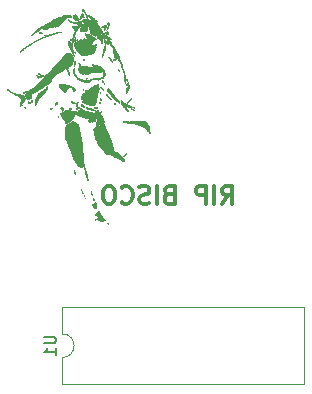
<source format=gbr>
G04 #@! TF.FileFunction,Legend,Bot*
%FSLAX46Y46*%
G04 Gerber Fmt 4.6, Leading zero omitted, Abs format (unit mm)*
G04 Created by KiCad (PCBNEW 4.0.6) date Tue Nov 21 00:50:36 2017*
%MOMM*%
%LPD*%
G01*
G04 APERTURE LIST*
%ADD10C,0.100000*%
%ADD11C,0.300000*%
%ADD12C,0.120000*%
%ADD13C,0.010000*%
%ADD14C,0.150000*%
G04 APERTURE END LIST*
D10*
D11*
X149351428Y-109898571D02*
X149851428Y-109184286D01*
X150208571Y-109898571D02*
X150208571Y-108398571D01*
X149637143Y-108398571D01*
X149494285Y-108470000D01*
X149422857Y-108541429D01*
X149351428Y-108684286D01*
X149351428Y-108898571D01*
X149422857Y-109041429D01*
X149494285Y-109112857D01*
X149637143Y-109184286D01*
X150208571Y-109184286D01*
X148708571Y-109898571D02*
X148708571Y-108398571D01*
X147994285Y-109898571D02*
X147994285Y-108398571D01*
X147422857Y-108398571D01*
X147279999Y-108470000D01*
X147208571Y-108541429D01*
X147137142Y-108684286D01*
X147137142Y-108898571D01*
X147208571Y-109041429D01*
X147279999Y-109112857D01*
X147422857Y-109184286D01*
X147994285Y-109184286D01*
X144851428Y-109112857D02*
X144637142Y-109184286D01*
X144565714Y-109255714D01*
X144494285Y-109398571D01*
X144494285Y-109612857D01*
X144565714Y-109755714D01*
X144637142Y-109827143D01*
X144780000Y-109898571D01*
X145351428Y-109898571D01*
X145351428Y-108398571D01*
X144851428Y-108398571D01*
X144708571Y-108470000D01*
X144637142Y-108541429D01*
X144565714Y-108684286D01*
X144565714Y-108827143D01*
X144637142Y-108970000D01*
X144708571Y-109041429D01*
X144851428Y-109112857D01*
X145351428Y-109112857D01*
X143851428Y-109898571D02*
X143851428Y-108398571D01*
X143208571Y-109827143D02*
X142994285Y-109898571D01*
X142637142Y-109898571D01*
X142494285Y-109827143D01*
X142422856Y-109755714D01*
X142351428Y-109612857D01*
X142351428Y-109470000D01*
X142422856Y-109327143D01*
X142494285Y-109255714D01*
X142637142Y-109184286D01*
X142922856Y-109112857D01*
X143065714Y-109041429D01*
X143137142Y-108970000D01*
X143208571Y-108827143D01*
X143208571Y-108684286D01*
X143137142Y-108541429D01*
X143065714Y-108470000D01*
X142922856Y-108398571D01*
X142565714Y-108398571D01*
X142351428Y-108470000D01*
X140851428Y-109755714D02*
X140922857Y-109827143D01*
X141137143Y-109898571D01*
X141280000Y-109898571D01*
X141494285Y-109827143D01*
X141637143Y-109684286D01*
X141708571Y-109541429D01*
X141780000Y-109255714D01*
X141780000Y-109041429D01*
X141708571Y-108755714D01*
X141637143Y-108612857D01*
X141494285Y-108470000D01*
X141280000Y-108398571D01*
X141137143Y-108398571D01*
X140922857Y-108470000D01*
X140851428Y-108541429D01*
X139922857Y-108398571D02*
X139637143Y-108398571D01*
X139494285Y-108470000D01*
X139351428Y-108612857D01*
X139280000Y-108898571D01*
X139280000Y-109398571D01*
X139351428Y-109684286D01*
X139494285Y-109827143D01*
X139637143Y-109898571D01*
X139922857Y-109898571D01*
X140065714Y-109827143D01*
X140208571Y-109684286D01*
X140280000Y-109398571D01*
X140280000Y-108898571D01*
X140208571Y-108612857D01*
X140065714Y-108470000D01*
X139922857Y-108398571D01*
D12*
X135830000Y-122920000D02*
G75*
G03X135830000Y-120920000I0J1000000D01*
G01*
X135830000Y-120920000D02*
X135830000Y-118685000D01*
X135830000Y-118685000D02*
X156270000Y-118685000D01*
X156270000Y-118685000D02*
X156270000Y-125155000D01*
X156270000Y-125155000D02*
X135830000Y-125155000D01*
X135830000Y-125155000D02*
X135830000Y-122920000D01*
D13*
G36*
X139667804Y-111529783D02*
X139645097Y-111542170D01*
X139640820Y-111558940D01*
X139656982Y-111572592D01*
X139686474Y-111581636D01*
X139715737Y-111583741D01*
X139731214Y-111576579D01*
X139731507Y-111574523D01*
X139723641Y-111550819D01*
X139717614Y-111540019D01*
X139696513Y-111527948D01*
X139667804Y-111529783D01*
X139667804Y-111529783D01*
G37*
X139667804Y-111529783D02*
X139645097Y-111542170D01*
X139640820Y-111558940D01*
X139656982Y-111572592D01*
X139686474Y-111581636D01*
X139715737Y-111583741D01*
X139731214Y-111576579D01*
X139731507Y-111574523D01*
X139723641Y-111550819D01*
X139717614Y-111540019D01*
X139696513Y-111527948D01*
X139667804Y-111529783D01*
G36*
X139236318Y-111283524D02*
X139198645Y-111294445D01*
X139139146Y-111317446D01*
X139134613Y-111319289D01*
X139071696Y-111347095D01*
X139038676Y-111367200D01*
X139034777Y-111380091D01*
X139036171Y-111381140D01*
X139049720Y-111389328D01*
X139062754Y-111392038D01*
X139083528Y-111387988D01*
X139120293Y-111375896D01*
X139160250Y-111361857D01*
X139211610Y-111343732D01*
X139252494Y-111329184D01*
X139269195Y-111323142D01*
X139282410Y-111310953D01*
X139272386Y-111292905D01*
X139258716Y-111283428D01*
X139236318Y-111283524D01*
X139236318Y-111283524D01*
G37*
X139236318Y-111283524D02*
X139198645Y-111294445D01*
X139139146Y-111317446D01*
X139134613Y-111319289D01*
X139071696Y-111347095D01*
X139038676Y-111367200D01*
X139034777Y-111380091D01*
X139036171Y-111381140D01*
X139049720Y-111389328D01*
X139062754Y-111392038D01*
X139083528Y-111387988D01*
X139120293Y-111375896D01*
X139160250Y-111361857D01*
X139211610Y-111343732D01*
X139252494Y-111329184D01*
X139269195Y-111323142D01*
X139282410Y-111310953D01*
X139272386Y-111292905D01*
X139258716Y-111283428D01*
X139236318Y-111283524D01*
G36*
X139287250Y-111163940D02*
X139300419Y-111216071D01*
X139333691Y-111265292D01*
X139368928Y-111292878D01*
X139406834Y-111310872D01*
X139424661Y-111311888D01*
X139429888Y-111294721D01*
X139430125Y-111283011D01*
X139415965Y-111250714D01*
X139382460Y-111223480D01*
X139347160Y-111197179D01*
X139326366Y-111170159D01*
X139325827Y-111168656D01*
X139310548Y-111145006D01*
X139294129Y-111143889D01*
X139287250Y-111163940D01*
X139287250Y-111163940D01*
G37*
X139287250Y-111163940D02*
X139300419Y-111216071D01*
X139333691Y-111265292D01*
X139368928Y-111292878D01*
X139406834Y-111310872D01*
X139424661Y-111311888D01*
X139429888Y-111294721D01*
X139430125Y-111283011D01*
X139415965Y-111250714D01*
X139382460Y-111223480D01*
X139347160Y-111197179D01*
X139326366Y-111170159D01*
X139325827Y-111168656D01*
X139310548Y-111145006D01*
X139294129Y-111143889D01*
X139287250Y-111163940D01*
G36*
X139112838Y-111098957D02*
X139065630Y-111113962D01*
X139012082Y-111135092D01*
X138959054Y-111159172D01*
X138913408Y-111183028D01*
X138882003Y-111203486D01*
X138871700Y-111217372D01*
X138873574Y-111219677D01*
X138895332Y-111242514D01*
X138912017Y-111269699D01*
X138943526Y-111301502D01*
X138994950Y-111309420D01*
X139066700Y-111293466D01*
X139112625Y-111275545D01*
X139164413Y-111254862D01*
X139207662Y-111240777D01*
X139227719Y-111236864D01*
X139250895Y-111227630D01*
X139251382Y-111200483D01*
X139229102Y-111153502D01*
X139223924Y-111144843D01*
X139193315Y-111107277D01*
X139157689Y-111093729D01*
X139146845Y-111093250D01*
X139112838Y-111098957D01*
X139112838Y-111098957D01*
G37*
X139112838Y-111098957D02*
X139065630Y-111113962D01*
X139012082Y-111135092D01*
X138959054Y-111159172D01*
X138913408Y-111183028D01*
X138882003Y-111203486D01*
X138871700Y-111217372D01*
X138873574Y-111219677D01*
X138895332Y-111242514D01*
X138912017Y-111269699D01*
X138943526Y-111301502D01*
X138994950Y-111309420D01*
X139066700Y-111293466D01*
X139112625Y-111275545D01*
X139164413Y-111254862D01*
X139207662Y-111240777D01*
X139227719Y-111236864D01*
X139250895Y-111227630D01*
X139251382Y-111200483D01*
X139229102Y-111153502D01*
X139223924Y-111144843D01*
X139193315Y-111107277D01*
X139157689Y-111093729D01*
X139146845Y-111093250D01*
X139112838Y-111098957D01*
G36*
X138572875Y-111244062D02*
X138580813Y-111252000D01*
X138588750Y-111244062D01*
X138580813Y-111236125D01*
X138572875Y-111244062D01*
X138572875Y-111244062D01*
G37*
X138572875Y-111244062D02*
X138580813Y-111252000D01*
X138588750Y-111244062D01*
X138580813Y-111236125D01*
X138572875Y-111244062D01*
G36*
X139045676Y-111007903D02*
X139002746Y-111018246D01*
X138945887Y-111035668D01*
X138882810Y-111057659D01*
X138821228Y-111081706D01*
X138775282Y-111102146D01*
X138732926Y-111128950D01*
X138716480Y-111158285D01*
X138715750Y-111167627D01*
X138717804Y-111196065D01*
X138721324Y-111204375D01*
X138737252Y-111197558D01*
X138772219Y-111180041D01*
X138801834Y-111164530D01*
X138859134Y-111137513D01*
X138929059Y-111109244D01*
X138978823Y-111091716D01*
X139041774Y-111066863D01*
X139076033Y-111042708D01*
X139080515Y-111020290D01*
X139066965Y-111007151D01*
X139045676Y-111007903D01*
X139045676Y-111007903D01*
G37*
X139045676Y-111007903D02*
X139002746Y-111018246D01*
X138945887Y-111035668D01*
X138882810Y-111057659D01*
X138821228Y-111081706D01*
X138775282Y-111102146D01*
X138732926Y-111128950D01*
X138716480Y-111158285D01*
X138715750Y-111167627D01*
X138717804Y-111196065D01*
X138721324Y-111204375D01*
X138737252Y-111197558D01*
X138772219Y-111180041D01*
X138801834Y-111164530D01*
X138859134Y-111137513D01*
X138929059Y-111109244D01*
X138978823Y-111091716D01*
X139041774Y-111066863D01*
X139076033Y-111042708D01*
X139080515Y-111020290D01*
X139066965Y-111007151D01*
X139045676Y-111007903D01*
G36*
X139152709Y-110965943D02*
X139151206Y-110967168D01*
X139131703Y-110993229D01*
X139128500Y-111006182D01*
X139140819Y-111029174D01*
X139167415Y-111036175D01*
X139189323Y-111026077D01*
X139197847Y-110999255D01*
X139190150Y-110978668D01*
X139173103Y-110958379D01*
X139152709Y-110965943D01*
X139152709Y-110965943D01*
G37*
X139152709Y-110965943D02*
X139151206Y-110967168D01*
X139131703Y-110993229D01*
X139128500Y-111006182D01*
X139140819Y-111029174D01*
X139167415Y-111036175D01*
X139189323Y-111026077D01*
X139197847Y-110999255D01*
X139190150Y-110978668D01*
X139173103Y-110958379D01*
X139152709Y-110965943D01*
G36*
X138908019Y-110763704D02*
X138848570Y-110785756D01*
X138794989Y-110819531D01*
X138772902Y-110855347D01*
X138782087Y-110893742D01*
X138796533Y-110912185D01*
X138827953Y-110936967D01*
X138866753Y-110947237D01*
X138920890Y-110943893D01*
X138977688Y-110932686D01*
X139033535Y-110919346D01*
X139063172Y-110907626D01*
X139071252Y-110891685D01*
X139062424Y-110865682D01*
X139050284Y-110841521D01*
X139012196Y-110787174D01*
X138965977Y-110761568D01*
X138908019Y-110763704D01*
X138908019Y-110763704D01*
G37*
X138908019Y-110763704D02*
X138848570Y-110785756D01*
X138794989Y-110819531D01*
X138772902Y-110855347D01*
X138782087Y-110893742D01*
X138796533Y-110912185D01*
X138827953Y-110936967D01*
X138866753Y-110947237D01*
X138920890Y-110943893D01*
X138977688Y-110932686D01*
X139033535Y-110919346D01*
X139063172Y-110907626D01*
X139071252Y-110891685D01*
X139062424Y-110865682D01*
X139050284Y-110841521D01*
X139012196Y-110787174D01*
X138965977Y-110761568D01*
X138908019Y-110763704D01*
G36*
X138774842Y-110628393D02*
X138731072Y-110656320D01*
X138699464Y-110691404D01*
X138692643Y-110707157D01*
X138671101Y-110740300D01*
X138629401Y-110770075D01*
X138625929Y-110771801D01*
X138586107Y-110796260D01*
X138570483Y-110817541D01*
X138581188Y-110831732D01*
X138591881Y-110834349D01*
X138616887Y-110830511D01*
X138660745Y-110817462D01*
X138703487Y-110801997D01*
X138760939Y-110777026D01*
X138812768Y-110750132D01*
X138838131Y-110733965D01*
X138866697Y-110709034D01*
X138872597Y-110686951D01*
X138862641Y-110659161D01*
X138840781Y-110628688D01*
X138817759Y-110617000D01*
X138774842Y-110628393D01*
X138774842Y-110628393D01*
G37*
X138774842Y-110628393D02*
X138731072Y-110656320D01*
X138699464Y-110691404D01*
X138692643Y-110707157D01*
X138671101Y-110740300D01*
X138629401Y-110770075D01*
X138625929Y-110771801D01*
X138586107Y-110796260D01*
X138570483Y-110817541D01*
X138581188Y-110831732D01*
X138591881Y-110834349D01*
X138616887Y-110830511D01*
X138660745Y-110817462D01*
X138703487Y-110801997D01*
X138760939Y-110777026D01*
X138812768Y-110750132D01*
X138838131Y-110733965D01*
X138866697Y-110709034D01*
X138872597Y-110686951D01*
X138862641Y-110659161D01*
X138840781Y-110628688D01*
X138817759Y-110617000D01*
X138774842Y-110628393D01*
G36*
X138892549Y-110534080D02*
X138893032Y-110563929D01*
X138906244Y-110597371D01*
X138923580Y-110633282D01*
X138937601Y-110668593D01*
X138955704Y-110697819D01*
X138978463Y-110711890D01*
X138996569Y-110707558D01*
X139001500Y-110690897D01*
X138990630Y-110664627D01*
X138971573Y-110642461D01*
X138946158Y-110606644D01*
X138932282Y-110568563D01*
X138920909Y-110535536D01*
X138906684Y-110521750D01*
X138906647Y-110521750D01*
X138892549Y-110534080D01*
X138892549Y-110534080D01*
G37*
X138892549Y-110534080D02*
X138893032Y-110563929D01*
X138906244Y-110597371D01*
X138923580Y-110633282D01*
X138937601Y-110668593D01*
X138955704Y-110697819D01*
X138978463Y-110711890D01*
X138996569Y-110707558D01*
X139001500Y-110690897D01*
X138990630Y-110664627D01*
X138971573Y-110642461D01*
X138946158Y-110606644D01*
X138932282Y-110568563D01*
X138920909Y-110535536D01*
X138906684Y-110521750D01*
X138906647Y-110521750D01*
X138892549Y-110534080D01*
G36*
X138593740Y-109788200D02*
X138558337Y-109811921D01*
X138513346Y-109847346D01*
X138504121Y-109855150D01*
X138456301Y-109893293D01*
X138414805Y-109921449D01*
X138387560Y-109934328D01*
X138385059Y-109934618D01*
X138347789Y-109943210D01*
X138335776Y-109949280D01*
X138326189Y-109962207D01*
X138334086Y-109983073D01*
X138362184Y-110018076D01*
X138369577Y-110026335D01*
X138401083Y-110069189D01*
X138434098Y-110126514D01*
X138463752Y-110188177D01*
X138485175Y-110244043D01*
X138493500Y-110283980D01*
X138493500Y-110284220D01*
X138505294Y-110298447D01*
X138536288Y-110295560D01*
X138579905Y-110276978D01*
X138608686Y-110259370D01*
X138647614Y-110225578D01*
X138673850Y-110189378D01*
X138677927Y-110178661D01*
X138682407Y-110135655D01*
X138680556Y-110075825D01*
X138673605Y-110006664D01*
X138662787Y-109935665D01*
X138649331Y-109870321D01*
X138634471Y-109818125D01*
X138619437Y-109786568D01*
X138612563Y-109780966D01*
X138593740Y-109788200D01*
X138593740Y-109788200D01*
G37*
X138593740Y-109788200D02*
X138558337Y-109811921D01*
X138513346Y-109847346D01*
X138504121Y-109855150D01*
X138456301Y-109893293D01*
X138414805Y-109921449D01*
X138387560Y-109934328D01*
X138385059Y-109934618D01*
X138347789Y-109943210D01*
X138335776Y-109949280D01*
X138326189Y-109962207D01*
X138334086Y-109983073D01*
X138362184Y-110018076D01*
X138369577Y-110026335D01*
X138401083Y-110069189D01*
X138434098Y-110126514D01*
X138463752Y-110188177D01*
X138485175Y-110244043D01*
X138493500Y-110283980D01*
X138493500Y-110284220D01*
X138505294Y-110298447D01*
X138536288Y-110295560D01*
X138579905Y-110276978D01*
X138608686Y-110259370D01*
X138647614Y-110225578D01*
X138673850Y-110189378D01*
X138677927Y-110178661D01*
X138682407Y-110135655D01*
X138680556Y-110075825D01*
X138673605Y-110006664D01*
X138662787Y-109935665D01*
X138649331Y-109870321D01*
X138634471Y-109818125D01*
X138619437Y-109786568D01*
X138612563Y-109780966D01*
X138593740Y-109788200D01*
G36*
X138421814Y-109375234D02*
X138418257Y-109397725D01*
X138420287Y-109433424D01*
X138427884Y-109473311D01*
X138431211Y-109484636D01*
X138448095Y-109523608D01*
X138467592Y-109551620D01*
X138484388Y-109563294D01*
X138493171Y-109553252D01*
X138493500Y-109547702D01*
X138487714Y-109517789D01*
X138473482Y-109472354D01*
X138455491Y-109424352D01*
X138438431Y-109386734D01*
X138430977Y-109374970D01*
X138421814Y-109375234D01*
X138421814Y-109375234D01*
G37*
X138421814Y-109375234D02*
X138418257Y-109397725D01*
X138420287Y-109433424D01*
X138427884Y-109473311D01*
X138431211Y-109484636D01*
X138448095Y-109523608D01*
X138467592Y-109551620D01*
X138484388Y-109563294D01*
X138493171Y-109553252D01*
X138493500Y-109547702D01*
X138487714Y-109517789D01*
X138473482Y-109472354D01*
X138455491Y-109424352D01*
X138438431Y-109386734D01*
X138430977Y-109374970D01*
X138421814Y-109375234D01*
G36*
X137779125Y-109434312D02*
X137787063Y-109442250D01*
X137795000Y-109434312D01*
X137787063Y-109426375D01*
X137779125Y-109434312D01*
X137779125Y-109434312D01*
G37*
X137779125Y-109434312D02*
X137787063Y-109442250D01*
X137795000Y-109434312D01*
X137787063Y-109426375D01*
X137779125Y-109434312D01*
G36*
X137683875Y-109243812D02*
X137691813Y-109251750D01*
X137699750Y-109243812D01*
X137691813Y-109235875D01*
X137683875Y-109243812D01*
X137683875Y-109243812D01*
G37*
X137683875Y-109243812D02*
X137691813Y-109251750D01*
X137699750Y-109243812D01*
X137691813Y-109235875D01*
X137683875Y-109243812D01*
G36*
X137652125Y-109180312D02*
X137660063Y-109188250D01*
X137668000Y-109180312D01*
X137660063Y-109172375D01*
X137652125Y-109180312D01*
X137652125Y-109180312D01*
G37*
X137652125Y-109180312D02*
X137660063Y-109188250D01*
X137668000Y-109180312D01*
X137660063Y-109172375D01*
X137652125Y-109180312D01*
G36*
X138334750Y-109164437D02*
X138342688Y-109172375D01*
X138350625Y-109164437D01*
X138342688Y-109156500D01*
X138334750Y-109164437D01*
X138334750Y-109164437D01*
G37*
X138334750Y-109164437D02*
X138342688Y-109172375D01*
X138350625Y-109164437D01*
X138342688Y-109156500D01*
X138334750Y-109164437D01*
G36*
X138318875Y-109116812D02*
X138326813Y-109124750D01*
X138334750Y-109116812D01*
X138326813Y-109108875D01*
X138318875Y-109116812D01*
X138318875Y-109116812D01*
G37*
X138318875Y-109116812D02*
X138326813Y-109124750D01*
X138334750Y-109116812D01*
X138326813Y-109108875D01*
X138318875Y-109116812D01*
G36*
X138308292Y-109066541D02*
X138306392Y-109085381D01*
X138308292Y-109087708D01*
X138317730Y-109085529D01*
X138318875Y-109077125D01*
X138313067Y-109064058D01*
X138308292Y-109066541D01*
X138308292Y-109066541D01*
G37*
X138308292Y-109066541D02*
X138306392Y-109085381D01*
X138308292Y-109087708D01*
X138317730Y-109085529D01*
X138318875Y-109077125D01*
X138313067Y-109064058D01*
X138308292Y-109066541D01*
G36*
X138243970Y-108862642D02*
X138249825Y-108900183D01*
X138259808Y-108945683D01*
X138271337Y-108987939D01*
X138281830Y-109015753D01*
X138285452Y-109020528D01*
X138288110Y-109010505D01*
X138283555Y-108977254D01*
X138273944Y-108932998D01*
X138261037Y-108884634D01*
X138250382Y-108852671D01*
X138244823Y-108844260D01*
X138243970Y-108862642D01*
X138243970Y-108862642D01*
G37*
X138243970Y-108862642D02*
X138249825Y-108900183D01*
X138259808Y-108945683D01*
X138271337Y-108987939D01*
X138281830Y-109015753D01*
X138285452Y-109020528D01*
X138288110Y-109010505D01*
X138283555Y-108977254D01*
X138273944Y-108932998D01*
X138261037Y-108884634D01*
X138250382Y-108852671D01*
X138244823Y-108844260D01*
X138243970Y-108862642D01*
G36*
X137398125Y-108668353D02*
X137404498Y-108686664D01*
X137421323Y-108725234D01*
X137445160Y-108776912D01*
X137472571Y-108834547D01*
X137500116Y-108890989D01*
X137524356Y-108939085D01*
X137541851Y-108971684D01*
X137548914Y-108981875D01*
X137549050Y-108968781D01*
X137541468Y-108938218D01*
X137524887Y-108891779D01*
X137501924Y-108838175D01*
X137475642Y-108783174D01*
X137449106Y-108732546D01*
X137425378Y-108692056D01*
X137407523Y-108667474D01*
X137398604Y-108664567D01*
X137398125Y-108668353D01*
X137398125Y-108668353D01*
G37*
X137398125Y-108668353D02*
X137404498Y-108686664D01*
X137421323Y-108725234D01*
X137445160Y-108776912D01*
X137472571Y-108834547D01*
X137500116Y-108890989D01*
X137524356Y-108939085D01*
X137541851Y-108971684D01*
X137548914Y-108981875D01*
X137549050Y-108968781D01*
X137541468Y-108938218D01*
X137524887Y-108891779D01*
X137501924Y-108838175D01*
X137475642Y-108783174D01*
X137449106Y-108732546D01*
X137425378Y-108692056D01*
X137407523Y-108667474D01*
X137398604Y-108664567D01*
X137398125Y-108668353D01*
G36*
X137687972Y-106806535D02*
X137684343Y-106814937D01*
X137682007Y-106851774D01*
X137692732Y-106901564D01*
X137695709Y-106910187D01*
X137706995Y-106954104D01*
X137717897Y-107018943D01*
X137726752Y-107093904D01*
X137729942Y-107132515D01*
X137737341Y-107215856D01*
X137747842Y-107278935D01*
X137764118Y-107333235D01*
X137788839Y-107390242D01*
X137790869Y-107394453D01*
X137822214Y-107468025D01*
X137851550Y-107551468D01*
X137867866Y-107608687D01*
X137885141Y-107672082D01*
X137903962Y-107729665D01*
X137919551Y-107767437D01*
X137938948Y-107813642D01*
X137949939Y-107854750D01*
X137960080Y-107891314D01*
X137970903Y-107909816D01*
X137979276Y-107908457D01*
X137977686Y-107878832D01*
X137976228Y-107870128D01*
X137941195Y-107683349D01*
X137904621Y-107504489D01*
X137867453Y-107337421D01*
X137830635Y-107186021D01*
X137795113Y-107054163D01*
X137761834Y-106945721D01*
X137731742Y-106864570D01*
X137729535Y-106859452D01*
X137709607Y-106816919D01*
X137696992Y-106800500D01*
X137687972Y-106806535D01*
X137687972Y-106806535D01*
G37*
X137687972Y-106806535D02*
X137684343Y-106814937D01*
X137682007Y-106851774D01*
X137692732Y-106901564D01*
X137695709Y-106910187D01*
X137706995Y-106954104D01*
X137717897Y-107018943D01*
X137726752Y-107093904D01*
X137729942Y-107132515D01*
X137737341Y-107215856D01*
X137747842Y-107278935D01*
X137764118Y-107333235D01*
X137788839Y-107390242D01*
X137790869Y-107394453D01*
X137822214Y-107468025D01*
X137851550Y-107551468D01*
X137867866Y-107608687D01*
X137885141Y-107672082D01*
X137903962Y-107729665D01*
X137919551Y-107767437D01*
X137938948Y-107813642D01*
X137949939Y-107854750D01*
X137960080Y-107891314D01*
X137970903Y-107909816D01*
X137979276Y-107908457D01*
X137977686Y-107878832D01*
X137976228Y-107870128D01*
X137941195Y-107683349D01*
X137904621Y-107504489D01*
X137867453Y-107337421D01*
X137830635Y-107186021D01*
X137795113Y-107054163D01*
X137761834Y-106945721D01*
X137731742Y-106864570D01*
X137729535Y-106859452D01*
X137709607Y-106816919D01*
X137696992Y-106800500D01*
X137687972Y-106806535D01*
G36*
X136828762Y-107061000D02*
X136831615Y-107097786D01*
X136839894Y-107151737D01*
X136851743Y-107214100D01*
X136865305Y-107276126D01*
X136878724Y-107329064D01*
X136890145Y-107364162D01*
X136894877Y-107372667D01*
X136898455Y-107364009D01*
X136897757Y-107332361D01*
X136895950Y-107312342D01*
X136887293Y-107253422D01*
X136875448Y-107196643D01*
X136873173Y-107188000D01*
X136859008Y-107133404D01*
X136845014Y-107074423D01*
X136843795Y-107068937D01*
X136829815Y-107005437D01*
X136828762Y-107061000D01*
X136828762Y-107061000D01*
G37*
X136828762Y-107061000D02*
X136831615Y-107097786D01*
X136839894Y-107151737D01*
X136851743Y-107214100D01*
X136865305Y-107276126D01*
X136878724Y-107329064D01*
X136890145Y-107364162D01*
X136894877Y-107372667D01*
X136898455Y-107364009D01*
X136897757Y-107332361D01*
X136895950Y-107312342D01*
X136887293Y-107253422D01*
X136875448Y-107196643D01*
X136873173Y-107188000D01*
X136859008Y-107133404D01*
X136845014Y-107074423D01*
X136843795Y-107068937D01*
X136829815Y-107005437D01*
X136828762Y-107061000D01*
G36*
X136650759Y-102938003D02*
X136595822Y-102956727D01*
X136533278Y-102995318D01*
X136472376Y-103046735D01*
X136422368Y-103103939D01*
X136411579Y-103120031D01*
X136382381Y-103156405D01*
X136348339Y-103170421D01*
X136327637Y-103171625D01*
X136249586Y-103180373D01*
X136193204Y-103208742D01*
X136152995Y-103259919D01*
X136144253Y-103277938D01*
X136124868Y-103327036D01*
X136109599Y-103379580D01*
X136098099Y-103439668D01*
X136090017Y-103511400D01*
X136085006Y-103598872D01*
X136082715Y-103706184D01*
X136082797Y-103837433D01*
X136084596Y-103978559D01*
X136086876Y-104107425D01*
X136089176Y-104208455D01*
X136091813Y-104285564D01*
X136095102Y-104342666D01*
X136099358Y-104383673D01*
X136104896Y-104412500D01*
X136112034Y-104433060D01*
X136121084Y-104449268D01*
X136122737Y-104451726D01*
X136142023Y-104487734D01*
X136166199Y-104543874D01*
X136190957Y-104609892D01*
X136198529Y-104632125D01*
X136223764Y-104701297D01*
X136258582Y-104787374D01*
X136298214Y-104878939D01*
X136334513Y-104957562D01*
X136419134Y-105136151D01*
X136490948Y-105292495D01*
X136552309Y-105432243D01*
X136605572Y-105561047D01*
X136653089Y-105684556D01*
X136697217Y-105808422D01*
X136730543Y-105908141D01*
X136779617Y-106047426D01*
X136829508Y-106167801D01*
X136878434Y-106265422D01*
X136924612Y-106336443D01*
X136935037Y-106349046D01*
X136975211Y-106407859D01*
X137013307Y-106486588D01*
X137044118Y-106573552D01*
X137056002Y-106620337D01*
X137079643Y-106659060D01*
X137132734Y-106697854D01*
X137213006Y-106735381D01*
X137301788Y-106765542D01*
X137369530Y-106783402D01*
X137419482Y-106789012D01*
X137463266Y-106782077D01*
X137512505Y-106762301D01*
X137517188Y-106760079D01*
X137566966Y-106733341D01*
X137610946Y-106705011D01*
X137618990Y-106698880D01*
X137639610Y-106680454D01*
X137649056Y-106661751D01*
X137648655Y-106633232D01*
X137639735Y-106585360D01*
X137636760Y-106571275D01*
X137627242Y-106510156D01*
X137624110Y-106453387D01*
X137626520Y-106423056D01*
X137628648Y-106386898D01*
X137626818Y-106323385D01*
X137621377Y-106236616D01*
X137612671Y-106130695D01*
X137601048Y-106009721D01*
X137586854Y-105877795D01*
X137570436Y-105739019D01*
X137565013Y-105695750D01*
X137553679Y-105600522D01*
X137541675Y-105489830D01*
X137530710Y-105379873D01*
X137524802Y-105314750D01*
X137509995Y-105164900D01*
X137488785Y-104985522D01*
X137461368Y-104778146D01*
X137427937Y-104544301D01*
X137422131Y-104505125D01*
X137410961Y-104429628D01*
X137400352Y-104357116D01*
X137392027Y-104299396D01*
X137389691Y-104282875D01*
X137381494Y-104232960D01*
X137368770Y-104165034D01*
X137353969Y-104092057D01*
X137350654Y-104076500D01*
X137336968Y-104010039D01*
X137319845Y-103922584D01*
X137301255Y-103824424D01*
X137283171Y-103725850D01*
X137279155Y-103703437D01*
X137260598Y-103601180D01*
X137240236Y-103491968D01*
X137220363Y-103387951D01*
X137203277Y-103301276D01*
X137201130Y-103290687D01*
X137185429Y-103215078D01*
X137173551Y-103165404D01*
X137163144Y-103136454D01*
X137151853Y-103123020D01*
X137137324Y-103119893D01*
X137124439Y-103120990D01*
X137087688Y-103115220D01*
X137036917Y-103089178D01*
X136984833Y-103053415D01*
X136891390Y-102995541D01*
X136795834Y-102955910D01*
X136705958Y-102937214D01*
X136650759Y-102938003D01*
X136650759Y-102938003D01*
G37*
X136650759Y-102938003D02*
X136595822Y-102956727D01*
X136533278Y-102995318D01*
X136472376Y-103046735D01*
X136422368Y-103103939D01*
X136411579Y-103120031D01*
X136382381Y-103156405D01*
X136348339Y-103170421D01*
X136327637Y-103171625D01*
X136249586Y-103180373D01*
X136193204Y-103208742D01*
X136152995Y-103259919D01*
X136144253Y-103277938D01*
X136124868Y-103327036D01*
X136109599Y-103379580D01*
X136098099Y-103439668D01*
X136090017Y-103511400D01*
X136085006Y-103598872D01*
X136082715Y-103706184D01*
X136082797Y-103837433D01*
X136084596Y-103978559D01*
X136086876Y-104107425D01*
X136089176Y-104208455D01*
X136091813Y-104285564D01*
X136095102Y-104342666D01*
X136099358Y-104383673D01*
X136104896Y-104412500D01*
X136112034Y-104433060D01*
X136121084Y-104449268D01*
X136122737Y-104451726D01*
X136142023Y-104487734D01*
X136166199Y-104543874D01*
X136190957Y-104609892D01*
X136198529Y-104632125D01*
X136223764Y-104701297D01*
X136258582Y-104787374D01*
X136298214Y-104878939D01*
X136334513Y-104957562D01*
X136419134Y-105136151D01*
X136490948Y-105292495D01*
X136552309Y-105432243D01*
X136605572Y-105561047D01*
X136653089Y-105684556D01*
X136697217Y-105808422D01*
X136730543Y-105908141D01*
X136779617Y-106047426D01*
X136829508Y-106167801D01*
X136878434Y-106265422D01*
X136924612Y-106336443D01*
X136935037Y-106349046D01*
X136975211Y-106407859D01*
X137013307Y-106486588D01*
X137044118Y-106573552D01*
X137056002Y-106620337D01*
X137079643Y-106659060D01*
X137132734Y-106697854D01*
X137213006Y-106735381D01*
X137301788Y-106765542D01*
X137369530Y-106783402D01*
X137419482Y-106789012D01*
X137463266Y-106782077D01*
X137512505Y-106762301D01*
X137517188Y-106760079D01*
X137566966Y-106733341D01*
X137610946Y-106705011D01*
X137618990Y-106698880D01*
X137639610Y-106680454D01*
X137649056Y-106661751D01*
X137648655Y-106633232D01*
X137639735Y-106585360D01*
X137636760Y-106571275D01*
X137627242Y-106510156D01*
X137624110Y-106453387D01*
X137626520Y-106423056D01*
X137628648Y-106386898D01*
X137626818Y-106323385D01*
X137621377Y-106236616D01*
X137612671Y-106130695D01*
X137601048Y-106009721D01*
X137586854Y-105877795D01*
X137570436Y-105739019D01*
X137565013Y-105695750D01*
X137553679Y-105600522D01*
X137541675Y-105489830D01*
X137530710Y-105379873D01*
X137524802Y-105314750D01*
X137509995Y-105164900D01*
X137488785Y-104985522D01*
X137461368Y-104778146D01*
X137427937Y-104544301D01*
X137422131Y-104505125D01*
X137410961Y-104429628D01*
X137400352Y-104357116D01*
X137392027Y-104299396D01*
X137389691Y-104282875D01*
X137381494Y-104232960D01*
X137368770Y-104165034D01*
X137353969Y-104092057D01*
X137350654Y-104076500D01*
X137336968Y-104010039D01*
X137319845Y-103922584D01*
X137301255Y-103824424D01*
X137283171Y-103725850D01*
X137279155Y-103703437D01*
X137260598Y-103601180D01*
X137240236Y-103491968D01*
X137220363Y-103387951D01*
X137203277Y-103301276D01*
X137201130Y-103290687D01*
X137185429Y-103215078D01*
X137173551Y-103165404D01*
X137163144Y-103136454D01*
X137151853Y-103123020D01*
X137137324Y-103119893D01*
X137124439Y-103120990D01*
X137087688Y-103115220D01*
X137036917Y-103089178D01*
X136984833Y-103053415D01*
X136891390Y-102995541D01*
X136795834Y-102955910D01*
X136705958Y-102937214D01*
X136650759Y-102938003D01*
G36*
X139286360Y-103148693D02*
X139246983Y-103171013D01*
X139197580Y-103202892D01*
X139188792Y-103208908D01*
X139125327Y-103250870D01*
X139057953Y-103292536D01*
X139005469Y-103322556D01*
X138961078Y-103348384D01*
X138930846Y-103369926D01*
X138922125Y-103380522D01*
X138907642Y-103412584D01*
X138869708Y-103438841D01*
X138816600Y-103454720D01*
X138783056Y-103457375D01*
X138745597Y-103458367D01*
X138718444Y-103464710D01*
X138694208Y-103481456D01*
X138665502Y-103513654D01*
X138626321Y-103564531D01*
X138570079Y-103641027D01*
X138531748Y-103700479D01*
X138508456Y-103749850D01*
X138497332Y-103796099D01*
X138495505Y-103846188D01*
X138497366Y-103877186D01*
X138510251Y-103956010D01*
X138537399Y-104058225D01*
X138577380Y-104179624D01*
X138628764Y-104315997D01*
X138690119Y-104463136D01*
X138717728Y-104525381D01*
X138750799Y-104601294D01*
X138777618Y-104667922D01*
X138796033Y-104719508D01*
X138803893Y-104750296D01*
X138803672Y-104755324D01*
X138804443Y-104768924D01*
X138811182Y-104766950D01*
X138825120Y-104771378D01*
X138829293Y-104785969D01*
X138832364Y-104819788D01*
X138833540Y-104831311D01*
X138846303Y-104861808D01*
X138878709Y-104912271D01*
X138928382Y-104979789D01*
X138992947Y-105061454D01*
X139070027Y-105154357D01*
X139157246Y-105255588D01*
X139252229Y-105362239D01*
X139352599Y-105471400D01*
X139381146Y-105501807D01*
X139565063Y-105696803D01*
X139652375Y-105693998D01*
X139757108Y-105697871D01*
X139864056Y-105714467D01*
X139964975Y-105741527D01*
X140051624Y-105776792D01*
X140115758Y-105818005D01*
X140120490Y-105822249D01*
X140144917Y-105840191D01*
X140189281Y-105868723D01*
X140246682Y-105903806D01*
X140310218Y-105941404D01*
X140372988Y-105977478D01*
X140428091Y-106007991D01*
X140468625Y-106028905D01*
X140485813Y-106035986D01*
X140593916Y-106068593D01*
X140674496Y-106110526D01*
X140684668Y-106117901D01*
X140732466Y-106149232D01*
X140794483Y-106183193D01*
X140862179Y-106215871D01*
X140927015Y-106243351D01*
X140980450Y-106261721D01*
X141010567Y-106267250D01*
X141041148Y-106259539D01*
X141049375Y-106234972D01*
X141041127Y-106199007D01*
X141019289Y-106145700D01*
X140988221Y-106083897D01*
X140952283Y-106022444D01*
X140924456Y-105981500D01*
X140832266Y-105867539D01*
X140731652Y-105762159D01*
X140627835Y-105669847D01*
X140526034Y-105595092D01*
X140431471Y-105542384D01*
X140398117Y-105528927D01*
X140310992Y-105492392D01*
X140244378Y-105452415D01*
X140202834Y-105411972D01*
X140194008Y-105395694D01*
X140164731Y-105317657D01*
X140131581Y-105226360D01*
X140098014Y-105131603D01*
X140067486Y-105043187D01*
X140043452Y-104970910D01*
X140036712Y-104949625D01*
X139918791Y-104581721D01*
X139802390Y-104244433D01*
X139687608Y-103938021D01*
X139574542Y-103662747D01*
X139463291Y-103418871D01*
X139449455Y-103390480D01*
X139408629Y-103309440D01*
X139371357Y-103239330D01*
X139340252Y-103184769D01*
X139317931Y-103150376D01*
X139307855Y-103140449D01*
X139286360Y-103148693D01*
X139286360Y-103148693D01*
G37*
X139286360Y-103148693D02*
X139246983Y-103171013D01*
X139197580Y-103202892D01*
X139188792Y-103208908D01*
X139125327Y-103250870D01*
X139057953Y-103292536D01*
X139005469Y-103322556D01*
X138961078Y-103348384D01*
X138930846Y-103369926D01*
X138922125Y-103380522D01*
X138907642Y-103412584D01*
X138869708Y-103438841D01*
X138816600Y-103454720D01*
X138783056Y-103457375D01*
X138745597Y-103458367D01*
X138718444Y-103464710D01*
X138694208Y-103481456D01*
X138665502Y-103513654D01*
X138626321Y-103564531D01*
X138570079Y-103641027D01*
X138531748Y-103700479D01*
X138508456Y-103749850D01*
X138497332Y-103796099D01*
X138495505Y-103846188D01*
X138497366Y-103877186D01*
X138510251Y-103956010D01*
X138537399Y-104058225D01*
X138577380Y-104179624D01*
X138628764Y-104315997D01*
X138690119Y-104463136D01*
X138717728Y-104525381D01*
X138750799Y-104601294D01*
X138777618Y-104667922D01*
X138796033Y-104719508D01*
X138803893Y-104750296D01*
X138803672Y-104755324D01*
X138804443Y-104768924D01*
X138811182Y-104766950D01*
X138825120Y-104771378D01*
X138829293Y-104785969D01*
X138832364Y-104819788D01*
X138833540Y-104831311D01*
X138846303Y-104861808D01*
X138878709Y-104912271D01*
X138928382Y-104979789D01*
X138992947Y-105061454D01*
X139070027Y-105154357D01*
X139157246Y-105255588D01*
X139252229Y-105362239D01*
X139352599Y-105471400D01*
X139381146Y-105501807D01*
X139565063Y-105696803D01*
X139652375Y-105693998D01*
X139757108Y-105697871D01*
X139864056Y-105714467D01*
X139964975Y-105741527D01*
X140051624Y-105776792D01*
X140115758Y-105818005D01*
X140120490Y-105822249D01*
X140144917Y-105840191D01*
X140189281Y-105868723D01*
X140246682Y-105903806D01*
X140310218Y-105941404D01*
X140372988Y-105977478D01*
X140428091Y-106007991D01*
X140468625Y-106028905D01*
X140485813Y-106035986D01*
X140593916Y-106068593D01*
X140674496Y-106110526D01*
X140684668Y-106117901D01*
X140732466Y-106149232D01*
X140794483Y-106183193D01*
X140862179Y-106215871D01*
X140927015Y-106243351D01*
X140980450Y-106261721D01*
X141010567Y-106267250D01*
X141041148Y-106259539D01*
X141049375Y-106234972D01*
X141041127Y-106199007D01*
X141019289Y-106145700D01*
X140988221Y-106083897D01*
X140952283Y-106022444D01*
X140924456Y-105981500D01*
X140832266Y-105867539D01*
X140731652Y-105762159D01*
X140627835Y-105669847D01*
X140526034Y-105595092D01*
X140431471Y-105542384D01*
X140398117Y-105528927D01*
X140310992Y-105492392D01*
X140244378Y-105452415D01*
X140202834Y-105411972D01*
X140194008Y-105395694D01*
X140164731Y-105317657D01*
X140131581Y-105226360D01*
X140098014Y-105131603D01*
X140067486Y-105043187D01*
X140043452Y-104970910D01*
X140036712Y-104949625D01*
X139918791Y-104581721D01*
X139802390Y-104244433D01*
X139687608Y-103938021D01*
X139574542Y-103662747D01*
X139463291Y-103418871D01*
X139449455Y-103390480D01*
X139408629Y-103309440D01*
X139371357Y-103239330D01*
X139340252Y-103184769D01*
X139317931Y-103150376D01*
X139307855Y-103140449D01*
X139286360Y-103148693D01*
G36*
X141213693Y-105633418D02*
X141185672Y-105653878D01*
X141144293Y-105690090D01*
X141097000Y-105735437D01*
X141046303Y-105786864D01*
X141005223Y-105830489D01*
X140978323Y-105861337D01*
X140970000Y-105873971D01*
X140974745Y-105884983D01*
X140990781Y-105879708D01*
X141020812Y-105856142D01*
X141067542Y-105812282D01*
X141109304Y-105770782D01*
X141157397Y-105720228D01*
X141195568Y-105676033D01*
X141218979Y-105644041D01*
X141224000Y-105632249D01*
X141213693Y-105633418D01*
X141213693Y-105633418D01*
G37*
X141213693Y-105633418D02*
X141185672Y-105653878D01*
X141144293Y-105690090D01*
X141097000Y-105735437D01*
X141046303Y-105786864D01*
X141005223Y-105830489D01*
X140978323Y-105861337D01*
X140970000Y-105873971D01*
X140974745Y-105884983D01*
X140990781Y-105879708D01*
X141020812Y-105856142D01*
X141067542Y-105812282D01*
X141109304Y-105770782D01*
X141157397Y-105720228D01*
X141195568Y-105676033D01*
X141218979Y-105644041D01*
X141224000Y-105632249D01*
X141213693Y-105633418D01*
G36*
X142380624Y-102874118D02*
X142260515Y-102876855D01*
X142139705Y-102880849D01*
X142023360Y-102885962D01*
X141916643Y-102892058D01*
X141824717Y-102898999D01*
X141752745Y-102906649D01*
X141716125Y-102912531D01*
X141651123Y-102925439D01*
X141592154Y-102936513D01*
X141551311Y-102943486D01*
X141549438Y-102943763D01*
X141485723Y-102956443D01*
X141424378Y-102974348D01*
X141375946Y-102994011D01*
X141354305Y-103007956D01*
X141346201Y-103019768D01*
X141352026Y-103028797D01*
X141375377Y-103035715D01*
X141419853Y-103041193D01*
X141489051Y-103045903D01*
X141581188Y-103050285D01*
X141667340Y-103056201D01*
X141755625Y-103065973D01*
X141832865Y-103077990D01*
X141866938Y-103085236D01*
X142035256Y-103128130D01*
X142177062Y-103167416D01*
X142297128Y-103204907D01*
X142400226Y-103242414D01*
X142491127Y-103281752D01*
X142574605Y-103324731D01*
X142655431Y-103373166D01*
X142697372Y-103400690D01*
X142753954Y-103442917D01*
X142823052Y-103500763D01*
X142898792Y-103568630D01*
X142975302Y-103640919D01*
X143046708Y-103712034D01*
X143107137Y-103776375D01*
X143150716Y-103828345D01*
X143160750Y-103842351D01*
X143193829Y-103886092D01*
X143214869Y-103900459D01*
X143223878Y-103885457D01*
X143224250Y-103877154D01*
X143221007Y-103846640D01*
X143212917Y-103800778D01*
X143209810Y-103785873D01*
X143199514Y-103734670D01*
X143187108Y-103667731D01*
X143176749Y-103608187D01*
X143138986Y-103441885D01*
X143080005Y-103273024D01*
X143028423Y-103156615D01*
X142970295Y-103047571D01*
X142912955Y-102967581D01*
X142854169Y-102914092D01*
X142791705Y-102884554D01*
X142789946Y-102884064D01*
X142750791Y-102878467D01*
X142685117Y-102874811D01*
X142598089Y-102872959D01*
X142494870Y-102872773D01*
X142380624Y-102874118D01*
X142380624Y-102874118D01*
G37*
X142380624Y-102874118D02*
X142260515Y-102876855D01*
X142139705Y-102880849D01*
X142023360Y-102885962D01*
X141916643Y-102892058D01*
X141824717Y-102898999D01*
X141752745Y-102906649D01*
X141716125Y-102912531D01*
X141651123Y-102925439D01*
X141592154Y-102936513D01*
X141551311Y-102943486D01*
X141549438Y-102943763D01*
X141485723Y-102956443D01*
X141424378Y-102974348D01*
X141375946Y-102994011D01*
X141354305Y-103007956D01*
X141346201Y-103019768D01*
X141352026Y-103028797D01*
X141375377Y-103035715D01*
X141419853Y-103041193D01*
X141489051Y-103045903D01*
X141581188Y-103050285D01*
X141667340Y-103056201D01*
X141755625Y-103065973D01*
X141832865Y-103077990D01*
X141866938Y-103085236D01*
X142035256Y-103128130D01*
X142177062Y-103167416D01*
X142297128Y-103204907D01*
X142400226Y-103242414D01*
X142491127Y-103281752D01*
X142574605Y-103324731D01*
X142655431Y-103373166D01*
X142697372Y-103400690D01*
X142753954Y-103442917D01*
X142823052Y-103500763D01*
X142898792Y-103568630D01*
X142975302Y-103640919D01*
X143046708Y-103712034D01*
X143107137Y-103776375D01*
X143150716Y-103828345D01*
X143160750Y-103842351D01*
X143193829Y-103886092D01*
X143214869Y-103900459D01*
X143223878Y-103885457D01*
X143224250Y-103877154D01*
X143221007Y-103846640D01*
X143212917Y-103800778D01*
X143209810Y-103785873D01*
X143199514Y-103734670D01*
X143187108Y-103667731D01*
X143176749Y-103608187D01*
X143138986Y-103441885D01*
X143080005Y-103273024D01*
X143028423Y-103156615D01*
X142970295Y-103047571D01*
X142912955Y-102967581D01*
X142854169Y-102914092D01*
X142791705Y-102884554D01*
X142789946Y-102884064D01*
X142750791Y-102878467D01*
X142685117Y-102874811D01*
X142598089Y-102872959D01*
X142494870Y-102872773D01*
X142380624Y-102874118D01*
G36*
X138553696Y-103455408D02*
X138512672Y-103488297D01*
X138470583Y-103532665D01*
X138432018Y-103584896D01*
X138418934Y-103622450D01*
X138427798Y-103643539D01*
X138455073Y-103646375D01*
X138497226Y-103629167D01*
X138550720Y-103590128D01*
X138562734Y-103579296D01*
X138607831Y-103534843D01*
X138630276Y-103504155D01*
X138632419Y-103481429D01*
X138616608Y-103460859D01*
X138612185Y-103457061D01*
X138585511Y-103445720D01*
X138553696Y-103455408D01*
X138553696Y-103455408D01*
G37*
X138553696Y-103455408D02*
X138512672Y-103488297D01*
X138470583Y-103532665D01*
X138432018Y-103584896D01*
X138418934Y-103622450D01*
X138427798Y-103643539D01*
X138455073Y-103646375D01*
X138497226Y-103629167D01*
X138550720Y-103590128D01*
X138562734Y-103579296D01*
X138607831Y-103534843D01*
X138630276Y-103504155D01*
X138632419Y-103481429D01*
X138616608Y-103460859D01*
X138612185Y-103457061D01*
X138585511Y-103445720D01*
X138553696Y-103455408D01*
G36*
X138794371Y-101988440D02*
X138785197Y-102013301D01*
X138783552Y-102059394D01*
X138789138Y-102130531D01*
X138795426Y-102183624D01*
X138804987Y-102309954D01*
X138805380Y-102457477D01*
X138797267Y-102617196D01*
X138781309Y-102780114D01*
X138758168Y-102937235D01*
X138729915Y-103073836D01*
X138708935Y-103164078D01*
X138696490Y-103231893D01*
X138692090Y-103285294D01*
X138695245Y-103332295D01*
X138705463Y-103380908D01*
X138710068Y-103397843D01*
X138729838Y-103417208D01*
X138766720Y-103426267D01*
X138807698Y-103424741D01*
X138839759Y-103412353D01*
X138848874Y-103400814D01*
X138857286Y-103372992D01*
X138869744Y-103325150D01*
X138881932Y-103274513D01*
X138914295Y-103112784D01*
X138938490Y-102945193D01*
X138954192Y-102778079D01*
X138961074Y-102617780D01*
X138958811Y-102470635D01*
X138947075Y-102342983D01*
X138933571Y-102270766D01*
X138912990Y-102195990D01*
X138888584Y-102123706D01*
X138863002Y-102060193D01*
X138838892Y-102011732D01*
X138818902Y-101984603D01*
X138811376Y-101981000D01*
X138794371Y-101988440D01*
X138794371Y-101988440D01*
G37*
X138794371Y-101988440D02*
X138785197Y-102013301D01*
X138783552Y-102059394D01*
X138789138Y-102130531D01*
X138795426Y-102183624D01*
X138804987Y-102309954D01*
X138805380Y-102457477D01*
X138797267Y-102617196D01*
X138781309Y-102780114D01*
X138758168Y-102937235D01*
X138729915Y-103073836D01*
X138708935Y-103164078D01*
X138696490Y-103231893D01*
X138692090Y-103285294D01*
X138695245Y-103332295D01*
X138705463Y-103380908D01*
X138710068Y-103397843D01*
X138729838Y-103417208D01*
X138766720Y-103426267D01*
X138807698Y-103424741D01*
X138839759Y-103412353D01*
X138848874Y-103400814D01*
X138857286Y-103372992D01*
X138869744Y-103325150D01*
X138881932Y-103274513D01*
X138914295Y-103112784D01*
X138938490Y-102945193D01*
X138954192Y-102778079D01*
X138961074Y-102617780D01*
X138958811Y-102470635D01*
X138947075Y-102342983D01*
X138933571Y-102270766D01*
X138912990Y-102195990D01*
X138888584Y-102123706D01*
X138863002Y-102060193D01*
X138838892Y-102011732D01*
X138818902Y-101984603D01*
X138811376Y-101981000D01*
X138794371Y-101988440D01*
G36*
X138962491Y-102235000D02*
X138970137Y-102300360D01*
X138980279Y-102376885D01*
X138987603Y-102427281D01*
X138993658Y-102481482D01*
X138999315Y-102558482D01*
X139004052Y-102649331D01*
X139007346Y-102745076D01*
X139008061Y-102778064D01*
X139010226Y-102863973D01*
X139013279Y-102939001D01*
X139016888Y-102997248D01*
X139020725Y-103032816D01*
X139022766Y-103040503D01*
X139023657Y-103064569D01*
X139013162Y-103103870D01*
X139008469Y-103115933D01*
X138989875Y-103168593D01*
X138989924Y-103197333D01*
X139010172Y-103204993D01*
X139051589Y-103194618D01*
X139120750Y-103165047D01*
X139185160Y-103124273D01*
X139254830Y-103065666D01*
X139275344Y-103046399D01*
X139320090Y-102999523D01*
X139343466Y-102962664D01*
X139350361Y-102927988D01*
X139350360Y-102926159D01*
X139341125Y-102862247D01*
X139316209Y-102778655D01*
X139278532Y-102681431D01*
X139231013Y-102576626D01*
X139176572Y-102470290D01*
X139118128Y-102368471D01*
X139058602Y-102277221D01*
X139001485Y-102203250D01*
X138953406Y-102147687D01*
X138962491Y-102235000D01*
X138962491Y-102235000D01*
G37*
X138962491Y-102235000D02*
X138970137Y-102300360D01*
X138980279Y-102376885D01*
X138987603Y-102427281D01*
X138993658Y-102481482D01*
X138999315Y-102558482D01*
X139004052Y-102649331D01*
X139007346Y-102745076D01*
X139008061Y-102778064D01*
X139010226Y-102863973D01*
X139013279Y-102939001D01*
X139016888Y-102997248D01*
X139020725Y-103032816D01*
X139022766Y-103040503D01*
X139023657Y-103064569D01*
X139013162Y-103103870D01*
X139008469Y-103115933D01*
X138989875Y-103168593D01*
X138989924Y-103197333D01*
X139010172Y-103204993D01*
X139051589Y-103194618D01*
X139120750Y-103165047D01*
X139185160Y-103124273D01*
X139254830Y-103065666D01*
X139275344Y-103046399D01*
X139320090Y-102999523D01*
X139343466Y-102962664D01*
X139350361Y-102927988D01*
X139350360Y-102926159D01*
X139341125Y-102862247D01*
X139316209Y-102778655D01*
X139278532Y-102681431D01*
X139231013Y-102576626D01*
X139176572Y-102470290D01*
X139118128Y-102368471D01*
X139058602Y-102277221D01*
X139001485Y-102203250D01*
X138953406Y-102147687D01*
X138962491Y-102235000D01*
G36*
X136109763Y-103007709D02*
X136067936Y-103016330D01*
X136039201Y-103028488D01*
X136032875Y-103037418D01*
X136041565Y-103062628D01*
X136046296Y-103066920D01*
X136074940Y-103076925D01*
X136117117Y-103084332D01*
X136159790Y-103087734D01*
X136189921Y-103085723D01*
X136195594Y-103083036D01*
X136206953Y-103055532D01*
X136202439Y-103024773D01*
X136187657Y-103009268D01*
X136153422Y-103004673D01*
X136109763Y-103007709D01*
X136109763Y-103007709D01*
G37*
X136109763Y-103007709D02*
X136067936Y-103016330D01*
X136039201Y-103028488D01*
X136032875Y-103037418D01*
X136041565Y-103062628D01*
X136046296Y-103066920D01*
X136074940Y-103076925D01*
X136117117Y-103084332D01*
X136159790Y-103087734D01*
X136189921Y-103085723D01*
X136195594Y-103083036D01*
X136206953Y-103055532D01*
X136202439Y-103024773D01*
X136187657Y-103009268D01*
X136153422Y-103004673D01*
X136109763Y-103007709D01*
G36*
X136883155Y-102056640D02*
X136828128Y-102084347D01*
X136816025Y-102094115D01*
X136787748Y-102125036D01*
X136749242Y-102173221D01*
X136707795Y-102229454D01*
X136698348Y-102242937D01*
X136592732Y-102390843D01*
X136494724Y-102519047D01*
X136406104Y-102625405D01*
X136328652Y-102707778D01*
X136266830Y-102762022D01*
X136213214Y-102802568D01*
X136164429Y-102839739D01*
X136130285Y-102866057D01*
X136128125Y-102867747D01*
X136088438Y-102898888D01*
X136124420Y-102937341D01*
X136160538Y-102962222D01*
X136215667Y-102986003D01*
X136277239Y-103004278D01*
X136332685Y-103012644D01*
X136339680Y-103012773D01*
X136358249Y-103002305D01*
X136393684Y-102974117D01*
X136440357Y-102932897D01*
X136477866Y-102897679D01*
X136561491Y-102807388D01*
X136652899Y-102690675D01*
X136749552Y-102551145D01*
X136848915Y-102392402D01*
X136920043Y-102269423D01*
X136966084Y-102186278D01*
X136997468Y-102126494D01*
X137015669Y-102086082D01*
X137022160Y-102061054D01*
X137018412Y-102047424D01*
X137005898Y-102041202D01*
X137004441Y-102040880D01*
X136947437Y-102040593D01*
X136883155Y-102056640D01*
X136883155Y-102056640D01*
G37*
X136883155Y-102056640D02*
X136828128Y-102084347D01*
X136816025Y-102094115D01*
X136787748Y-102125036D01*
X136749242Y-102173221D01*
X136707795Y-102229454D01*
X136698348Y-102242937D01*
X136592732Y-102390843D01*
X136494724Y-102519047D01*
X136406104Y-102625405D01*
X136328652Y-102707778D01*
X136266830Y-102762022D01*
X136213214Y-102802568D01*
X136164429Y-102839739D01*
X136130285Y-102866057D01*
X136128125Y-102867747D01*
X136088438Y-102898888D01*
X136124420Y-102937341D01*
X136160538Y-102962222D01*
X136215667Y-102986003D01*
X136277239Y-103004278D01*
X136332685Y-103012644D01*
X136339680Y-103012773D01*
X136358249Y-103002305D01*
X136393684Y-102974117D01*
X136440357Y-102932897D01*
X136477866Y-102897679D01*
X136561491Y-102807388D01*
X136652899Y-102690675D01*
X136749552Y-102551145D01*
X136848915Y-102392402D01*
X136920043Y-102269423D01*
X136966084Y-102186278D01*
X136997468Y-102126494D01*
X137015669Y-102086082D01*
X137022160Y-102061054D01*
X137018412Y-102047424D01*
X137005898Y-102041202D01*
X137004441Y-102040880D01*
X136947437Y-102040593D01*
X136883155Y-102056640D01*
G36*
X138247782Y-102727548D02*
X138179934Y-102729099D01*
X138135080Y-102732196D01*
X138108846Y-102737259D01*
X138096858Y-102744708D01*
X138094641Y-102750937D01*
X138090311Y-102782983D01*
X138088688Y-102790625D01*
X138083851Y-102820110D01*
X138082735Y-102831249D01*
X138073289Y-102847696D01*
X138064875Y-102846187D01*
X138050224Y-102846927D01*
X138049000Y-102852276D01*
X138036172Y-102862604D01*
X138017584Y-102862126D01*
X137986079Y-102863106D01*
X137978004Y-102875959D01*
X137996230Y-102891135D01*
X138007755Y-102894840D01*
X138042179Y-102916145D01*
X138052061Y-102938961D01*
X138065453Y-102965608D01*
X138100611Y-102977348D01*
X138106676Y-102978023D01*
X138143211Y-102976990D01*
X138163275Y-102958592D01*
X138173319Y-102934367D01*
X138193249Y-102897834D01*
X138220583Y-102888584D01*
X138259192Y-102906369D01*
X138286191Y-102927212D01*
X138333862Y-102955052D01*
X138376916Y-102958644D01*
X138408585Y-102938567D01*
X138419189Y-102915853D01*
X138432451Y-102891913D01*
X138460791Y-102887924D01*
X138472679Y-102889622D01*
X138516612Y-102899696D01*
X138545722Y-102909381D01*
X138564805Y-102913044D01*
X138571996Y-102896991D01*
X138572157Y-102867970D01*
X138573724Y-102815562D01*
X138579778Y-102770781D01*
X138589371Y-102727125D01*
X138342998Y-102727125D01*
X138247782Y-102727548D01*
X138247782Y-102727548D01*
G37*
X138247782Y-102727548D02*
X138179934Y-102729099D01*
X138135080Y-102732196D01*
X138108846Y-102737259D01*
X138096858Y-102744708D01*
X138094641Y-102750937D01*
X138090311Y-102782983D01*
X138088688Y-102790625D01*
X138083851Y-102820110D01*
X138082735Y-102831249D01*
X138073289Y-102847696D01*
X138064875Y-102846187D01*
X138050224Y-102846927D01*
X138049000Y-102852276D01*
X138036172Y-102862604D01*
X138017584Y-102862126D01*
X137986079Y-102863106D01*
X137978004Y-102875959D01*
X137996230Y-102891135D01*
X138007755Y-102894840D01*
X138042179Y-102916145D01*
X138052061Y-102938961D01*
X138065453Y-102965608D01*
X138100611Y-102977348D01*
X138106676Y-102978023D01*
X138143211Y-102976990D01*
X138163275Y-102958592D01*
X138173319Y-102934367D01*
X138193249Y-102897834D01*
X138220583Y-102888584D01*
X138259192Y-102906369D01*
X138286191Y-102927212D01*
X138333862Y-102955052D01*
X138376916Y-102958644D01*
X138408585Y-102938567D01*
X138419189Y-102915853D01*
X138432451Y-102891913D01*
X138460791Y-102887924D01*
X138472679Y-102889622D01*
X138516612Y-102899696D01*
X138545722Y-102909381D01*
X138564805Y-102913044D01*
X138571996Y-102896991D01*
X138572157Y-102867970D01*
X138573724Y-102815562D01*
X138579778Y-102770781D01*
X138589371Y-102727125D01*
X138342998Y-102727125D01*
X138247782Y-102727548D01*
G36*
X140970231Y-102936201D02*
X140942984Y-102937908D01*
X140939573Y-102939331D01*
X140965385Y-102947989D01*
X141012880Y-102953072D01*
X141072142Y-102954098D01*
X141133253Y-102950583D01*
X141144625Y-102949317D01*
X141181481Y-102944429D01*
X141195023Y-102941108D01*
X141183089Y-102938894D01*
X141143517Y-102937326D01*
X141082448Y-102936087D01*
X141018892Y-102935544D01*
X140970231Y-102936201D01*
X140970231Y-102936201D01*
G37*
X140970231Y-102936201D02*
X140942984Y-102937908D01*
X140939573Y-102939331D01*
X140965385Y-102947989D01*
X141012880Y-102953072D01*
X141072142Y-102954098D01*
X141133253Y-102950583D01*
X141144625Y-102949317D01*
X141181481Y-102944429D01*
X141195023Y-102941108D01*
X141183089Y-102938894D01*
X141143517Y-102937326D01*
X141082448Y-102936087D01*
X141018892Y-102935544D01*
X140970231Y-102936201D01*
G36*
X141260050Y-102939783D02*
X141264785Y-102946999D01*
X141280886Y-102948121D01*
X141297825Y-102944244D01*
X141290477Y-102938530D01*
X141265666Y-102936638D01*
X141260050Y-102939783D01*
X141260050Y-102939783D01*
G37*
X141260050Y-102939783D02*
X141264785Y-102946999D01*
X141280886Y-102948121D01*
X141297825Y-102944244D01*
X141290477Y-102938530D01*
X141265666Y-102936638D01*
X141260050Y-102939783D01*
G36*
X141362907Y-102922986D02*
X141360912Y-102928780D01*
X141382750Y-102930993D01*
X141405287Y-102928498D01*
X141402594Y-102922986D01*
X141370093Y-102920889D01*
X141362907Y-102922986D01*
X141362907Y-102922986D01*
G37*
X141362907Y-102922986D02*
X141360912Y-102928780D01*
X141382750Y-102930993D01*
X141405287Y-102928498D01*
X141402594Y-102922986D01*
X141370093Y-102920889D01*
X141362907Y-102922986D01*
G36*
X141319250Y-102925562D02*
X141327188Y-102933500D01*
X141335125Y-102925562D01*
X141327188Y-102917625D01*
X141319250Y-102925562D01*
X141319250Y-102925562D01*
G37*
X141319250Y-102925562D02*
X141327188Y-102933500D01*
X141335125Y-102925562D01*
X141327188Y-102917625D01*
X141319250Y-102925562D01*
G36*
X136100339Y-101948610D02*
X136074706Y-101967577D01*
X136049808Y-101989870D01*
X136001288Y-102030364D01*
X135940006Y-102077016D01*
X135885361Y-102115518D01*
X135830040Y-102155624D01*
X135799562Y-102189890D01*
X135791132Y-102227459D01*
X135801952Y-102277471D01*
X135820530Y-102327418D01*
X135843739Y-102385812D01*
X135810949Y-102346125D01*
X135777350Y-102301664D01*
X135750895Y-102262127D01*
X135718256Y-102226556D01*
X135679283Y-102207299D01*
X135644141Y-102208349D01*
X135632984Y-102215791D01*
X135630439Y-102238802D01*
X135642211Y-102282663D01*
X135665614Y-102341410D01*
X135697967Y-102409078D01*
X135736586Y-102479701D01*
X135778787Y-102547314D01*
X135788480Y-102561472D01*
X135839641Y-102632056D01*
X135892431Y-102700216D01*
X135942810Y-102761228D01*
X135986738Y-102810364D01*
X136020175Y-102842898D01*
X136038655Y-102854125D01*
X136065000Y-102845638D01*
X136092843Y-102829412D01*
X136121667Y-102802939D01*
X136123733Y-102776947D01*
X136099269Y-102742740D01*
X136095217Y-102738367D01*
X136067866Y-102705854D01*
X136032137Y-102659089D01*
X136006854Y-102623937D01*
X135951401Y-102544562D01*
X136011982Y-102608212D01*
X136055924Y-102656621D01*
X136098102Y-102706618D01*
X136113836Y-102726693D01*
X136155110Y-102781524D01*
X136201149Y-102751611D01*
X136266309Y-102701351D01*
X136340845Y-102630948D01*
X136417907Y-102547550D01*
X136490643Y-102458304D01*
X136518393Y-102420601D01*
X136565681Y-102355106D01*
X136613728Y-102290298D01*
X136654783Y-102236573D01*
X136668634Y-102219125D01*
X136719621Y-102153481D01*
X136755823Y-102101261D01*
X136774938Y-102066036D01*
X136776155Y-102052237D01*
X136755392Y-102044250D01*
X136711429Y-102033983D01*
X136652601Y-102022830D01*
X136587244Y-102012185D01*
X136523693Y-102003441D01*
X136470286Y-101997992D01*
X136444992Y-101996877D01*
X136388192Y-101992421D01*
X136319984Y-101980985D01*
X136278305Y-101971150D01*
X136207033Y-101952020D01*
X136158770Y-101941464D01*
X136125783Y-101940116D01*
X136100339Y-101948610D01*
X136100339Y-101948610D01*
G37*
X136100339Y-101948610D02*
X136074706Y-101967577D01*
X136049808Y-101989870D01*
X136001288Y-102030364D01*
X135940006Y-102077016D01*
X135885361Y-102115518D01*
X135830040Y-102155624D01*
X135799562Y-102189890D01*
X135791132Y-102227459D01*
X135801952Y-102277471D01*
X135820530Y-102327418D01*
X135843739Y-102385812D01*
X135810949Y-102346125D01*
X135777350Y-102301664D01*
X135750895Y-102262127D01*
X135718256Y-102226556D01*
X135679283Y-102207299D01*
X135644141Y-102208349D01*
X135632984Y-102215791D01*
X135630439Y-102238802D01*
X135642211Y-102282663D01*
X135665614Y-102341410D01*
X135697967Y-102409078D01*
X135736586Y-102479701D01*
X135778787Y-102547314D01*
X135788480Y-102561472D01*
X135839641Y-102632056D01*
X135892431Y-102700216D01*
X135942810Y-102761228D01*
X135986738Y-102810364D01*
X136020175Y-102842898D01*
X136038655Y-102854125D01*
X136065000Y-102845638D01*
X136092843Y-102829412D01*
X136121667Y-102802939D01*
X136123733Y-102776947D01*
X136099269Y-102742740D01*
X136095217Y-102738367D01*
X136067866Y-102705854D01*
X136032137Y-102659089D01*
X136006854Y-102623937D01*
X135951401Y-102544562D01*
X136011982Y-102608212D01*
X136055924Y-102656621D01*
X136098102Y-102706618D01*
X136113836Y-102726693D01*
X136155110Y-102781524D01*
X136201149Y-102751611D01*
X136266309Y-102701351D01*
X136340845Y-102630948D01*
X136417907Y-102547550D01*
X136490643Y-102458304D01*
X136518393Y-102420601D01*
X136565681Y-102355106D01*
X136613728Y-102290298D01*
X136654783Y-102236573D01*
X136668634Y-102219125D01*
X136719621Y-102153481D01*
X136755823Y-102101261D01*
X136774938Y-102066036D01*
X136776155Y-102052237D01*
X136755392Y-102044250D01*
X136711429Y-102033983D01*
X136652601Y-102022830D01*
X136587244Y-102012185D01*
X136523693Y-102003441D01*
X136470286Y-101997992D01*
X136444992Y-101996877D01*
X136388192Y-101992421D01*
X136319984Y-101980985D01*
X136278305Y-101971150D01*
X136207033Y-101952020D01*
X136158770Y-101941464D01*
X136125783Y-101940116D01*
X136100339Y-101948610D01*
G36*
X137055516Y-102207762D02*
X137032294Y-102219094D01*
X137014785Y-102240942D01*
X137007731Y-102253693D01*
X136995737Y-102278381D01*
X136992015Y-102297560D01*
X137000295Y-102315255D01*
X137024308Y-102335491D01*
X137067784Y-102362293D01*
X137134454Y-102399688D01*
X137152063Y-102409437D01*
X137266164Y-102466341D01*
X137389571Y-102514999D01*
X137526945Y-102556681D01*
X137682949Y-102592653D01*
X137862245Y-102624186D01*
X138025188Y-102647017D01*
X138139270Y-102659811D01*
X138253862Y-102669478D01*
X138364158Y-102675918D01*
X138465351Y-102679035D01*
X138552635Y-102678729D01*
X138621205Y-102674901D01*
X138666253Y-102667454D01*
X138680825Y-102660450D01*
X138691953Y-102634901D01*
X138698353Y-102593294D01*
X138699506Y-102548236D01*
X138694889Y-102512332D01*
X138687501Y-102499101D01*
X138668150Y-102496339D01*
X138622719Y-102493665D01*
X138556878Y-102491303D01*
X138476297Y-102489472D01*
X138421595Y-102488703D01*
X138328785Y-102486878D01*
X138241470Y-102483674D01*
X138167160Y-102479475D01*
X138113366Y-102474662D01*
X138096625Y-102472168D01*
X138045348Y-102462325D01*
X137976846Y-102449246D01*
X137905089Y-102435596D01*
X137898188Y-102434286D01*
X137733993Y-102400998D01*
X137591932Y-102367141D01*
X137462451Y-102330160D01*
X137335996Y-102287500D01*
X137299974Y-102274243D01*
X137206681Y-102240188D01*
X137137988Y-102217977D01*
X137089174Y-102207279D01*
X137055516Y-102207762D01*
X137055516Y-102207762D01*
G37*
X137055516Y-102207762D02*
X137032294Y-102219094D01*
X137014785Y-102240942D01*
X137007731Y-102253693D01*
X136995737Y-102278381D01*
X136992015Y-102297560D01*
X137000295Y-102315255D01*
X137024308Y-102335491D01*
X137067784Y-102362293D01*
X137134454Y-102399688D01*
X137152063Y-102409437D01*
X137266164Y-102466341D01*
X137389571Y-102514999D01*
X137526945Y-102556681D01*
X137682949Y-102592653D01*
X137862245Y-102624186D01*
X138025188Y-102647017D01*
X138139270Y-102659811D01*
X138253862Y-102669478D01*
X138364158Y-102675918D01*
X138465351Y-102679035D01*
X138552635Y-102678729D01*
X138621205Y-102674901D01*
X138666253Y-102667454D01*
X138680825Y-102660450D01*
X138691953Y-102634901D01*
X138698353Y-102593294D01*
X138699506Y-102548236D01*
X138694889Y-102512332D01*
X138687501Y-102499101D01*
X138668150Y-102496339D01*
X138622719Y-102493665D01*
X138556878Y-102491303D01*
X138476297Y-102489472D01*
X138421595Y-102488703D01*
X138328785Y-102486878D01*
X138241470Y-102483674D01*
X138167160Y-102479475D01*
X138113366Y-102474662D01*
X138096625Y-102472168D01*
X138045348Y-102462325D01*
X137976846Y-102449246D01*
X137905089Y-102435596D01*
X137898188Y-102434286D01*
X137733993Y-102400998D01*
X137591932Y-102367141D01*
X137462451Y-102330160D01*
X137335996Y-102287500D01*
X137299974Y-102274243D01*
X137206681Y-102240188D01*
X137137988Y-102217977D01*
X137089174Y-102207279D01*
X137055516Y-102207762D01*
G36*
X135498487Y-102485031D02*
X135496390Y-102517532D01*
X135498487Y-102524718D01*
X135504281Y-102526713D01*
X135506494Y-102504875D01*
X135503999Y-102482338D01*
X135498487Y-102485031D01*
X135498487Y-102485031D01*
G37*
X135498487Y-102485031D02*
X135496390Y-102517532D01*
X135498487Y-102524718D01*
X135504281Y-102526713D01*
X135506494Y-102504875D01*
X135503999Y-102482338D01*
X135498487Y-102485031D01*
G36*
X137254209Y-101976267D02*
X137207625Y-101984285D01*
X137175860Y-102003899D01*
X137140171Y-102040985D01*
X137124065Y-102063204D01*
X137080191Y-102130900D01*
X137132002Y-102157466D01*
X137251034Y-102211060D01*
X137395145Y-102263555D01*
X137557677Y-102312916D01*
X137731973Y-102357112D01*
X137900246Y-102392066D01*
X137989409Y-102406252D01*
X138089503Y-102418302D01*
X138195704Y-102428050D01*
X138303187Y-102435327D01*
X138407132Y-102439965D01*
X138502713Y-102441796D01*
X138585108Y-102440651D01*
X138649494Y-102436363D01*
X138691047Y-102428763D01*
X138704638Y-102420112D01*
X138706709Y-102395282D01*
X138705071Y-102347832D01*
X138700113Y-102286630D01*
X138697885Y-102265566D01*
X138684317Y-102161719D01*
X138670384Y-102089571D01*
X138656057Y-102049073D01*
X138641312Y-102040176D01*
X138626122Y-102062830D01*
X138612923Y-102106521D01*
X138593502Y-102163290D01*
X138565501Y-102193532D01*
X138522200Y-102201199D01*
X138466620Y-102192527D01*
X138412743Y-102180587D01*
X138342224Y-102165381D01*
X138269522Y-102150023D01*
X138263313Y-102148728D01*
X138181448Y-102129745D01*
X138091532Y-102105952D01*
X138017250Y-102083811D01*
X137912135Y-102053922D01*
X137795363Y-102027601D01*
X137673150Y-102005612D01*
X137551712Y-101988720D01*
X137437265Y-101977690D01*
X137336026Y-101973284D01*
X137254209Y-101976267D01*
X137254209Y-101976267D01*
G37*
X137254209Y-101976267D02*
X137207625Y-101984285D01*
X137175860Y-102003899D01*
X137140171Y-102040985D01*
X137124065Y-102063204D01*
X137080191Y-102130900D01*
X137132002Y-102157466D01*
X137251034Y-102211060D01*
X137395145Y-102263555D01*
X137557677Y-102312916D01*
X137731973Y-102357112D01*
X137900246Y-102392066D01*
X137989409Y-102406252D01*
X138089503Y-102418302D01*
X138195704Y-102428050D01*
X138303187Y-102435327D01*
X138407132Y-102439965D01*
X138502713Y-102441796D01*
X138585108Y-102440651D01*
X138649494Y-102436363D01*
X138691047Y-102428763D01*
X138704638Y-102420112D01*
X138706709Y-102395282D01*
X138705071Y-102347832D01*
X138700113Y-102286630D01*
X138697885Y-102265566D01*
X138684317Y-102161719D01*
X138670384Y-102089571D01*
X138656057Y-102049073D01*
X138641312Y-102040176D01*
X138626122Y-102062830D01*
X138612923Y-102106521D01*
X138593502Y-102163290D01*
X138565501Y-102193532D01*
X138522200Y-102201199D01*
X138466620Y-102192527D01*
X138412743Y-102180587D01*
X138342224Y-102165381D01*
X138269522Y-102150023D01*
X138263313Y-102148728D01*
X138181448Y-102129745D01*
X138091532Y-102105952D01*
X138017250Y-102083811D01*
X137912135Y-102053922D01*
X137795363Y-102027601D01*
X137673150Y-102005612D01*
X137551712Y-101988720D01*
X137437265Y-101977690D01*
X137336026Y-101973284D01*
X137254209Y-101976267D01*
G36*
X139070218Y-102087475D02*
X139065000Y-102108000D01*
X139076226Y-102134532D01*
X139096750Y-102139750D01*
X139123283Y-102128524D01*
X139128500Y-102108000D01*
X139117275Y-102081467D01*
X139096750Y-102076250D01*
X139070218Y-102087475D01*
X139070218Y-102087475D01*
G37*
X139070218Y-102087475D02*
X139065000Y-102108000D01*
X139076226Y-102134532D01*
X139096750Y-102139750D01*
X139123283Y-102128524D01*
X139128500Y-102108000D01*
X139117275Y-102081467D01*
X139096750Y-102076250D01*
X139070218Y-102087475D01*
G36*
X141043868Y-101405260D02*
X141034656Y-101453037D01*
X141033744Y-101481731D01*
X141030030Y-101526258D01*
X141021098Y-101557190D01*
X141018080Y-101561445D01*
X141002704Y-101589326D01*
X140997777Y-101608276D01*
X140986932Y-101645968D01*
X140979414Y-101661306D01*
X140977796Y-101687018D01*
X140987810Y-101696781D01*
X141016053Y-101709691D01*
X141028931Y-101706206D01*
X141025563Y-101695250D01*
X141017554Y-101678641D01*
X141028559Y-101685376D01*
X141058870Y-101715748D01*
X141108783Y-101770050D01*
X141176375Y-101846062D01*
X141249223Y-101925979D01*
X141304851Y-101980759D01*
X141342978Y-102010168D01*
X141363319Y-102013973D01*
X141366875Y-102003236D01*
X141359127Y-101985904D01*
X141338805Y-101949564D01*
X141310292Y-101902050D01*
X141310009Y-101901592D01*
X141278750Y-101843437D01*
X141254800Y-101785107D01*
X141244629Y-101745983D01*
X141242928Y-101701713D01*
X141254755Y-101673760D01*
X141284185Y-101660459D01*
X141335293Y-101660145D01*
X141412154Y-101671156D01*
X141423060Y-101673115D01*
X141530200Y-101692472D01*
X141610332Y-101706416D01*
X141667643Y-101715461D01*
X141706317Y-101720123D01*
X141730539Y-101720918D01*
X141744494Y-101718360D01*
X141751773Y-101713577D01*
X141749102Y-101699234D01*
X141718143Y-101682885D01*
X141707638Y-101679193D01*
X141674376Y-101665642D01*
X141618863Y-101640184D01*
X141546976Y-101605635D01*
X141464595Y-101564812D01*
X141392645Y-101528277D01*
X141307942Y-101485219D01*
X141230753Y-101446795D01*
X141166409Y-101415596D01*
X141120243Y-101394211D01*
X141098987Y-101385598D01*
X141064635Y-101383778D01*
X141043868Y-101405260D01*
X141043868Y-101405260D01*
G37*
X141043868Y-101405260D02*
X141034656Y-101453037D01*
X141033744Y-101481731D01*
X141030030Y-101526258D01*
X141021098Y-101557190D01*
X141018080Y-101561445D01*
X141002704Y-101589326D01*
X140997777Y-101608276D01*
X140986932Y-101645968D01*
X140979414Y-101661306D01*
X140977796Y-101687018D01*
X140987810Y-101696781D01*
X141016053Y-101709691D01*
X141028931Y-101706206D01*
X141025563Y-101695250D01*
X141017554Y-101678641D01*
X141028559Y-101685376D01*
X141058870Y-101715748D01*
X141108783Y-101770050D01*
X141176375Y-101846062D01*
X141249223Y-101925979D01*
X141304851Y-101980759D01*
X141342978Y-102010168D01*
X141363319Y-102013973D01*
X141366875Y-102003236D01*
X141359127Y-101985904D01*
X141338805Y-101949564D01*
X141310292Y-101902050D01*
X141310009Y-101901592D01*
X141278750Y-101843437D01*
X141254800Y-101785107D01*
X141244629Y-101745983D01*
X141242928Y-101701713D01*
X141254755Y-101673760D01*
X141284185Y-101660459D01*
X141335293Y-101660145D01*
X141412154Y-101671156D01*
X141423060Y-101673115D01*
X141530200Y-101692472D01*
X141610332Y-101706416D01*
X141667643Y-101715461D01*
X141706317Y-101720123D01*
X141730539Y-101720918D01*
X141744494Y-101718360D01*
X141751773Y-101713577D01*
X141749102Y-101699234D01*
X141718143Y-101682885D01*
X141707638Y-101679193D01*
X141674376Y-101665642D01*
X141618863Y-101640184D01*
X141546976Y-101605635D01*
X141464595Y-101564812D01*
X141392645Y-101528277D01*
X141307942Y-101485219D01*
X141230753Y-101446795D01*
X141166409Y-101415596D01*
X141120243Y-101394211D01*
X141098987Y-101385598D01*
X141064635Y-101383778D01*
X141043868Y-101405260D01*
G36*
X137838856Y-101719050D02*
X137820824Y-101735422D01*
X137818856Y-101767022D01*
X137842085Y-101793440D01*
X137893595Y-101817948D01*
X137901152Y-101820679D01*
X137952391Y-101840388D01*
X138013306Y-101865958D01*
X138041063Y-101878316D01*
X138092429Y-101897172D01*
X138163380Y-101917266D01*
X138242064Y-101935405D01*
X138279188Y-101942495D01*
X138352611Y-101956594D01*
X138419492Y-101971518D01*
X138470155Y-101985011D01*
X138487957Y-101991152D01*
X138524752Y-102003331D01*
X138546147Y-101999477D01*
X138556488Y-101989554D01*
X138564446Y-101969490D01*
X138547498Y-101949613D01*
X138537118Y-101942427D01*
X138461550Y-101902575D01*
X138366254Y-101866544D01*
X138263253Y-101838344D01*
X138181871Y-101823926D01*
X138102740Y-101813023D01*
X138047699Y-101802274D01*
X138009183Y-101789376D01*
X137979628Y-101772025D01*
X137960925Y-101756628D01*
X137919128Y-101729565D01*
X137875195Y-101716548D01*
X137838856Y-101719050D01*
X137838856Y-101719050D01*
G37*
X137838856Y-101719050D02*
X137820824Y-101735422D01*
X137818856Y-101767022D01*
X137842085Y-101793440D01*
X137893595Y-101817948D01*
X137901152Y-101820679D01*
X137952391Y-101840388D01*
X138013306Y-101865958D01*
X138041063Y-101878316D01*
X138092429Y-101897172D01*
X138163380Y-101917266D01*
X138242064Y-101935405D01*
X138279188Y-101942495D01*
X138352611Y-101956594D01*
X138419492Y-101971518D01*
X138470155Y-101985011D01*
X138487957Y-101991152D01*
X138524752Y-102003331D01*
X138546147Y-101999477D01*
X138556488Y-101989554D01*
X138564446Y-101969490D01*
X138547498Y-101949613D01*
X138537118Y-101942427D01*
X138461550Y-101902575D01*
X138366254Y-101866544D01*
X138263253Y-101838344D01*
X138181871Y-101823926D01*
X138102740Y-101813023D01*
X138047699Y-101802274D01*
X138009183Y-101789376D01*
X137979628Y-101772025D01*
X137960925Y-101756628D01*
X137919128Y-101729565D01*
X137875195Y-101716548D01*
X137838856Y-101719050D01*
G36*
X135892680Y-101909737D02*
X135890000Y-101916633D01*
X135877190Y-101933413D01*
X135846791Y-101952352D01*
X135814089Y-101975011D01*
X135808882Y-101995651D01*
X135832149Y-102009588D01*
X135834725Y-102010161D01*
X135859553Y-102001580D01*
X135868781Y-101983848D01*
X135889100Y-101954050D01*
X135907343Y-101944266D01*
X135931988Y-101929791D01*
X135936002Y-101911870D01*
X135917676Y-101901775D01*
X135913813Y-101901625D01*
X135892680Y-101909737D01*
X135892680Y-101909737D01*
G37*
X135892680Y-101909737D02*
X135890000Y-101916633D01*
X135877190Y-101933413D01*
X135846791Y-101952352D01*
X135814089Y-101975011D01*
X135808882Y-101995651D01*
X135832149Y-102009588D01*
X135834725Y-102010161D01*
X135859553Y-102001580D01*
X135868781Y-101983848D01*
X135889100Y-101954050D01*
X135907343Y-101944266D01*
X135931988Y-101929791D01*
X135936002Y-101911870D01*
X135917676Y-101901775D01*
X135913813Y-101901625D01*
X135892680Y-101909737D01*
G36*
X141640230Y-101829353D02*
X141641489Y-101845419D01*
X141669835Y-101870233D01*
X141726297Y-101904552D01*
X141783142Y-101934658D01*
X141843621Y-101962762D01*
X141888457Y-101978100D01*
X141913742Y-101979767D01*
X141915575Y-101966860D01*
X141914563Y-101965125D01*
X141891890Y-101949815D01*
X141886799Y-101949250D01*
X141865512Y-101941489D01*
X141825137Y-101920906D01*
X141773482Y-101891550D01*
X141760222Y-101883618D01*
X141708294Y-101854356D01*
X141666758Y-101834874D01*
X141642787Y-101828416D01*
X141640230Y-101829353D01*
X141640230Y-101829353D01*
G37*
X141640230Y-101829353D02*
X141641489Y-101845419D01*
X141669835Y-101870233D01*
X141726297Y-101904552D01*
X141783142Y-101934658D01*
X141843621Y-101962762D01*
X141888457Y-101978100D01*
X141913742Y-101979767D01*
X141915575Y-101966860D01*
X141914563Y-101965125D01*
X141891890Y-101949815D01*
X141886799Y-101949250D01*
X141865512Y-101941489D01*
X141825137Y-101920906D01*
X141773482Y-101891550D01*
X141760222Y-101883618D01*
X141708294Y-101854356D01*
X141666758Y-101834874D01*
X141642787Y-101828416D01*
X141640230Y-101829353D01*
G36*
X137049420Y-101666293D02*
X137048875Y-101669412D01*
X137054723Y-101686849D01*
X137074960Y-101706084D01*
X137113632Y-101729674D01*
X137174784Y-101760174D01*
X137239375Y-101789814D01*
X137300639Y-101818822D01*
X137354834Y-101847077D01*
X137391881Y-101869269D01*
X137396298Y-101872476D01*
X137435166Y-101897258D01*
X137456270Y-101897227D01*
X137461625Y-101877841D01*
X137449024Y-101857927D01*
X137417316Y-101829871D01*
X137375643Y-101800021D01*
X137333147Y-101774727D01*
X137298972Y-101760338D01*
X137290573Y-101759051D01*
X137267464Y-101752126D01*
X137224677Y-101734073D01*
X137170656Y-101708505D01*
X137159604Y-101702987D01*
X137099641Y-101674703D01*
X137063789Y-101662737D01*
X137049420Y-101666293D01*
X137049420Y-101666293D01*
G37*
X137049420Y-101666293D02*
X137048875Y-101669412D01*
X137054723Y-101686849D01*
X137074960Y-101706084D01*
X137113632Y-101729674D01*
X137174784Y-101760174D01*
X137239375Y-101789814D01*
X137300639Y-101818822D01*
X137354834Y-101847077D01*
X137391881Y-101869269D01*
X137396298Y-101872476D01*
X137435166Y-101897258D01*
X137456270Y-101897227D01*
X137461625Y-101877841D01*
X137449024Y-101857927D01*
X137417316Y-101829871D01*
X137375643Y-101800021D01*
X137333147Y-101774727D01*
X137298972Y-101760338D01*
X137290573Y-101759051D01*
X137267464Y-101752126D01*
X137224677Y-101734073D01*
X137170656Y-101708505D01*
X137159604Y-101702987D01*
X137099641Y-101674703D01*
X137063789Y-101662737D01*
X137049420Y-101666293D01*
G36*
X135838007Y-101784897D02*
X135805777Y-101809745D01*
X135776223Y-101840216D01*
X135758542Y-101867357D01*
X135757387Y-101878143D01*
X135777801Y-101899442D01*
X135809141Y-101893567D01*
X135841757Y-101866881D01*
X135862792Y-101835592D01*
X135873851Y-101802926D01*
X135872373Y-101779640D01*
X135863718Y-101774625D01*
X135838007Y-101784897D01*
X135838007Y-101784897D01*
G37*
X135838007Y-101784897D02*
X135805777Y-101809745D01*
X135776223Y-101840216D01*
X135758542Y-101867357D01*
X135757387Y-101878143D01*
X135777801Y-101899442D01*
X135809141Y-101893567D01*
X135841757Y-101866881D01*
X135862792Y-101835592D01*
X135873851Y-101802926D01*
X135872373Y-101779640D01*
X135863718Y-101774625D01*
X135838007Y-101784897D01*
G36*
X136984630Y-101803732D02*
X136962972Y-101834375D01*
X136953625Y-101868831D01*
X136967437Y-101878379D01*
X137001077Y-101883587D01*
X137042852Y-101883915D01*
X137081068Y-101878826D01*
X137092532Y-101875236D01*
X137109626Y-101857923D01*
X137103076Y-101834870D01*
X137078753Y-101812036D01*
X137042531Y-101795377D01*
X137009000Y-101790500D01*
X136984630Y-101803732D01*
X136984630Y-101803732D01*
G37*
X136984630Y-101803732D02*
X136962972Y-101834375D01*
X136953625Y-101868831D01*
X136967437Y-101878379D01*
X137001077Y-101883587D01*
X137042852Y-101883915D01*
X137081068Y-101878826D01*
X137092532Y-101875236D01*
X137109626Y-101857923D01*
X137103076Y-101834870D01*
X137078753Y-101812036D01*
X137042531Y-101795377D01*
X137009000Y-101790500D01*
X136984630Y-101803732D01*
G36*
X134873230Y-101771406D02*
X134846444Y-101800908D01*
X134828677Y-101834559D01*
X134826375Y-101847744D01*
X134839674Y-101862861D01*
X134869284Y-101874329D01*
X134899778Y-101877686D01*
X134913315Y-101872893D01*
X134918998Y-101852816D01*
X134921607Y-101815203D01*
X134921625Y-101811666D01*
X134915495Y-101770900D01*
X134898713Y-101758750D01*
X134873230Y-101771406D01*
X134873230Y-101771406D01*
G37*
X134873230Y-101771406D02*
X134846444Y-101800908D01*
X134828677Y-101834559D01*
X134826375Y-101847744D01*
X134839674Y-101862861D01*
X134869284Y-101874329D01*
X134899778Y-101877686D01*
X134913315Y-101872893D01*
X134918998Y-101852816D01*
X134921607Y-101815203D01*
X134921625Y-101811666D01*
X134915495Y-101770900D01*
X134898713Y-101758750D01*
X134873230Y-101771406D01*
G36*
X136468417Y-101805249D02*
X136432999Y-101826598D01*
X136429574Y-101830400D01*
X136425925Y-101842349D01*
X136442478Y-101850003D01*
X136484053Y-101854957D01*
X136508412Y-101856521D01*
X136569814Y-101857113D01*
X136600567Y-101850251D01*
X136604404Y-101844037D01*
X136590945Y-101817248D01*
X136557233Y-101801342D01*
X136513109Y-101797087D01*
X136468417Y-101805249D01*
X136468417Y-101805249D01*
G37*
X136468417Y-101805249D02*
X136432999Y-101826598D01*
X136429574Y-101830400D01*
X136425925Y-101842349D01*
X136442478Y-101850003D01*
X136484053Y-101854957D01*
X136508412Y-101856521D01*
X136569814Y-101857113D01*
X136600567Y-101850251D01*
X136604404Y-101844037D01*
X136590945Y-101817248D01*
X136557233Y-101801342D01*
X136513109Y-101797087D01*
X136468417Y-101805249D01*
G36*
X138705570Y-101685892D02*
X138641893Y-101700864D01*
X138580813Y-101718270D01*
X138519196Y-101737699D01*
X138485519Y-101751602D01*
X138476774Y-101761536D01*
X138485563Y-101767622D01*
X138522249Y-101781616D01*
X138568024Y-101799651D01*
X138570845Y-101800781D01*
X138646378Y-101820169D01*
X138712284Y-101815800D01*
X138760382Y-101789881D01*
X138787942Y-101759295D01*
X138793592Y-101732330D01*
X138785490Y-101704485D01*
X138772685Y-101688018D01*
X138747606Y-101681715D01*
X138705570Y-101685892D01*
X138705570Y-101685892D01*
G37*
X138705570Y-101685892D02*
X138641893Y-101700864D01*
X138580813Y-101718270D01*
X138519196Y-101737699D01*
X138485519Y-101751602D01*
X138476774Y-101761536D01*
X138485563Y-101767622D01*
X138522249Y-101781616D01*
X138568024Y-101799651D01*
X138570845Y-101800781D01*
X138646378Y-101820169D01*
X138712284Y-101815800D01*
X138760382Y-101789881D01*
X138787942Y-101759295D01*
X138793592Y-101732330D01*
X138785490Y-101704485D01*
X138772685Y-101688018D01*
X138747606Y-101681715D01*
X138705570Y-101685892D01*
G36*
X135781208Y-101734319D02*
X135744293Y-101751820D01*
X135705994Y-101774021D01*
X135677029Y-101794797D01*
X135667750Y-101806697D01*
X135678036Y-101821628D01*
X135706051Y-101815054D01*
X135747537Y-101788372D01*
X135763600Y-101775270D01*
X135793447Y-101747582D01*
X135807121Y-101730367D01*
X135806024Y-101727645D01*
X135781208Y-101734319D01*
X135781208Y-101734319D01*
G37*
X135781208Y-101734319D02*
X135744293Y-101751820D01*
X135705994Y-101774021D01*
X135677029Y-101794797D01*
X135667750Y-101806697D01*
X135678036Y-101821628D01*
X135706051Y-101815054D01*
X135747537Y-101788372D01*
X135763600Y-101775270D01*
X135793447Y-101747582D01*
X135807121Y-101730367D01*
X135806024Y-101727645D01*
X135781208Y-101734319D01*
G36*
X141879073Y-101729766D02*
X141885410Y-101739274D01*
X141890750Y-101742875D01*
X141920252Y-101755963D01*
X141942740Y-101757002D01*
X141947922Y-101745990D01*
X141946313Y-101742875D01*
X141924200Y-101730193D01*
X141901720Y-101727243D01*
X141879073Y-101729766D01*
X141879073Y-101729766D01*
G37*
X141879073Y-101729766D02*
X141885410Y-101739274D01*
X141890750Y-101742875D01*
X141920252Y-101755963D01*
X141942740Y-101757002D01*
X141947922Y-101745990D01*
X141946313Y-101742875D01*
X141924200Y-101730193D01*
X141901720Y-101727243D01*
X141879073Y-101729766D01*
G36*
X132610048Y-101718854D02*
X132626519Y-101739284D01*
X132646176Y-101756926D01*
X132646671Y-101750796D01*
X132636194Y-101729609D01*
X132619154Y-101705550D01*
X132607503Y-101702205D01*
X132610048Y-101718854D01*
X132610048Y-101718854D01*
G37*
X132610048Y-101718854D02*
X132626519Y-101739284D01*
X132646176Y-101756926D01*
X132646671Y-101750796D01*
X132636194Y-101729609D01*
X132619154Y-101705550D01*
X132607503Y-101702205D01*
X132610048Y-101718854D01*
G36*
X141832231Y-101721379D02*
X141835188Y-101727000D01*
X141850146Y-101742160D01*
X141852937Y-101742875D01*
X141854020Y-101732620D01*
X141851063Y-101727000D01*
X141836105Y-101711839D01*
X141833314Y-101711125D01*
X141832231Y-101721379D01*
X141832231Y-101721379D01*
G37*
X141832231Y-101721379D02*
X141835188Y-101727000D01*
X141850146Y-101742160D01*
X141852937Y-101742875D01*
X141854020Y-101732620D01*
X141851063Y-101727000D01*
X141836105Y-101711839D01*
X141833314Y-101711125D01*
X141832231Y-101721379D01*
G36*
X137400414Y-101498067D02*
X137396237Y-101508718D01*
X137392609Y-101560257D01*
X137397562Y-101593540D01*
X137416647Y-101617920D01*
X137455413Y-101642754D01*
X137485438Y-101659084D01*
X137553424Y-101692730D01*
X137600328Y-101708543D01*
X137630512Y-101707680D01*
X137641542Y-101700541D01*
X137653149Y-101669569D01*
X137645382Y-101631547D01*
X137621876Y-101601308D01*
X137616407Y-101597918D01*
X137581325Y-101573282D01*
X137542845Y-101538306D01*
X137538600Y-101533859D01*
X137503057Y-101507048D01*
X137461925Y-101491042D01*
X137424584Y-101487496D01*
X137400414Y-101498067D01*
X137400414Y-101498067D01*
G37*
X137400414Y-101498067D02*
X137396237Y-101508718D01*
X137392609Y-101560257D01*
X137397562Y-101593540D01*
X137416647Y-101617920D01*
X137455413Y-101642754D01*
X137485438Y-101659084D01*
X137553424Y-101692730D01*
X137600328Y-101708543D01*
X137630512Y-101707680D01*
X137641542Y-101700541D01*
X137653149Y-101669569D01*
X137645382Y-101631547D01*
X137621876Y-101601308D01*
X137616407Y-101597918D01*
X137581325Y-101573282D01*
X137542845Y-101538306D01*
X137538600Y-101533859D01*
X137503057Y-101507048D01*
X137461925Y-101491042D01*
X137424584Y-101487496D01*
X137400414Y-101498067D01*
G36*
X137149962Y-101253175D02*
X137113240Y-101267094D01*
X137101451Y-101274469D01*
X137068567Y-101308460D01*
X137032103Y-101362538D01*
X136997428Y-101426431D01*
X136969911Y-101489871D01*
X136954922Y-101542587D01*
X136953625Y-101557224D01*
X136959370Y-101603393D01*
X136974255Y-101620568D01*
X136994754Y-101608871D01*
X137017344Y-101568424D01*
X137022543Y-101554848D01*
X137038110Y-101507102D01*
X137047594Y-101469696D01*
X137048954Y-101458771D01*
X137059144Y-101436439D01*
X137085837Y-101399872D01*
X137120313Y-101360232D01*
X137156898Y-101318768D01*
X137182659Y-101285082D01*
X137191750Y-101267305D01*
X137179580Y-101252972D01*
X137149962Y-101253175D01*
X137149962Y-101253175D01*
G37*
X137149962Y-101253175D02*
X137113240Y-101267094D01*
X137101451Y-101274469D01*
X137068567Y-101308460D01*
X137032103Y-101362538D01*
X136997428Y-101426431D01*
X136969911Y-101489871D01*
X136954922Y-101542587D01*
X136953625Y-101557224D01*
X136959370Y-101603393D01*
X136974255Y-101620568D01*
X136994754Y-101608871D01*
X137017344Y-101568424D01*
X137022543Y-101554848D01*
X137038110Y-101507102D01*
X137047594Y-101469696D01*
X137048954Y-101458771D01*
X137059144Y-101436439D01*
X137085837Y-101399872D01*
X137120313Y-101360232D01*
X137156898Y-101318768D01*
X137182659Y-101285082D01*
X137191750Y-101267305D01*
X137179580Y-101252972D01*
X137149962Y-101253175D01*
G36*
X131194541Y-100244847D02*
X131213680Y-100270982D01*
X131244777Y-100294231D01*
X131251405Y-100297520D01*
X131283615Y-100316055D01*
X131331870Y-100348354D01*
X131387355Y-100388433D01*
X131405313Y-100402012D01*
X131446143Y-100430141D01*
X131504730Y-100466447D01*
X131575500Y-100507902D01*
X131652878Y-100551474D01*
X131731288Y-100594136D01*
X131805155Y-100632856D01*
X131868903Y-100664607D01*
X131916959Y-100686358D01*
X131943746Y-100695080D01*
X131944730Y-100695125D01*
X131966574Y-100703882D01*
X132007688Y-100727361D01*
X132061843Y-100761371D01*
X132122808Y-100801720D01*
X132184351Y-100844216D01*
X132240241Y-100884670D01*
X132284247Y-100918890D01*
X132305650Y-100937887D01*
X132348014Y-100989410D01*
X132363939Y-101037923D01*
X132354719Y-101092663D01*
X132333925Y-101139773D01*
X132310543Y-101193600D01*
X132288001Y-101258017D01*
X132279885Y-101285984D01*
X132263724Y-101343045D01*
X132247416Y-101394592D01*
X132240273Y-101414502D01*
X132227568Y-101463738D01*
X132223817Y-101515936D01*
X132228364Y-101561937D01*
X132240549Y-101592583D01*
X132253610Y-101600000D01*
X132265868Y-101586773D01*
X132285766Y-101552541D01*
X132303387Y-101516656D01*
X132345329Y-101447717D01*
X132413190Y-101365833D01*
X132470790Y-101306312D01*
X132546304Y-101228529D01*
X132599326Y-101164604D01*
X132632938Y-101109577D01*
X132650218Y-101058485D01*
X132654340Y-101010705D01*
X132647892Y-100954655D01*
X132627159Y-100903300D01*
X132587502Y-100846692D01*
X132565866Y-100820998D01*
X132527332Y-100776340D01*
X132491204Y-100733920D01*
X132482435Y-100723488D01*
X132448341Y-100694720D01*
X132399358Y-100677640D01*
X132363372Y-100671682D01*
X132300700Y-100660567D01*
X132226930Y-100643245D01*
X132175250Y-100628647D01*
X132101474Y-100609428D01*
X132017372Y-100592870D01*
X131959098Y-100584677D01*
X131912012Y-100578194D01*
X131866876Y-100567764D01*
X131817451Y-100551045D01*
X131757501Y-100525695D01*
X131680791Y-100489372D01*
X131604664Y-100451593D01*
X131517357Y-100406954D01*
X131433447Y-100362556D01*
X131359922Y-100322205D01*
X131303770Y-100289704D01*
X131281421Y-100275619D01*
X131238156Y-100247776D01*
X131206778Y-100229754D01*
X131194950Y-100225508D01*
X131194541Y-100244847D01*
X131194541Y-100244847D01*
G37*
X131194541Y-100244847D02*
X131213680Y-100270982D01*
X131244777Y-100294231D01*
X131251405Y-100297520D01*
X131283615Y-100316055D01*
X131331870Y-100348354D01*
X131387355Y-100388433D01*
X131405313Y-100402012D01*
X131446143Y-100430141D01*
X131504730Y-100466447D01*
X131575500Y-100507902D01*
X131652878Y-100551474D01*
X131731288Y-100594136D01*
X131805155Y-100632856D01*
X131868903Y-100664607D01*
X131916959Y-100686358D01*
X131943746Y-100695080D01*
X131944730Y-100695125D01*
X131966574Y-100703882D01*
X132007688Y-100727361D01*
X132061843Y-100761371D01*
X132122808Y-100801720D01*
X132184351Y-100844216D01*
X132240241Y-100884670D01*
X132284247Y-100918890D01*
X132305650Y-100937887D01*
X132348014Y-100989410D01*
X132363939Y-101037923D01*
X132354719Y-101092663D01*
X132333925Y-101139773D01*
X132310543Y-101193600D01*
X132288001Y-101258017D01*
X132279885Y-101285984D01*
X132263724Y-101343045D01*
X132247416Y-101394592D01*
X132240273Y-101414502D01*
X132227568Y-101463738D01*
X132223817Y-101515936D01*
X132228364Y-101561937D01*
X132240549Y-101592583D01*
X132253610Y-101600000D01*
X132265868Y-101586773D01*
X132285766Y-101552541D01*
X132303387Y-101516656D01*
X132345329Y-101447717D01*
X132413190Y-101365833D01*
X132470790Y-101306312D01*
X132546304Y-101228529D01*
X132599326Y-101164604D01*
X132632938Y-101109577D01*
X132650218Y-101058485D01*
X132654340Y-101010705D01*
X132647892Y-100954655D01*
X132627159Y-100903300D01*
X132587502Y-100846692D01*
X132565866Y-100820998D01*
X132527332Y-100776340D01*
X132491204Y-100733920D01*
X132482435Y-100723488D01*
X132448341Y-100694720D01*
X132399358Y-100677640D01*
X132363372Y-100671682D01*
X132300700Y-100660567D01*
X132226930Y-100643245D01*
X132175250Y-100628647D01*
X132101474Y-100609428D01*
X132017372Y-100592870D01*
X131959098Y-100584677D01*
X131912012Y-100578194D01*
X131866876Y-100567764D01*
X131817451Y-100551045D01*
X131757501Y-100525695D01*
X131680791Y-100489372D01*
X131604664Y-100451593D01*
X131517357Y-100406954D01*
X131433447Y-100362556D01*
X131359922Y-100322205D01*
X131303770Y-100289704D01*
X131281421Y-100275619D01*
X131238156Y-100247776D01*
X131206778Y-100229754D01*
X131194950Y-100225508D01*
X131194541Y-100244847D01*
G36*
X132418357Y-101528966D02*
X132427226Y-101540468D01*
X132450397Y-101565149D01*
X132460740Y-101565041D01*
X132461000Y-101562256D01*
X132450152Y-101549004D01*
X132433219Y-101534475D01*
X132414415Y-101520745D01*
X132418357Y-101528966D01*
X132418357Y-101528966D01*
G37*
X132418357Y-101528966D02*
X132427226Y-101540468D01*
X132450397Y-101565149D01*
X132460740Y-101565041D01*
X132461000Y-101562256D01*
X132450152Y-101549004D01*
X132433219Y-101534475D01*
X132414415Y-101520745D01*
X132418357Y-101528966D01*
G36*
X134531418Y-99950900D02*
X134515893Y-99988506D01*
X134512338Y-100001375D01*
X134492338Y-100042391D01*
X134450555Y-100083437D01*
X134416464Y-100108130D01*
X134365935Y-100147257D01*
X134322362Y-100189677D01*
X134301661Y-100216438D01*
X134280525Y-100243257D01*
X134247718Y-100269877D01*
X134197946Y-100299722D01*
X134125918Y-100336214D01*
X134090377Y-100353117D01*
X133985910Y-100404953D01*
X133905699Y-100452066D01*
X133843658Y-100499079D01*
X133793698Y-100550615D01*
X133749734Y-100611297D01*
X133749076Y-100612321D01*
X133713760Y-100673501D01*
X133674435Y-100751356D01*
X133635070Y-100836902D01*
X133599634Y-100921154D01*
X133572095Y-100995130D01*
X133557001Y-101047065D01*
X133543693Y-101107136D01*
X133528365Y-101173796D01*
X133523808Y-101193085D01*
X133513772Y-101253997D01*
X133518623Y-101295526D01*
X133522309Y-101304210D01*
X133537048Y-101341155D01*
X133541986Y-101361875D01*
X133540623Y-101396919D01*
X133532261Y-101437773D01*
X133520244Y-101472387D01*
X133507912Y-101488712D01*
X133506766Y-101488875D01*
X133495475Y-101502188D01*
X133492875Y-101520625D01*
X133495518Y-101544260D01*
X133504502Y-101548134D01*
X133521411Y-101530274D01*
X133547826Y-101488707D01*
X133585332Y-101421460D01*
X133610850Y-101373592D01*
X133685807Y-101237168D01*
X133752952Y-101127249D01*
X133814589Y-101040243D01*
X133857725Y-100988812D01*
X133889475Y-100951160D01*
X133930286Y-100898991D01*
X133969616Y-100845937D01*
X134012343Y-100789574D01*
X134067046Y-100721688D01*
X134124144Y-100654065D01*
X134143823Y-100631625D01*
X134259709Y-100494759D01*
X134359015Y-100364328D01*
X134439928Y-100243183D01*
X134500638Y-100134174D01*
X134539331Y-100040151D01*
X134551542Y-99990188D01*
X134553575Y-99950504D01*
X134545423Y-99937820D01*
X134531418Y-99950900D01*
X134531418Y-99950900D01*
G37*
X134531418Y-99950900D02*
X134515893Y-99988506D01*
X134512338Y-100001375D01*
X134492338Y-100042391D01*
X134450555Y-100083437D01*
X134416464Y-100108130D01*
X134365935Y-100147257D01*
X134322362Y-100189677D01*
X134301661Y-100216438D01*
X134280525Y-100243257D01*
X134247718Y-100269877D01*
X134197946Y-100299722D01*
X134125918Y-100336214D01*
X134090377Y-100353117D01*
X133985910Y-100404953D01*
X133905699Y-100452066D01*
X133843658Y-100499079D01*
X133793698Y-100550615D01*
X133749734Y-100611297D01*
X133749076Y-100612321D01*
X133713760Y-100673501D01*
X133674435Y-100751356D01*
X133635070Y-100836902D01*
X133599634Y-100921154D01*
X133572095Y-100995130D01*
X133557001Y-101047065D01*
X133543693Y-101107136D01*
X133528365Y-101173796D01*
X133523808Y-101193085D01*
X133513772Y-101253997D01*
X133518623Y-101295526D01*
X133522309Y-101304210D01*
X133537048Y-101341155D01*
X133541986Y-101361875D01*
X133540623Y-101396919D01*
X133532261Y-101437773D01*
X133520244Y-101472387D01*
X133507912Y-101488712D01*
X133506766Y-101488875D01*
X133495475Y-101502188D01*
X133492875Y-101520625D01*
X133495518Y-101544260D01*
X133504502Y-101548134D01*
X133521411Y-101530274D01*
X133547826Y-101488707D01*
X133585332Y-101421460D01*
X133610850Y-101373592D01*
X133685807Y-101237168D01*
X133752952Y-101127249D01*
X133814589Y-101040243D01*
X133857725Y-100988812D01*
X133889475Y-100951160D01*
X133930286Y-100898991D01*
X133969616Y-100845937D01*
X134012343Y-100789574D01*
X134067046Y-100721688D01*
X134124144Y-100654065D01*
X134143823Y-100631625D01*
X134259709Y-100494759D01*
X134359015Y-100364328D01*
X134439928Y-100243183D01*
X134500638Y-100134174D01*
X134539331Y-100040151D01*
X134551542Y-99990188D01*
X134553575Y-99950504D01*
X134545423Y-99937820D01*
X134531418Y-99950900D01*
G36*
X140792868Y-101219916D02*
X140786438Y-101281841D01*
X140780453Y-101337756D01*
X140776993Y-101368712D01*
X140778378Y-101402792D01*
X140796878Y-101429033D01*
X140827125Y-101451018D01*
X140869996Y-101480309D01*
X140905315Y-101507217D01*
X140910469Y-101511649D01*
X140937442Y-101532725D01*
X140951885Y-101529406D01*
X140963001Y-101501795D01*
X140971716Y-101447071D01*
X140971068Y-101379480D01*
X140962073Y-101314076D01*
X140947279Y-101268735D01*
X140921029Y-101230881D01*
X140881844Y-101187690D01*
X140863655Y-101170678D01*
X140803313Y-101117644D01*
X140792868Y-101219916D01*
X140792868Y-101219916D01*
G37*
X140792868Y-101219916D02*
X140786438Y-101281841D01*
X140780453Y-101337756D01*
X140776993Y-101368712D01*
X140778378Y-101402792D01*
X140796878Y-101429033D01*
X140827125Y-101451018D01*
X140869996Y-101480309D01*
X140905315Y-101507217D01*
X140910469Y-101511649D01*
X140937442Y-101532725D01*
X140951885Y-101529406D01*
X140963001Y-101501795D01*
X140971716Y-101447071D01*
X140971068Y-101379480D01*
X140962073Y-101314076D01*
X140947279Y-101268735D01*
X140921029Y-101230881D01*
X140881844Y-101187690D01*
X140863655Y-101170678D01*
X140803313Y-101117644D01*
X140792868Y-101219916D01*
G36*
X138811244Y-99738656D02*
X138799679Y-99757088D01*
X138793019Y-99758500D01*
X138769555Y-99769398D01*
X138749363Y-99787903D01*
X138721475Y-99808250D01*
X138673957Y-99832410D01*
X138622018Y-99853307D01*
X138556144Y-99879707D01*
X138490832Y-99910787D01*
X138451484Y-99932980D01*
X138396595Y-99961572D01*
X138339118Y-99982359D01*
X138319111Y-99986808D01*
X138274520Y-99999035D01*
X138241185Y-100024227D01*
X138211832Y-100063375D01*
X138178956Y-100110135D01*
X138147048Y-100150669D01*
X138136313Y-100162635D01*
X138105510Y-100197415D01*
X138070522Y-100240782D01*
X138064603Y-100248550D01*
X138043317Y-100274975D01*
X138022871Y-100290860D01*
X137994658Y-100299035D01*
X137950069Y-100302329D01*
X137897916Y-100303337D01*
X137827041Y-100306064D01*
X137783109Y-100314429D01*
X137761366Y-100332210D01*
X137757060Y-100363181D01*
X137764953Y-100408984D01*
X137769923Y-100452644D01*
X137757023Y-100485247D01*
X137740982Y-100504578D01*
X137723658Y-100526534D01*
X137708716Y-100554443D01*
X137694514Y-100593499D01*
X137679407Y-100648899D01*
X137661753Y-100725838D01*
X137643076Y-100814187D01*
X137625429Y-100890708D01*
X137602000Y-100980750D01*
X137577154Y-101067750D01*
X137570952Y-101087979D01*
X137551130Y-101154387D01*
X137535726Y-101211547D01*
X137526876Y-101251240D01*
X137525576Y-101262604D01*
X137540566Y-101290136D01*
X137581398Y-101322408D01*
X137643039Y-101356753D01*
X137720457Y-101390499D01*
X137808620Y-101420978D01*
X137842625Y-101430802D01*
X138033227Y-101476829D01*
X138204600Y-101505633D01*
X138354644Y-101516981D01*
X138481257Y-101510639D01*
X138514151Y-101505292D01*
X138561408Y-101492158D01*
X138591869Y-101476104D01*
X138600586Y-101460788D01*
X138587436Y-101451151D01*
X138559841Y-101444761D01*
X138513102Y-101435874D01*
X138477625Y-101429784D01*
X138390313Y-101415431D01*
X138512852Y-101402709D01*
X138580018Y-101393923D01*
X138620728Y-101383577D01*
X138640273Y-101370100D01*
X138643195Y-101364024D01*
X138653249Y-101324337D01*
X138667715Y-101258811D01*
X138685553Y-101172885D01*
X138705721Y-101072001D01*
X138727180Y-100961596D01*
X138748887Y-100847110D01*
X138769802Y-100733984D01*
X138788885Y-100627657D01*
X138805095Y-100533568D01*
X138817390Y-100457156D01*
X138819778Y-100441125D01*
X138827198Y-100375189D01*
X138833152Y-100292917D01*
X138837583Y-100200113D01*
X138840430Y-100102578D01*
X138841637Y-100006114D01*
X138841142Y-99916524D01*
X138838888Y-99839609D01*
X138834815Y-99781172D01*
X138828865Y-99747014D01*
X138826875Y-99742625D01*
X138814039Y-99729708D01*
X138811244Y-99738656D01*
X138811244Y-99738656D01*
G37*
X138811244Y-99738656D02*
X138799679Y-99757088D01*
X138793019Y-99758500D01*
X138769555Y-99769398D01*
X138749363Y-99787903D01*
X138721475Y-99808250D01*
X138673957Y-99832410D01*
X138622018Y-99853307D01*
X138556144Y-99879707D01*
X138490832Y-99910787D01*
X138451484Y-99932980D01*
X138396595Y-99961572D01*
X138339118Y-99982359D01*
X138319111Y-99986808D01*
X138274520Y-99999035D01*
X138241185Y-100024227D01*
X138211832Y-100063375D01*
X138178956Y-100110135D01*
X138147048Y-100150669D01*
X138136313Y-100162635D01*
X138105510Y-100197415D01*
X138070522Y-100240782D01*
X138064603Y-100248550D01*
X138043317Y-100274975D01*
X138022871Y-100290860D01*
X137994658Y-100299035D01*
X137950069Y-100302329D01*
X137897916Y-100303337D01*
X137827041Y-100306064D01*
X137783109Y-100314429D01*
X137761366Y-100332210D01*
X137757060Y-100363181D01*
X137764953Y-100408984D01*
X137769923Y-100452644D01*
X137757023Y-100485247D01*
X137740982Y-100504578D01*
X137723658Y-100526534D01*
X137708716Y-100554443D01*
X137694514Y-100593499D01*
X137679407Y-100648899D01*
X137661753Y-100725838D01*
X137643076Y-100814187D01*
X137625429Y-100890708D01*
X137602000Y-100980750D01*
X137577154Y-101067750D01*
X137570952Y-101087979D01*
X137551130Y-101154387D01*
X137535726Y-101211547D01*
X137526876Y-101251240D01*
X137525576Y-101262604D01*
X137540566Y-101290136D01*
X137581398Y-101322408D01*
X137643039Y-101356753D01*
X137720457Y-101390499D01*
X137808620Y-101420978D01*
X137842625Y-101430802D01*
X138033227Y-101476829D01*
X138204600Y-101505633D01*
X138354644Y-101516981D01*
X138481257Y-101510639D01*
X138514151Y-101505292D01*
X138561408Y-101492158D01*
X138591869Y-101476104D01*
X138600586Y-101460788D01*
X138587436Y-101451151D01*
X138559841Y-101444761D01*
X138513102Y-101435874D01*
X138477625Y-101429784D01*
X138390313Y-101415431D01*
X138512852Y-101402709D01*
X138580018Y-101393923D01*
X138620728Y-101383577D01*
X138640273Y-101370100D01*
X138643195Y-101364024D01*
X138653249Y-101324337D01*
X138667715Y-101258811D01*
X138685553Y-101172885D01*
X138705721Y-101072001D01*
X138727180Y-100961596D01*
X138748887Y-100847110D01*
X138769802Y-100733984D01*
X138788885Y-100627657D01*
X138805095Y-100533568D01*
X138817390Y-100457156D01*
X138819778Y-100441125D01*
X138827198Y-100375189D01*
X138833152Y-100292917D01*
X138837583Y-100200113D01*
X138840430Y-100102578D01*
X138841637Y-100006114D01*
X138841142Y-99916524D01*
X138838888Y-99839609D01*
X138834815Y-99781172D01*
X138828865Y-99747014D01*
X138826875Y-99742625D01*
X138814039Y-99729708D01*
X138811244Y-99738656D01*
G36*
X135326539Y-101322469D02*
X135284481Y-101365499D01*
X135247452Y-101410644D01*
X135210377Y-101460938D01*
X135194841Y-101491812D01*
X135202243Y-101504171D01*
X135233982Y-101498920D01*
X135291457Y-101476962D01*
X135326438Y-101461716D01*
X135375930Y-101439437D01*
X135412508Y-101422529D01*
X135427794Y-101414904D01*
X135426883Y-101398878D01*
X135415948Y-101367625D01*
X135400335Y-101333697D01*
X135385393Y-101309647D01*
X135381366Y-101305920D01*
X135357885Y-101303352D01*
X135326539Y-101322469D01*
X135326539Y-101322469D01*
G37*
X135326539Y-101322469D02*
X135284481Y-101365499D01*
X135247452Y-101410644D01*
X135210377Y-101460938D01*
X135194841Y-101491812D01*
X135202243Y-101504171D01*
X135233982Y-101498920D01*
X135291457Y-101476962D01*
X135326438Y-101461716D01*
X135375930Y-101439437D01*
X135412508Y-101422529D01*
X135427794Y-101414904D01*
X135426883Y-101398878D01*
X135415948Y-101367625D01*
X135400335Y-101333697D01*
X135385393Y-101309647D01*
X135381366Y-101305920D01*
X135357885Y-101303352D01*
X135326539Y-101322469D01*
G36*
X140211688Y-101383645D02*
X140211456Y-101396077D01*
X140231493Y-101417152D01*
X140246863Y-101422922D01*
X140267813Y-101419479D01*
X140268045Y-101407047D01*
X140248008Y-101385972D01*
X140232638Y-101380202D01*
X140211688Y-101383645D01*
X140211688Y-101383645D01*
G37*
X140211688Y-101383645D02*
X140211456Y-101396077D01*
X140231493Y-101417152D01*
X140246863Y-101422922D01*
X140267813Y-101419479D01*
X140268045Y-101407047D01*
X140248008Y-101385972D01*
X140232638Y-101380202D01*
X140211688Y-101383645D01*
G36*
X136759844Y-101268504D02*
X136722017Y-101310432D01*
X136711101Y-101327930D01*
X136693436Y-101360813D01*
X136692871Y-101377938D01*
X136709915Y-101390616D01*
X136714026Y-101392835D01*
X136760639Y-101406588D01*
X136813805Y-101407517D01*
X136856081Y-101395379D01*
X136856940Y-101394848D01*
X136870495Y-101379681D01*
X136867630Y-101354408D01*
X136859201Y-101332117D01*
X136829039Y-101279363D01*
X136795719Y-101258153D01*
X136759844Y-101268504D01*
X136759844Y-101268504D01*
G37*
X136759844Y-101268504D02*
X136722017Y-101310432D01*
X136711101Y-101327930D01*
X136693436Y-101360813D01*
X136692871Y-101377938D01*
X136709915Y-101390616D01*
X136714026Y-101392835D01*
X136760639Y-101406588D01*
X136813805Y-101407517D01*
X136856081Y-101395379D01*
X136856940Y-101394848D01*
X136870495Y-101379681D01*
X136867630Y-101354408D01*
X136859201Y-101332117D01*
X136829039Y-101279363D01*
X136795719Y-101258153D01*
X136759844Y-101268504D01*
G36*
X132905993Y-101210758D02*
X132900238Y-101231017D01*
X132908440Y-101268339D01*
X132926379Y-101313751D01*
X132949835Y-101358282D01*
X132974589Y-101392962D01*
X132996421Y-101408819D01*
X132999242Y-101409017D01*
X133019062Y-101401629D01*
X133040438Y-101390530D01*
X133080022Y-101359300D01*
X133095728Y-101326805D01*
X133095757Y-101325959D01*
X133083280Y-101310252D01*
X133051372Y-101285950D01*
X133008898Y-101258434D01*
X132964723Y-101233085D01*
X132927712Y-101215286D01*
X132906729Y-101210418D01*
X132905993Y-101210758D01*
X132905993Y-101210758D01*
G37*
X132905993Y-101210758D02*
X132900238Y-101231017D01*
X132908440Y-101268339D01*
X132926379Y-101313751D01*
X132949835Y-101358282D01*
X132974589Y-101392962D01*
X132996421Y-101408819D01*
X132999242Y-101409017D01*
X133019062Y-101401629D01*
X133040438Y-101390530D01*
X133080022Y-101359300D01*
X133095728Y-101326805D01*
X133095757Y-101325959D01*
X133083280Y-101310252D01*
X133051372Y-101285950D01*
X133008898Y-101258434D01*
X132964723Y-101233085D01*
X132927712Y-101215286D01*
X132906729Y-101210418D01*
X132905993Y-101210758D01*
G36*
X138943664Y-101289004D02*
X138938244Y-101318218D01*
X138947043Y-101362895D01*
X138975625Y-101385152D01*
X138997113Y-101389394D01*
X139034312Y-101378945D01*
X139050554Y-101359206D01*
X139060890Y-101335263D01*
X139052214Y-101331968D01*
X139044526Y-101334584D01*
X139016515Y-101330986D01*
X138992594Y-101313179D01*
X138961753Y-101286562D01*
X138943664Y-101289004D01*
X138943664Y-101289004D01*
G37*
X138943664Y-101289004D02*
X138938244Y-101318218D01*
X138947043Y-101362895D01*
X138975625Y-101385152D01*
X138997113Y-101389394D01*
X139034312Y-101378945D01*
X139050554Y-101359206D01*
X139060890Y-101335263D01*
X139052214Y-101331968D01*
X139044526Y-101334584D01*
X139016515Y-101330986D01*
X138992594Y-101313179D01*
X138961753Y-101286562D01*
X138943664Y-101289004D01*
G36*
X141676438Y-100973895D02*
X141643940Y-100990295D01*
X141596778Y-101025274D01*
X141540842Y-101073214D01*
X141482025Y-101128493D01*
X141426217Y-101185495D01*
X141379308Y-101238598D01*
X141347192Y-101282186D01*
X141340413Y-101294406D01*
X141320551Y-101328439D01*
X141303690Y-101345528D01*
X141301567Y-101346000D01*
X141287898Y-101358133D01*
X141287500Y-101361875D01*
X141290069Y-101372897D01*
X141299533Y-101373599D01*
X141318532Y-101361787D01*
X141349703Y-101335269D01*
X141395685Y-101291854D01*
X141459116Y-101229350D01*
X141517917Y-101170446D01*
X141590191Y-101097238D01*
X141641686Y-101043545D01*
X141674457Y-101006822D01*
X141690557Y-100984521D01*
X141692040Y-100974097D01*
X141680960Y-100973002D01*
X141676438Y-100973895D01*
X141676438Y-100973895D01*
G37*
X141676438Y-100973895D02*
X141643940Y-100990295D01*
X141596778Y-101025274D01*
X141540842Y-101073214D01*
X141482025Y-101128493D01*
X141426217Y-101185495D01*
X141379308Y-101238598D01*
X141347192Y-101282186D01*
X141340413Y-101294406D01*
X141320551Y-101328439D01*
X141303690Y-101345528D01*
X141301567Y-101346000D01*
X141287898Y-101358133D01*
X141287500Y-101361875D01*
X141290069Y-101372897D01*
X141299533Y-101373599D01*
X141318532Y-101361787D01*
X141349703Y-101335269D01*
X141395685Y-101291854D01*
X141459116Y-101229350D01*
X141517917Y-101170446D01*
X141590191Y-101097238D01*
X141641686Y-101043545D01*
X141674457Y-101006822D01*
X141690557Y-100984521D01*
X141692040Y-100974097D01*
X141680960Y-100973002D01*
X141676438Y-100973895D01*
G36*
X139670403Y-100153879D02*
X139651393Y-100191043D01*
X139639167Y-100242027D01*
X139636560Y-100279153D01*
X139640915Y-100315012D01*
X139655164Y-100356117D01*
X139681185Y-100405202D01*
X139720856Y-100464998D01*
X139776054Y-100538238D01*
X139848658Y-100627656D01*
X139940546Y-100735983D01*
X139989028Y-100792020D01*
X140028845Y-100834459D01*
X140086135Y-100891074D01*
X140156013Y-100957457D01*
X140233589Y-101029200D01*
X140313977Y-101101894D01*
X140392290Y-101171130D01*
X140463640Y-101232502D01*
X140523140Y-101281601D01*
X140565903Y-101314017D01*
X140572988Y-101318733D01*
X140605132Y-101336605D01*
X140625098Y-101336229D01*
X140642914Y-101321568D01*
X140663478Y-101291294D01*
X140668375Y-101272544D01*
X140657931Y-101253637D01*
X140629024Y-101216263D01*
X140585295Y-101164750D01*
X140530381Y-101103424D01*
X140485747Y-101055396D01*
X140409105Y-100970613D01*
X140326574Y-100873422D01*
X140246904Y-100774475D01*
X140178845Y-100684425D01*
X140164279Y-100663995D01*
X140113062Y-100594351D01*
X140053194Y-100518294D01*
X139988243Y-100439792D01*
X139921776Y-100362812D01*
X139857361Y-100291321D01*
X139798566Y-100229286D01*
X139748958Y-100180674D01*
X139712106Y-100149453D01*
X139692599Y-100139500D01*
X139670403Y-100153879D01*
X139670403Y-100153879D01*
G37*
X139670403Y-100153879D02*
X139651393Y-100191043D01*
X139639167Y-100242027D01*
X139636560Y-100279153D01*
X139640915Y-100315012D01*
X139655164Y-100356117D01*
X139681185Y-100405202D01*
X139720856Y-100464998D01*
X139776054Y-100538238D01*
X139848658Y-100627656D01*
X139940546Y-100735983D01*
X139989028Y-100792020D01*
X140028845Y-100834459D01*
X140086135Y-100891074D01*
X140156013Y-100957457D01*
X140233589Y-101029200D01*
X140313977Y-101101894D01*
X140392290Y-101171130D01*
X140463640Y-101232502D01*
X140523140Y-101281601D01*
X140565903Y-101314017D01*
X140572988Y-101318733D01*
X140605132Y-101336605D01*
X140625098Y-101336229D01*
X140642914Y-101321568D01*
X140663478Y-101291294D01*
X140668375Y-101272544D01*
X140657931Y-101253637D01*
X140629024Y-101216263D01*
X140585295Y-101164750D01*
X140530381Y-101103424D01*
X140485747Y-101055396D01*
X140409105Y-100970613D01*
X140326574Y-100873422D01*
X140246904Y-100774475D01*
X140178845Y-100684425D01*
X140164279Y-100663995D01*
X140113062Y-100594351D01*
X140053194Y-100518294D01*
X139988243Y-100439792D01*
X139921776Y-100362812D01*
X139857361Y-100291321D01*
X139798566Y-100229286D01*
X139748958Y-100180674D01*
X139712106Y-100149453D01*
X139692599Y-100139500D01*
X139670403Y-100153879D01*
G36*
X136595410Y-101194458D02*
X136587389Y-101204380D01*
X136574583Y-101244503D01*
X136575726Y-101290479D01*
X136590229Y-101325408D01*
X136591675Y-101326950D01*
X136623390Y-101344704D01*
X136656496Y-101332644D01*
X136675278Y-101314841D01*
X136694643Y-101278843D01*
X136684068Y-101244364D01*
X136643561Y-101209273D01*
X136612646Y-101192184D01*
X136595410Y-101194458D01*
X136595410Y-101194458D01*
G37*
X136595410Y-101194458D02*
X136587389Y-101204380D01*
X136574583Y-101244503D01*
X136575726Y-101290479D01*
X136590229Y-101325408D01*
X136591675Y-101326950D01*
X136623390Y-101344704D01*
X136656496Y-101332644D01*
X136675278Y-101314841D01*
X136694643Y-101278843D01*
X136684068Y-101244364D01*
X136643561Y-101209273D01*
X136612646Y-101192184D01*
X136595410Y-101194458D01*
G36*
X133218263Y-101089344D02*
X133200283Y-101116941D01*
X133182367Y-101163487D01*
X133168208Y-101216386D01*
X133161501Y-101263047D01*
X133162166Y-101280539D01*
X133166630Y-101299871D01*
X133176881Y-101304552D01*
X133200998Y-101294246D01*
X133230938Y-101277661D01*
X133279091Y-101242182D01*
X133297096Y-101203577D01*
X133286448Y-101156098D01*
X133270270Y-101126298D01*
X133244683Y-101092292D01*
X133225004Y-101085465D01*
X133218263Y-101089344D01*
X133218263Y-101089344D01*
G37*
X133218263Y-101089344D02*
X133200283Y-101116941D01*
X133182367Y-101163487D01*
X133168208Y-101216386D01*
X133161501Y-101263047D01*
X133162166Y-101280539D01*
X133166630Y-101299871D01*
X133176881Y-101304552D01*
X133200998Y-101294246D01*
X133230938Y-101277661D01*
X133279091Y-101242182D01*
X133297096Y-101203577D01*
X133286448Y-101156098D01*
X133270270Y-101126298D01*
X133244683Y-101092292D01*
X133225004Y-101085465D01*
X133218263Y-101089344D01*
G36*
X139004200Y-100978586D02*
X139001500Y-101003879D01*
X139016975Y-101045995D01*
X139054593Y-101083254D01*
X139095666Y-101112574D01*
X139118175Y-101121642D01*
X139127297Y-101111287D01*
X139128500Y-101095114D01*
X139118106Y-101070135D01*
X139092590Y-101035123D01*
X139060457Y-100999629D01*
X139030210Y-100973203D01*
X139012651Y-100965000D01*
X139004200Y-100978586D01*
X139004200Y-100978586D01*
G37*
X139004200Y-100978586D02*
X139001500Y-101003879D01*
X139016975Y-101045995D01*
X139054593Y-101083254D01*
X139095666Y-101112574D01*
X139118175Y-101121642D01*
X139127297Y-101111287D01*
X139128500Y-101095114D01*
X139118106Y-101070135D01*
X139092590Y-101035123D01*
X139060457Y-100999629D01*
X139030210Y-100973203D01*
X139012651Y-100965000D01*
X139004200Y-100978586D01*
G36*
X137571354Y-100531788D02*
X137554502Y-100545193D01*
X137535992Y-100573682D01*
X137512482Y-100622281D01*
X137484363Y-100687187D01*
X137462154Y-100741192D01*
X137440650Y-100796091D01*
X137421565Y-100847020D01*
X137406611Y-100889112D01*
X137397501Y-100917503D01*
X137395946Y-100927326D01*
X137403661Y-100913715D01*
X137407565Y-100905369D01*
X137422248Y-100891205D01*
X137436406Y-100902697D01*
X137444994Y-100934076D01*
X137445750Y-100949028D01*
X137451014Y-100999274D01*
X137464364Y-101040877D01*
X137482145Y-101068367D01*
X137500696Y-101076272D01*
X137516362Y-101059122D01*
X137517463Y-101056281D01*
X137565477Y-100905038D01*
X137601280Y-100752166D01*
X137621946Y-100610474D01*
X137623489Y-100591937D01*
X137624591Y-100551187D01*
X137616602Y-100532998D01*
X137594822Y-100528484D01*
X137589892Y-100528437D01*
X137571354Y-100531788D01*
X137571354Y-100531788D01*
G37*
X137571354Y-100531788D02*
X137554502Y-100545193D01*
X137535992Y-100573682D01*
X137512482Y-100622281D01*
X137484363Y-100687187D01*
X137462154Y-100741192D01*
X137440650Y-100796091D01*
X137421565Y-100847020D01*
X137406611Y-100889112D01*
X137397501Y-100917503D01*
X137395946Y-100927326D01*
X137403661Y-100913715D01*
X137407565Y-100905369D01*
X137422248Y-100891205D01*
X137436406Y-100902697D01*
X137444994Y-100934076D01*
X137445750Y-100949028D01*
X137451014Y-100999274D01*
X137464364Y-101040877D01*
X137482145Y-101068367D01*
X137500696Y-101076272D01*
X137516362Y-101059122D01*
X137517463Y-101056281D01*
X137565477Y-100905038D01*
X137601280Y-100752166D01*
X137621946Y-100610474D01*
X137623489Y-100591937D01*
X137624591Y-100551187D01*
X137616602Y-100532998D01*
X137594822Y-100528484D01*
X137589892Y-100528437D01*
X137571354Y-100531788D01*
G36*
X139525375Y-100607304D02*
X139535335Y-100631204D01*
X139561882Y-100672037D01*
X139600022Y-100723454D01*
X139644760Y-100779104D01*
X139691100Y-100832634D01*
X139734047Y-100877694D01*
X139749408Y-100892150D01*
X139815409Y-100949539D01*
X139867881Y-100991194D01*
X139904072Y-101015133D01*
X139921228Y-101019375D01*
X139922250Y-101016477D01*
X139910707Y-101000643D01*
X139879944Y-100970762D01*
X139835764Y-100932331D01*
X139818000Y-100917710D01*
X139758818Y-100864513D01*
X139700849Y-100803844D01*
X139655929Y-100748164D01*
X139653243Y-100744282D01*
X139614819Y-100691203D01*
X139578570Y-100646855D01*
X139548817Y-100615868D01*
X139529883Y-100602871D01*
X139525375Y-100607304D01*
X139525375Y-100607304D01*
G37*
X139525375Y-100607304D02*
X139535335Y-100631204D01*
X139561882Y-100672037D01*
X139600022Y-100723454D01*
X139644760Y-100779104D01*
X139691100Y-100832634D01*
X139734047Y-100877694D01*
X139749408Y-100892150D01*
X139815409Y-100949539D01*
X139867881Y-100991194D01*
X139904072Y-101015133D01*
X139921228Y-101019375D01*
X139922250Y-101016477D01*
X139910707Y-101000643D01*
X139879944Y-100970762D01*
X139835764Y-100932331D01*
X139818000Y-100917710D01*
X139758818Y-100864513D01*
X139700849Y-100803844D01*
X139655929Y-100748164D01*
X139653243Y-100744282D01*
X139614819Y-100691203D01*
X139578570Y-100646855D01*
X139548817Y-100615868D01*
X139529883Y-100602871D01*
X139525375Y-100607304D01*
G36*
X132907001Y-100388516D02*
X132858914Y-100417378D01*
X132805594Y-100458491D01*
X132754993Y-100506134D01*
X132739477Y-100523203D01*
X132699521Y-100570221D01*
X132673732Y-100607217D01*
X132662129Y-100640985D01*
X132664732Y-100678320D01*
X132681561Y-100726015D01*
X132712637Y-100790865D01*
X132740427Y-100845320D01*
X132781722Y-100925212D01*
X132813977Y-100979898D01*
X132843273Y-101012090D01*
X132875694Y-101024499D01*
X132917322Y-101019836D01*
X132974238Y-101000812D01*
X133035477Y-100976835D01*
X133110497Y-100943084D01*
X133158266Y-100909023D01*
X133182834Y-100869044D01*
X133188255Y-100817540D01*
X133183005Y-100772674D01*
X133166665Y-100711977D01*
X133138482Y-100642647D01*
X133102160Y-100570752D01*
X133061404Y-100502362D01*
X133019917Y-100443547D01*
X132981405Y-100400376D01*
X132949571Y-100378920D01*
X132941902Y-100377625D01*
X132907001Y-100388516D01*
X132907001Y-100388516D01*
G37*
X132907001Y-100388516D02*
X132858914Y-100417378D01*
X132805594Y-100458491D01*
X132754993Y-100506134D01*
X132739477Y-100523203D01*
X132699521Y-100570221D01*
X132673732Y-100607217D01*
X132662129Y-100640985D01*
X132664732Y-100678320D01*
X132681561Y-100726015D01*
X132712637Y-100790865D01*
X132740427Y-100845320D01*
X132781722Y-100925212D01*
X132813977Y-100979898D01*
X132843273Y-101012090D01*
X132875694Y-101024499D01*
X132917322Y-101019836D01*
X132974238Y-101000812D01*
X133035477Y-100976835D01*
X133110497Y-100943084D01*
X133158266Y-100909023D01*
X133182834Y-100869044D01*
X133188255Y-100817540D01*
X133183005Y-100772674D01*
X133166665Y-100711977D01*
X133138482Y-100642647D01*
X133102160Y-100570752D01*
X133061404Y-100502362D01*
X133019917Y-100443547D01*
X132981405Y-100400376D01*
X132949571Y-100378920D01*
X132941902Y-100377625D01*
X132907001Y-100388516D01*
G36*
X136220150Y-97136086D02*
X136154938Y-97172123D01*
X136080800Y-97227648D01*
X136001698Y-97298951D01*
X135921595Y-97382322D01*
X135844452Y-97474048D01*
X135774230Y-97570419D01*
X135742861Y-97619337D01*
X135710567Y-97664417D01*
X135658139Y-97727850D01*
X135588589Y-97806252D01*
X135504924Y-97896241D01*
X135410154Y-97994431D01*
X135401031Y-98003710D01*
X135302122Y-98104981D01*
X135190902Y-98220253D01*
X135075708Y-98340793D01*
X134964879Y-98457869D01*
X134866753Y-98562748D01*
X134851794Y-98578888D01*
X134772169Y-98663812D01*
X134693941Y-98745175D01*
X134621447Y-98818622D01*
X134559021Y-98879800D01*
X134511000Y-98924354D01*
X134491180Y-98941079D01*
X134428336Y-98992328D01*
X134372892Y-99042554D01*
X134319051Y-99097864D01*
X134261014Y-99164370D01*
X134192984Y-99248181D01*
X134159900Y-99290187D01*
X134105862Y-99355648D01*
X134035558Y-99435538D01*
X133953929Y-99524720D01*
X133865915Y-99618060D01*
X133776457Y-99710420D01*
X133690496Y-99796664D01*
X133612975Y-99871656D01*
X133548832Y-99930260D01*
X133523796Y-99951427D01*
X133489177Y-99977554D01*
X133434234Y-100016775D01*
X133365232Y-100064831D01*
X133288435Y-100117462D01*
X133210107Y-100170409D01*
X133136513Y-100219412D01*
X133073917Y-100260211D01*
X133028583Y-100288548D01*
X133024065Y-100291223D01*
X133011606Y-100301676D01*
X133010697Y-100316472D01*
X133023811Y-100341368D01*
X133053419Y-100382117D01*
X133075221Y-100410286D01*
X133115363Y-100463150D01*
X133149478Y-100510637D01*
X133171297Y-100543962D01*
X133173700Y-100548281D01*
X133191728Y-100575011D01*
X133203715Y-100583291D01*
X133220919Y-100575648D01*
X133260474Y-100555126D01*
X133317130Y-100524533D01*
X133385634Y-100486680D01*
X133413500Y-100471076D01*
X133498083Y-100422829D01*
X133585015Y-100372018D01*
X133664515Y-100324433D01*
X133726804Y-100285861D01*
X133731000Y-100283177D01*
X133792115Y-100244872D01*
X133870702Y-100196919D01*
X133956668Y-100145418D01*
X134039918Y-100096471D01*
X134040563Y-100096095D01*
X134188295Y-100010182D01*
X134311253Y-99938348D01*
X134412142Y-99878768D01*
X134493667Y-99829618D01*
X134558536Y-99789074D01*
X134609452Y-99755312D01*
X134649123Y-99726507D01*
X134680253Y-99700835D01*
X134705549Y-99676473D01*
X134727715Y-99651594D01*
X134749458Y-99624377D01*
X134759407Y-99611426D01*
X134796693Y-99557301D01*
X134839410Y-99487204D01*
X134879796Y-99414047D01*
X134889559Y-99394914D01*
X134915654Y-99344606D01*
X134942621Y-99297998D01*
X134972415Y-99253498D01*
X135006992Y-99209510D01*
X135048310Y-99164441D01*
X135098323Y-99116697D01*
X135158990Y-99064682D01*
X135232265Y-99006804D01*
X135320104Y-98941467D01*
X135424465Y-98867077D01*
X135547304Y-98782040D01*
X135690576Y-98684762D01*
X135856238Y-98573649D01*
X136046246Y-98447106D01*
X136080500Y-98424349D01*
X136156304Y-98375670D01*
X136228814Y-98332093D01*
X136291240Y-98297494D01*
X136336788Y-98275752D01*
X136347613Y-98271858D01*
X136402692Y-98249365D01*
X136453158Y-98219536D01*
X136462621Y-98212180D01*
X136501125Y-98183747D01*
X136534775Y-98165152D01*
X136538377Y-98163855D01*
X136572667Y-98141309D01*
X136612002Y-98098428D01*
X136649476Y-98044291D01*
X136678183Y-97987978D01*
X136683873Y-97972562D01*
X136693466Y-97926167D01*
X136700742Y-97855817D01*
X136705030Y-97769264D01*
X136705867Y-97718562D01*
X136698863Y-97561353D01*
X136675951Y-97431087D01*
X136636959Y-97327128D01*
X136581711Y-97248842D01*
X136575364Y-97242478D01*
X136524037Y-97205387D01*
X136453387Y-97170316D01*
X136375714Y-97142107D01*
X136303320Y-97125601D01*
X136272476Y-97123249D01*
X136220150Y-97136086D01*
X136220150Y-97136086D01*
G37*
X136220150Y-97136086D02*
X136154938Y-97172123D01*
X136080800Y-97227648D01*
X136001698Y-97298951D01*
X135921595Y-97382322D01*
X135844452Y-97474048D01*
X135774230Y-97570419D01*
X135742861Y-97619337D01*
X135710567Y-97664417D01*
X135658139Y-97727850D01*
X135588589Y-97806252D01*
X135504924Y-97896241D01*
X135410154Y-97994431D01*
X135401031Y-98003710D01*
X135302122Y-98104981D01*
X135190902Y-98220253D01*
X135075708Y-98340793D01*
X134964879Y-98457869D01*
X134866753Y-98562748D01*
X134851794Y-98578888D01*
X134772169Y-98663812D01*
X134693941Y-98745175D01*
X134621447Y-98818622D01*
X134559021Y-98879800D01*
X134511000Y-98924354D01*
X134491180Y-98941079D01*
X134428336Y-98992328D01*
X134372892Y-99042554D01*
X134319051Y-99097864D01*
X134261014Y-99164370D01*
X134192984Y-99248181D01*
X134159900Y-99290187D01*
X134105862Y-99355648D01*
X134035558Y-99435538D01*
X133953929Y-99524720D01*
X133865915Y-99618060D01*
X133776457Y-99710420D01*
X133690496Y-99796664D01*
X133612975Y-99871656D01*
X133548832Y-99930260D01*
X133523796Y-99951427D01*
X133489177Y-99977554D01*
X133434234Y-100016775D01*
X133365232Y-100064831D01*
X133288435Y-100117462D01*
X133210107Y-100170409D01*
X133136513Y-100219412D01*
X133073917Y-100260211D01*
X133028583Y-100288548D01*
X133024065Y-100291223D01*
X133011606Y-100301676D01*
X133010697Y-100316472D01*
X133023811Y-100341368D01*
X133053419Y-100382117D01*
X133075221Y-100410286D01*
X133115363Y-100463150D01*
X133149478Y-100510637D01*
X133171297Y-100543962D01*
X133173700Y-100548281D01*
X133191728Y-100575011D01*
X133203715Y-100583291D01*
X133220919Y-100575648D01*
X133260474Y-100555126D01*
X133317130Y-100524533D01*
X133385634Y-100486680D01*
X133413500Y-100471076D01*
X133498083Y-100422829D01*
X133585015Y-100372018D01*
X133664515Y-100324433D01*
X133726804Y-100285861D01*
X133731000Y-100283177D01*
X133792115Y-100244872D01*
X133870702Y-100196919D01*
X133956668Y-100145418D01*
X134039918Y-100096471D01*
X134040563Y-100096095D01*
X134188295Y-100010182D01*
X134311253Y-99938348D01*
X134412142Y-99878768D01*
X134493667Y-99829618D01*
X134558536Y-99789074D01*
X134609452Y-99755312D01*
X134649123Y-99726507D01*
X134680253Y-99700835D01*
X134705549Y-99676473D01*
X134727715Y-99651594D01*
X134749458Y-99624377D01*
X134759407Y-99611426D01*
X134796693Y-99557301D01*
X134839410Y-99487204D01*
X134879796Y-99414047D01*
X134889559Y-99394914D01*
X134915654Y-99344606D01*
X134942621Y-99297998D01*
X134972415Y-99253498D01*
X135006992Y-99209510D01*
X135048310Y-99164441D01*
X135098323Y-99116697D01*
X135158990Y-99064682D01*
X135232265Y-99006804D01*
X135320104Y-98941467D01*
X135424465Y-98867077D01*
X135547304Y-98782040D01*
X135690576Y-98684762D01*
X135856238Y-98573649D01*
X136046246Y-98447106D01*
X136080500Y-98424349D01*
X136156304Y-98375670D01*
X136228814Y-98332093D01*
X136291240Y-98297494D01*
X136336788Y-98275752D01*
X136347613Y-98271858D01*
X136402692Y-98249365D01*
X136453158Y-98219536D01*
X136462621Y-98212180D01*
X136501125Y-98183747D01*
X136534775Y-98165152D01*
X136538377Y-98163855D01*
X136572667Y-98141309D01*
X136612002Y-98098428D01*
X136649476Y-98044291D01*
X136678183Y-97987978D01*
X136683873Y-97972562D01*
X136693466Y-97926167D01*
X136700742Y-97855817D01*
X136705030Y-97769264D01*
X136705867Y-97718562D01*
X136698863Y-97561353D01*
X136675951Y-97431087D01*
X136636959Y-97327128D01*
X136581711Y-97248842D01*
X136575364Y-97242478D01*
X136524037Y-97205387D01*
X136453387Y-97170316D01*
X136375714Y-97142107D01*
X136303320Y-97125601D01*
X136272476Y-97123249D01*
X136220150Y-97136086D01*
G36*
X132784164Y-100319139D02*
X132747235Y-100336564D01*
X132698398Y-100365126D01*
X132644084Y-100400460D01*
X132590725Y-100438204D01*
X132544752Y-100473996D01*
X132512596Y-100503473D01*
X132500688Y-100522108D01*
X132510375Y-100543824D01*
X132539710Y-100541442D01*
X132589103Y-100514905D01*
X132598378Y-100508763D01*
X132686883Y-100447372D01*
X132749745Y-100399652D01*
X132788993Y-100363702D01*
X132806654Y-100337622D01*
X132804754Y-100319513D01*
X132802754Y-100317211D01*
X132784164Y-100319139D01*
X132784164Y-100319139D01*
G37*
X132784164Y-100319139D02*
X132747235Y-100336564D01*
X132698398Y-100365126D01*
X132644084Y-100400460D01*
X132590725Y-100438204D01*
X132544752Y-100473996D01*
X132512596Y-100503473D01*
X132500688Y-100522108D01*
X132510375Y-100543824D01*
X132539710Y-100541442D01*
X132589103Y-100514905D01*
X132598378Y-100508763D01*
X132686883Y-100447372D01*
X132749745Y-100399652D01*
X132788993Y-100363702D01*
X132806654Y-100337622D01*
X132804754Y-100319513D01*
X132802754Y-100317211D01*
X132784164Y-100319139D01*
G36*
X141365544Y-99613451D02*
X141334499Y-99651889D01*
X141304214Y-99700370D01*
X141278789Y-99752380D01*
X141262322Y-99801408D01*
X141258657Y-99838790D01*
X141263688Y-99888852D01*
X141323328Y-99830744D01*
X141359905Y-99799977D01*
X141389390Y-99783748D01*
X141400548Y-99783500D01*
X141414344Y-99808989D01*
X141411458Y-99851596D01*
X141394257Y-99903037D01*
X141365109Y-99955031D01*
X141343806Y-99982017D01*
X141297043Y-100040102D01*
X141270657Y-100093337D01*
X141261014Y-100153331D01*
X141264480Y-100231694D01*
X141264757Y-100234533D01*
X141268832Y-100300404D01*
X141264169Y-100350556D01*
X141248743Y-100400302D01*
X141240028Y-100421377D01*
X141217964Y-100479689D01*
X141211744Y-100513963D01*
X141221080Y-100522999D01*
X141245681Y-100505594D01*
X141257423Y-100493492D01*
X141310693Y-100429248D01*
X141351965Y-100362535D01*
X141387560Y-100282085D01*
X141407850Y-100225417D01*
X141424031Y-100176037D01*
X141435205Y-100134834D01*
X141442008Y-100094581D01*
X141445076Y-100048050D01*
X141445045Y-99988015D01*
X141442553Y-99907249D01*
X141440497Y-99854688D01*
X141435798Y-99763477D01*
X141429816Y-99686806D01*
X141423075Y-99629769D01*
X141416100Y-99597463D01*
X141413518Y-99592750D01*
X141393250Y-99591567D01*
X141365544Y-99613451D01*
X141365544Y-99613451D01*
G37*
X141365544Y-99613451D02*
X141334499Y-99651889D01*
X141304214Y-99700370D01*
X141278789Y-99752380D01*
X141262322Y-99801408D01*
X141258657Y-99838790D01*
X141263688Y-99888852D01*
X141323328Y-99830744D01*
X141359905Y-99799977D01*
X141389390Y-99783748D01*
X141400548Y-99783500D01*
X141414344Y-99808989D01*
X141411458Y-99851596D01*
X141394257Y-99903037D01*
X141365109Y-99955031D01*
X141343806Y-99982017D01*
X141297043Y-100040102D01*
X141270657Y-100093337D01*
X141261014Y-100153331D01*
X141264480Y-100231694D01*
X141264757Y-100234533D01*
X141268832Y-100300404D01*
X141264169Y-100350556D01*
X141248743Y-100400302D01*
X141240028Y-100421377D01*
X141217964Y-100479689D01*
X141211744Y-100513963D01*
X141221080Y-100522999D01*
X141245681Y-100505594D01*
X141257423Y-100493492D01*
X141310693Y-100429248D01*
X141351965Y-100362535D01*
X141387560Y-100282085D01*
X141407850Y-100225417D01*
X141424031Y-100176037D01*
X141435205Y-100134834D01*
X141442008Y-100094581D01*
X141445076Y-100048050D01*
X141445045Y-99988015D01*
X141442553Y-99907249D01*
X141440497Y-99854688D01*
X141435798Y-99763477D01*
X141429816Y-99686806D01*
X141423075Y-99629769D01*
X141416100Y-99597463D01*
X141413518Y-99592750D01*
X141393250Y-99591567D01*
X141365544Y-99613451D01*
G36*
X139013458Y-100438692D02*
X139006456Y-100462660D01*
X139019181Y-100484309D01*
X139032701Y-100488750D01*
X139039992Y-100476035D01*
X139037576Y-100455950D01*
X139025457Y-100434497D01*
X139013458Y-100438692D01*
X139013458Y-100438692D01*
G37*
X139013458Y-100438692D02*
X139006456Y-100462660D01*
X139019181Y-100484309D01*
X139032701Y-100488750D01*
X139039992Y-100476035D01*
X139037576Y-100455950D01*
X139025457Y-100434497D01*
X139013458Y-100438692D01*
G36*
X135572500Y-100039020D02*
X135761667Y-100224197D01*
X135836641Y-100296659D01*
X135893898Y-100348753D01*
X135937760Y-100382967D01*
X135972548Y-100401787D01*
X136002584Y-100407702D01*
X136032190Y-100403199D01*
X136057188Y-100394288D01*
X136092779Y-100370369D01*
X136137069Y-100327523D01*
X136182590Y-100274145D01*
X136221873Y-100218633D01*
X136237303Y-100191809D01*
X136264478Y-100150465D01*
X136306449Y-100098722D01*
X136354400Y-100047404D01*
X136357053Y-100044792D01*
X136399099Y-100001209D01*
X136430339Y-99964270D01*
X136445135Y-99940760D01*
X136445625Y-99938194D01*
X136440556Y-99922993D01*
X136422487Y-99907709D01*
X136387127Y-99890260D01*
X136330185Y-99868562D01*
X136247369Y-99840533D01*
X136238254Y-99837549D01*
X136182044Y-99819773D01*
X136134679Y-99807107D01*
X136088780Y-99798689D01*
X136036970Y-99793659D01*
X135971868Y-99791154D01*
X135886096Y-99790314D01*
X135833006Y-99790250D01*
X135572500Y-99790250D01*
X135572500Y-100039020D01*
X135572500Y-100039020D01*
G37*
X135572500Y-100039020D02*
X135761667Y-100224197D01*
X135836641Y-100296659D01*
X135893898Y-100348753D01*
X135937760Y-100382967D01*
X135972548Y-100401787D01*
X136002584Y-100407702D01*
X136032190Y-100403199D01*
X136057188Y-100394288D01*
X136092779Y-100370369D01*
X136137069Y-100327523D01*
X136182590Y-100274145D01*
X136221873Y-100218633D01*
X136237303Y-100191809D01*
X136264478Y-100150465D01*
X136306449Y-100098722D01*
X136354400Y-100047404D01*
X136357053Y-100044792D01*
X136399099Y-100001209D01*
X136430339Y-99964270D01*
X136445135Y-99940760D01*
X136445625Y-99938194D01*
X136440556Y-99922993D01*
X136422487Y-99907709D01*
X136387127Y-99890260D01*
X136330185Y-99868562D01*
X136247369Y-99840533D01*
X136238254Y-99837549D01*
X136182044Y-99819773D01*
X136134679Y-99807107D01*
X136088780Y-99798689D01*
X136036970Y-99793659D01*
X135971868Y-99791154D01*
X135886096Y-99790314D01*
X135833006Y-99790250D01*
X135572500Y-99790250D01*
X135572500Y-100039020D01*
G36*
X136493250Y-99961200D02*
X136503810Y-99977886D01*
X136531588Y-100009710D01*
X136570731Y-100049998D01*
X136573564Y-100052784D01*
X136617642Y-100099899D01*
X136654298Y-100145993D01*
X136674595Y-100179187D01*
X136694215Y-100224797D01*
X136717490Y-100279569D01*
X136723693Y-100294281D01*
X136742336Y-100333734D01*
X136757214Y-100356764D01*
X136761568Y-100359371D01*
X136782867Y-100355422D01*
X136813558Y-100350491D01*
X136856107Y-100336306D01*
X136881439Y-100304978D01*
X136894594Y-100258562D01*
X136890911Y-100210750D01*
X136868535Y-100158648D01*
X136834223Y-100112712D01*
X136794729Y-100083401D01*
X136778324Y-100078577D01*
X136735835Y-100063615D01*
X136707563Y-100044715D01*
X136670018Y-100017335D01*
X136623056Y-99991564D01*
X136574307Y-99970377D01*
X136531403Y-99956746D01*
X136501975Y-99953646D01*
X136493250Y-99961200D01*
X136493250Y-99961200D01*
G37*
X136493250Y-99961200D02*
X136503810Y-99977886D01*
X136531588Y-100009710D01*
X136570731Y-100049998D01*
X136573564Y-100052784D01*
X136617642Y-100099899D01*
X136654298Y-100145993D01*
X136674595Y-100179187D01*
X136694215Y-100224797D01*
X136717490Y-100279569D01*
X136723693Y-100294281D01*
X136742336Y-100333734D01*
X136757214Y-100356764D01*
X136761568Y-100359371D01*
X136782867Y-100355422D01*
X136813558Y-100350491D01*
X136856107Y-100336306D01*
X136881439Y-100304978D01*
X136894594Y-100258562D01*
X136890911Y-100210750D01*
X136868535Y-100158648D01*
X136834223Y-100112712D01*
X136794729Y-100083401D01*
X136778324Y-100078577D01*
X136735835Y-100063615D01*
X136707563Y-100044715D01*
X136670018Y-100017335D01*
X136623056Y-99991564D01*
X136574307Y-99970377D01*
X136531403Y-99956746D01*
X136501975Y-99953646D01*
X136493250Y-99961200D01*
G36*
X139061561Y-100051490D02*
X139072516Y-100072191D01*
X139095589Y-100092667D01*
X139136137Y-100125086D01*
X139186938Y-100167858D01*
X139222643Y-100199031D01*
X139273684Y-100242407D01*
X139303795Y-100262899D01*
X139313695Y-100260844D01*
X139304717Y-100237724D01*
X139281897Y-100207811D01*
X139242575Y-100166970D01*
X139195588Y-100123397D01*
X139149776Y-100085291D01*
X139114036Y-100060879D01*
X139076241Y-100046274D01*
X139061561Y-100051490D01*
X139061561Y-100051490D01*
G37*
X139061561Y-100051490D02*
X139072516Y-100072191D01*
X139095589Y-100092667D01*
X139136137Y-100125086D01*
X139186938Y-100167858D01*
X139222643Y-100199031D01*
X139273684Y-100242407D01*
X139303795Y-100262899D01*
X139313695Y-100260844D01*
X139304717Y-100237724D01*
X139281897Y-100207811D01*
X139242575Y-100166970D01*
X139195588Y-100123397D01*
X139149776Y-100085291D01*
X139114036Y-100060879D01*
X139076241Y-100046274D01*
X139061561Y-100051490D01*
G36*
X137588625Y-100258562D02*
X137596563Y-100266500D01*
X137604500Y-100258562D01*
X137596563Y-100250625D01*
X137588625Y-100258562D01*
X137588625Y-100258562D01*
G37*
X137588625Y-100258562D02*
X137596563Y-100266500D01*
X137604500Y-100258562D01*
X137596563Y-100250625D01*
X137588625Y-100258562D01*
G36*
X137593917Y-100224166D02*
X137596096Y-100233604D01*
X137604500Y-100234750D01*
X137617567Y-100228941D01*
X137615084Y-100224166D01*
X137596244Y-100222266D01*
X137593917Y-100224166D01*
X137593917Y-100224166D01*
G37*
X137593917Y-100224166D02*
X137596096Y-100233604D01*
X137604500Y-100234750D01*
X137617567Y-100228941D01*
X137615084Y-100224166D01*
X137596244Y-100222266D01*
X137593917Y-100224166D01*
G36*
X138926451Y-100136783D02*
X138922125Y-100154438D01*
X138929593Y-100185201D01*
X138946690Y-100197757D01*
X138959599Y-100191985D01*
X138969950Y-100166461D01*
X138965048Y-100138461D01*
X138948044Y-100123757D01*
X138945938Y-100123625D01*
X138926451Y-100136783D01*
X138926451Y-100136783D01*
G37*
X138926451Y-100136783D02*
X138922125Y-100154438D01*
X138929593Y-100185201D01*
X138946690Y-100197757D01*
X138959599Y-100191985D01*
X138969950Y-100166461D01*
X138965048Y-100138461D01*
X138948044Y-100123757D01*
X138945938Y-100123625D01*
X138926451Y-100136783D01*
G36*
X137588625Y-100195062D02*
X137596563Y-100203000D01*
X137604500Y-100195062D01*
X137596563Y-100187125D01*
X137588625Y-100195062D01*
X137588625Y-100195062D01*
G37*
X137588625Y-100195062D02*
X137596563Y-100203000D01*
X137604500Y-100195062D01*
X137596563Y-100187125D01*
X137588625Y-100195062D01*
G36*
X139195580Y-99422323D02*
X139193317Y-99453879D01*
X139206041Y-99496548D01*
X139235582Y-99554662D01*
X139283768Y-99632553D01*
X139285349Y-99634978D01*
X139332897Y-99705087D01*
X139367540Y-99750227D01*
X139388560Y-99769677D01*
X139395235Y-99762714D01*
X139390668Y-99740644D01*
X139377213Y-99707873D01*
X139353311Y-99661147D01*
X139322626Y-99606441D01*
X139288817Y-99549729D01*
X139255548Y-99496984D01*
X139226478Y-99454183D01*
X139205271Y-99427298D01*
X139195586Y-99422305D01*
X139195580Y-99422323D01*
X139195580Y-99422323D01*
G37*
X139195580Y-99422323D02*
X139193317Y-99453879D01*
X139206041Y-99496548D01*
X139235582Y-99554662D01*
X139283768Y-99632553D01*
X139285349Y-99634978D01*
X139332897Y-99705087D01*
X139367540Y-99750227D01*
X139388560Y-99769677D01*
X139395235Y-99762714D01*
X139390668Y-99740644D01*
X139377213Y-99707873D01*
X139353311Y-99661147D01*
X139322626Y-99606441D01*
X139288817Y-99549729D01*
X139255548Y-99496984D01*
X139226478Y-99454183D01*
X139205271Y-99427298D01*
X139195586Y-99422305D01*
X139195580Y-99422323D01*
G36*
X139663499Y-95964886D02*
X139647624Y-95969133D01*
X139643527Y-95981184D01*
X139652414Y-96005106D01*
X139675489Y-96044968D01*
X139713956Y-96104838D01*
X139746015Y-96153714D01*
X139785060Y-96214570D01*
X139816575Y-96266339D01*
X139836967Y-96302949D01*
X139842875Y-96317547D01*
X139852076Y-96337646D01*
X139876097Y-96374049D01*
X139906773Y-96415029D01*
X139985324Y-96515940D01*
X140045342Y-96596291D01*
X140088857Y-96659711D01*
X140117901Y-96709831D01*
X140134503Y-96750280D01*
X140140696Y-96784687D01*
X140138510Y-96816684D01*
X140136639Y-96825854D01*
X140119606Y-96931253D01*
X140121394Y-97014631D01*
X140136059Y-97063509D01*
X140152935Y-97104895D01*
X140160359Y-97138062D01*
X140160375Y-97139078D01*
X140165348Y-97167915D01*
X140178229Y-97215092D01*
X140192045Y-97257953D01*
X140209910Y-97316664D01*
X140222632Y-97371139D01*
X140226574Y-97399344D01*
X140236415Y-97450021D01*
X140254256Y-97496312D01*
X140273119Y-97535361D01*
X140281892Y-97565698D01*
X140285544Y-97595531D01*
X140294676Y-97612340D01*
X140299282Y-97612854D01*
X140322312Y-97616434D01*
X140339838Y-97622824D01*
X140378363Y-97623840D01*
X140421109Y-97606975D01*
X140471354Y-97587972D01*
X140506767Y-97595770D01*
X140531448Y-97632221D01*
X140540859Y-97661082D01*
X140569130Y-97720776D01*
X140610389Y-97756751D01*
X140654171Y-97795304D01*
X140698363Y-97857731D01*
X140743482Y-97945301D01*
X140790044Y-98059284D01*
X140838562Y-98200947D01*
X140889554Y-98371560D01*
X140943534Y-98572390D01*
X140946450Y-98583750D01*
X140972133Y-98683526D01*
X140997784Y-98782275D01*
X141021296Y-98871947D01*
X141040563Y-98944496D01*
X141050352Y-98980625D01*
X141066853Y-99056778D01*
X141081254Y-99152788D01*
X141092292Y-99256771D01*
X141098706Y-99356845D01*
X141099240Y-99441000D01*
X141100868Y-99483659D01*
X141107248Y-99539047D01*
X141116741Y-99597984D01*
X141127709Y-99651287D01*
X141138513Y-99689778D01*
X141146162Y-99703887D01*
X141162959Y-99699453D01*
X141170806Y-99686616D01*
X141176281Y-99649025D01*
X141175547Y-99585428D01*
X141169259Y-99500815D01*
X141158068Y-99400181D01*
X141142628Y-99288518D01*
X141123591Y-99170818D01*
X141101611Y-99052074D01*
X141077339Y-98937280D01*
X141067070Y-98893312D01*
X141024800Y-98727579D01*
X140974697Y-98547509D01*
X140918588Y-98358618D01*
X140858303Y-98166423D01*
X140795667Y-97976439D01*
X140732510Y-97794183D01*
X140670659Y-97625170D01*
X140663730Y-97607437D01*
X140557250Y-97607437D01*
X140549313Y-97615375D01*
X140541375Y-97607437D01*
X140549313Y-97599500D01*
X140557250Y-97607437D01*
X140663730Y-97607437D01*
X140611942Y-97474917D01*
X140558187Y-97348940D01*
X140547876Y-97326464D01*
X140476424Y-97181219D01*
X140390711Y-97020491D01*
X140296080Y-96853770D01*
X140197871Y-96690552D01*
X140129877Y-96583500D01*
X140107223Y-96547790D01*
X140072967Y-96492675D01*
X140031917Y-96425928D01*
X139992476Y-96361250D01*
X139923236Y-96247272D01*
X139868329Y-96157508D01*
X139825553Y-96089067D01*
X139792705Y-96039060D01*
X139767581Y-96004597D01*
X139747979Y-95982787D01*
X139731695Y-95970740D01*
X139716527Y-95965567D01*
X139700271Y-95964378D01*
X139689947Y-95964375D01*
X139663499Y-95964886D01*
X139663499Y-95964886D01*
G37*
X139663499Y-95964886D02*
X139647624Y-95969133D01*
X139643527Y-95981184D01*
X139652414Y-96005106D01*
X139675489Y-96044968D01*
X139713956Y-96104838D01*
X139746015Y-96153714D01*
X139785060Y-96214570D01*
X139816575Y-96266339D01*
X139836967Y-96302949D01*
X139842875Y-96317547D01*
X139852076Y-96337646D01*
X139876097Y-96374049D01*
X139906773Y-96415029D01*
X139985324Y-96515940D01*
X140045342Y-96596291D01*
X140088857Y-96659711D01*
X140117901Y-96709831D01*
X140134503Y-96750280D01*
X140140696Y-96784687D01*
X140138510Y-96816684D01*
X140136639Y-96825854D01*
X140119606Y-96931253D01*
X140121394Y-97014631D01*
X140136059Y-97063509D01*
X140152935Y-97104895D01*
X140160359Y-97138062D01*
X140160375Y-97139078D01*
X140165348Y-97167915D01*
X140178229Y-97215092D01*
X140192045Y-97257953D01*
X140209910Y-97316664D01*
X140222632Y-97371139D01*
X140226574Y-97399344D01*
X140236415Y-97450021D01*
X140254256Y-97496312D01*
X140273119Y-97535361D01*
X140281892Y-97565698D01*
X140285544Y-97595531D01*
X140294676Y-97612340D01*
X140299282Y-97612854D01*
X140322312Y-97616434D01*
X140339838Y-97622824D01*
X140378363Y-97623840D01*
X140421109Y-97606975D01*
X140471354Y-97587972D01*
X140506767Y-97595770D01*
X140531448Y-97632221D01*
X140540859Y-97661082D01*
X140569130Y-97720776D01*
X140610389Y-97756751D01*
X140654171Y-97795304D01*
X140698363Y-97857731D01*
X140743482Y-97945301D01*
X140790044Y-98059284D01*
X140838562Y-98200947D01*
X140889554Y-98371560D01*
X140943534Y-98572390D01*
X140946450Y-98583750D01*
X140972133Y-98683526D01*
X140997784Y-98782275D01*
X141021296Y-98871947D01*
X141040563Y-98944496D01*
X141050352Y-98980625D01*
X141066853Y-99056778D01*
X141081254Y-99152788D01*
X141092292Y-99256771D01*
X141098706Y-99356845D01*
X141099240Y-99441000D01*
X141100868Y-99483659D01*
X141107248Y-99539047D01*
X141116741Y-99597984D01*
X141127709Y-99651287D01*
X141138513Y-99689778D01*
X141146162Y-99703887D01*
X141162959Y-99699453D01*
X141170806Y-99686616D01*
X141176281Y-99649025D01*
X141175547Y-99585428D01*
X141169259Y-99500815D01*
X141158068Y-99400181D01*
X141142628Y-99288518D01*
X141123591Y-99170818D01*
X141101611Y-99052074D01*
X141077339Y-98937280D01*
X141067070Y-98893312D01*
X141024800Y-98727579D01*
X140974697Y-98547509D01*
X140918588Y-98358618D01*
X140858303Y-98166423D01*
X140795667Y-97976439D01*
X140732510Y-97794183D01*
X140670659Y-97625170D01*
X140663730Y-97607437D01*
X140557250Y-97607437D01*
X140549313Y-97615375D01*
X140541375Y-97607437D01*
X140549313Y-97599500D01*
X140557250Y-97607437D01*
X140663730Y-97607437D01*
X140611942Y-97474917D01*
X140558187Y-97348940D01*
X140547876Y-97326464D01*
X140476424Y-97181219D01*
X140390711Y-97020491D01*
X140296080Y-96853770D01*
X140197871Y-96690552D01*
X140129877Y-96583500D01*
X140107223Y-96547790D01*
X140072967Y-96492675D01*
X140031917Y-96425928D01*
X139992476Y-96361250D01*
X139923236Y-96247272D01*
X139868329Y-96157508D01*
X139825553Y-96089067D01*
X139792705Y-96039060D01*
X139767581Y-96004597D01*
X139747979Y-95982787D01*
X139731695Y-95970740D01*
X139716527Y-95965567D01*
X139700271Y-95964378D01*
X139689947Y-95964375D01*
X139663499Y-95964886D01*
G36*
X137883265Y-99242401D02*
X137867373Y-99278502D01*
X137859002Y-99302656D01*
X137833534Y-99355166D01*
X137792679Y-99391116D01*
X137729974Y-99415166D01*
X137691204Y-99423668D01*
X137630902Y-99441718D01*
X137588491Y-99467779D01*
X137568137Y-99497751D01*
X137574006Y-99527537D01*
X137579324Y-99533752D01*
X137597235Y-99544230D01*
X137629827Y-99551710D01*
X137681878Y-99556748D01*
X137758166Y-99559897D01*
X137814215Y-99561059D01*
X137899783Y-99561582D01*
X137980173Y-99560549D01*
X138046768Y-99558169D01*
X138090948Y-99554649D01*
X138093304Y-99554317D01*
X138144390Y-99541024D01*
X138173887Y-99516879D01*
X138180724Y-99505226D01*
X138204296Y-99473448D01*
X138243475Y-99434786D01*
X138270299Y-99412666D01*
X138304099Y-99387853D01*
X138332352Y-99372312D01*
X138363814Y-99364026D01*
X138407240Y-99360975D01*
X138471386Y-99361142D01*
X138492442Y-99361462D01*
X138564896Y-99361424D01*
X138630707Y-99359303D01*
X138679685Y-99355511D01*
X138693807Y-99353309D01*
X138759201Y-99355202D01*
X138792237Y-99368068D01*
X138842727Y-99389009D01*
X138877600Y-99386914D01*
X138905444Y-99359294D01*
X138921803Y-99330507D01*
X138941235Y-99290638D01*
X138952630Y-99263821D01*
X138953875Y-99258997D01*
X138939314Y-99255822D01*
X138900696Y-99255144D01*
X138845624Y-99257034D01*
X138830844Y-99257875D01*
X138755131Y-99262511D01*
X138664637Y-99268065D01*
X138576274Y-99273499D01*
X138557390Y-99274662D01*
X138442042Y-99286957D01*
X138356285Y-99307887D01*
X138335140Y-99316343D01*
X138242886Y-99355486D01*
X138165198Y-99381762D01*
X138089545Y-99398848D01*
X138021016Y-99408490D01*
X137945913Y-99420519D01*
X137891650Y-99438574D01*
X137850359Y-99463891D01*
X137817170Y-99487723D01*
X137797408Y-99499050D01*
X137795000Y-99498739D01*
X137801538Y-99481812D01*
X137818625Y-99444779D01*
X137841057Y-99398712D01*
X137867258Y-99341937D01*
X137888239Y-99289179D01*
X137897743Y-99258437D01*
X137901574Y-99228802D01*
X137895707Y-99224646D01*
X137883265Y-99242401D01*
X137883265Y-99242401D01*
G37*
X137883265Y-99242401D02*
X137867373Y-99278502D01*
X137859002Y-99302656D01*
X137833534Y-99355166D01*
X137792679Y-99391116D01*
X137729974Y-99415166D01*
X137691204Y-99423668D01*
X137630902Y-99441718D01*
X137588491Y-99467779D01*
X137568137Y-99497751D01*
X137574006Y-99527537D01*
X137579324Y-99533752D01*
X137597235Y-99544230D01*
X137629827Y-99551710D01*
X137681878Y-99556748D01*
X137758166Y-99559897D01*
X137814215Y-99561059D01*
X137899783Y-99561582D01*
X137980173Y-99560549D01*
X138046768Y-99558169D01*
X138090948Y-99554649D01*
X138093304Y-99554317D01*
X138144390Y-99541024D01*
X138173887Y-99516879D01*
X138180724Y-99505226D01*
X138204296Y-99473448D01*
X138243475Y-99434786D01*
X138270299Y-99412666D01*
X138304099Y-99387853D01*
X138332352Y-99372312D01*
X138363814Y-99364026D01*
X138407240Y-99360975D01*
X138471386Y-99361142D01*
X138492442Y-99361462D01*
X138564896Y-99361424D01*
X138630707Y-99359303D01*
X138679685Y-99355511D01*
X138693807Y-99353309D01*
X138759201Y-99355202D01*
X138792237Y-99368068D01*
X138842727Y-99389009D01*
X138877600Y-99386914D01*
X138905444Y-99359294D01*
X138921803Y-99330507D01*
X138941235Y-99290638D01*
X138952630Y-99263821D01*
X138953875Y-99258997D01*
X138939314Y-99255822D01*
X138900696Y-99255144D01*
X138845624Y-99257034D01*
X138830844Y-99257875D01*
X138755131Y-99262511D01*
X138664637Y-99268065D01*
X138576274Y-99273499D01*
X138557390Y-99274662D01*
X138442042Y-99286957D01*
X138356285Y-99307887D01*
X138335140Y-99316343D01*
X138242886Y-99355486D01*
X138165198Y-99381762D01*
X138089545Y-99398848D01*
X138021016Y-99408490D01*
X137945913Y-99420519D01*
X137891650Y-99438574D01*
X137850359Y-99463891D01*
X137817170Y-99487723D01*
X137797408Y-99499050D01*
X137795000Y-99498739D01*
X137801538Y-99481812D01*
X137818625Y-99444779D01*
X137841057Y-99398712D01*
X137867258Y-99341937D01*
X137888239Y-99289179D01*
X137897743Y-99258437D01*
X137901574Y-99228802D01*
X137895707Y-99224646D01*
X137883265Y-99242401D01*
G36*
X136793620Y-98423300D02*
X136774495Y-98460238D01*
X136756111Y-98511560D01*
X136741925Y-98568884D01*
X136740240Y-98578262D01*
X136738352Y-98639932D01*
X136748057Y-98721810D01*
X136767734Y-98815235D01*
X136795761Y-98911545D01*
X136810260Y-98952443D01*
X136869866Y-99071910D01*
X136952947Y-99183421D01*
X137051538Y-99276839D01*
X137083658Y-99300304D01*
X137135126Y-99332108D01*
X137200324Y-99367817D01*
X137272196Y-99404105D01*
X137343686Y-99437642D01*
X137407737Y-99465102D01*
X137457292Y-99483157D01*
X137483011Y-99488625D01*
X137505116Y-99475971D01*
X137524836Y-99449478D01*
X137535126Y-99407400D01*
X137515409Y-99375629D01*
X137465660Y-99354126D01*
X137465201Y-99354011D01*
X137403974Y-99333185D01*
X137327647Y-99299510D01*
X137247030Y-99258485D01*
X137172932Y-99215611D01*
X137116261Y-99176466D01*
X137023424Y-99096403D01*
X136954211Y-99020581D01*
X136903162Y-98940494D01*
X136864821Y-98847638D01*
X136834693Y-98737679D01*
X136820911Y-98665712D01*
X136818036Y-98606443D01*
X136825413Y-98542997D01*
X136826834Y-98534975D01*
X136836028Y-98468927D01*
X136834115Y-98428906D01*
X136820574Y-98411007D01*
X136810027Y-98409125D01*
X136793620Y-98423300D01*
X136793620Y-98423300D01*
G37*
X136793620Y-98423300D02*
X136774495Y-98460238D01*
X136756111Y-98511560D01*
X136741925Y-98568884D01*
X136740240Y-98578262D01*
X136738352Y-98639932D01*
X136748057Y-98721810D01*
X136767734Y-98815235D01*
X136795761Y-98911545D01*
X136810260Y-98952443D01*
X136869866Y-99071910D01*
X136952947Y-99183421D01*
X137051538Y-99276839D01*
X137083658Y-99300304D01*
X137135126Y-99332108D01*
X137200324Y-99367817D01*
X137272196Y-99404105D01*
X137343686Y-99437642D01*
X137407737Y-99465102D01*
X137457292Y-99483157D01*
X137483011Y-99488625D01*
X137505116Y-99475971D01*
X137524836Y-99449478D01*
X137535126Y-99407400D01*
X137515409Y-99375629D01*
X137465660Y-99354126D01*
X137465201Y-99354011D01*
X137403974Y-99333185D01*
X137327647Y-99299510D01*
X137247030Y-99258485D01*
X137172932Y-99215611D01*
X137116261Y-99176466D01*
X137023424Y-99096403D01*
X136954211Y-99020581D01*
X136903162Y-98940494D01*
X136864821Y-98847638D01*
X136834693Y-98737679D01*
X136820911Y-98665712D01*
X136818036Y-98606443D01*
X136825413Y-98542997D01*
X136826834Y-98534975D01*
X136836028Y-98468927D01*
X136834115Y-98428906D01*
X136820574Y-98411007D01*
X136810027Y-98409125D01*
X136793620Y-98423300D01*
G36*
X141228564Y-99370559D02*
X141224000Y-99399074D01*
X141231942Y-99433648D01*
X141250350Y-99461726D01*
X141270832Y-99470908D01*
X141292003Y-99465754D01*
X141307344Y-99461806D01*
X141330081Y-99440527D01*
X141335125Y-99408388D01*
X141328240Y-99371829D01*
X141302639Y-99354252D01*
X141296340Y-99352495D01*
X141251899Y-99349891D01*
X141228564Y-99370559D01*
X141228564Y-99370559D01*
G37*
X141228564Y-99370559D02*
X141224000Y-99399074D01*
X141231942Y-99433648D01*
X141250350Y-99461726D01*
X141270832Y-99470908D01*
X141292003Y-99465754D01*
X141307344Y-99461806D01*
X141330081Y-99440527D01*
X141335125Y-99408388D01*
X141328240Y-99371829D01*
X141302639Y-99354252D01*
X141296340Y-99352495D01*
X141251899Y-99349891D01*
X141228564Y-99370559D01*
G36*
X139067118Y-99245395D02*
X139030206Y-99271744D01*
X138995555Y-99304731D01*
X138973193Y-99335414D01*
X138969750Y-99347428D01*
X138981716Y-99359979D01*
X139011130Y-99356468D01*
X139036356Y-99344961D01*
X139063699Y-99321590D01*
X139094264Y-99285674D01*
X139096968Y-99281944D01*
X139130662Y-99234625D01*
X139096263Y-99234625D01*
X139067118Y-99245395D01*
X139067118Y-99245395D01*
G37*
X139067118Y-99245395D02*
X139030206Y-99271744D01*
X138995555Y-99304731D01*
X138973193Y-99335414D01*
X138969750Y-99347428D01*
X138981716Y-99359979D01*
X139011130Y-99356468D01*
X139036356Y-99344961D01*
X139063699Y-99321590D01*
X139094264Y-99285674D01*
X139096968Y-99281944D01*
X139130662Y-99234625D01*
X139096263Y-99234625D01*
X139067118Y-99245395D01*
G36*
X138608902Y-98163606D02*
X138570171Y-98171965D01*
X138543975Y-98172077D01*
X138502749Y-98183399D01*
X138453506Y-98223656D01*
X138403291Y-98264771D01*
X138343987Y-98299443D01*
X138327565Y-98306493D01*
X138280435Y-98321860D01*
X138239848Y-98326066D01*
X138190519Y-98319852D01*
X138164034Y-98314425D01*
X138034111Y-98287942D01*
X137921007Y-98268939D01*
X137811177Y-98255614D01*
X137691077Y-98246165D01*
X137621582Y-98242262D01*
X137535438Y-98236702D01*
X137457074Y-98229464D01*
X137393723Y-98221370D01*
X137352616Y-98213245D01*
X137345487Y-98210834D01*
X137295487Y-98198005D01*
X137258061Y-98203921D01*
X137240052Y-98227060D01*
X137239375Y-98234407D01*
X137251333Y-98273079D01*
X137283521Y-98290446D01*
X137330415Y-98283773D01*
X137335195Y-98281889D01*
X137368109Y-98275079D01*
X137422162Y-98271036D01*
X137490194Y-98269539D01*
X137565041Y-98270370D01*
X137639542Y-98273309D01*
X137706536Y-98278136D01*
X137758858Y-98284632D01*
X137789349Y-98292576D01*
X137793732Y-98295947D01*
X137814043Y-98308001D01*
X137853200Y-98319532D01*
X137866474Y-98322163D01*
X137910453Y-98331156D01*
X137974185Y-98345694D01*
X138046722Y-98363244D01*
X138078520Y-98371245D01*
X138149136Y-98387875D01*
X138213637Y-98400643D01*
X138262163Y-98407695D01*
X138276957Y-98408506D01*
X138326897Y-98396780D01*
X138397231Y-98363177D01*
X138486243Y-98308607D01*
X138554148Y-98261718D01*
X138615894Y-98217499D01*
X138763351Y-98293468D01*
X138916101Y-98388432D01*
X139049068Y-98504660D01*
X139131607Y-98601665D01*
X139179311Y-98649229D01*
X139230698Y-98669829D01*
X139263045Y-98679313D01*
X139284795Y-98696910D01*
X139297535Y-98727822D01*
X139302848Y-98777248D01*
X139302318Y-98850392D01*
X139300317Y-98898343D01*
X139295824Y-98968853D01*
X139288187Y-99019312D01*
X139274063Y-99061421D01*
X139250109Y-99106879D01*
X139232304Y-99136297D01*
X139200715Y-99193797D01*
X139186075Y-99234415D01*
X139188110Y-99255505D01*
X139206542Y-99254419D01*
X139241095Y-99228510D01*
X139241851Y-99227811D01*
X139317070Y-99148418D01*
X139374254Y-99068100D01*
X139408798Y-98993599D01*
X139413325Y-98976817D01*
X139419818Y-98900157D01*
X139411533Y-98808209D01*
X139390630Y-98712537D01*
X139359269Y-98624707D01*
X139340694Y-98587961D01*
X139287382Y-98512190D01*
X139213802Y-98430735D01*
X139128405Y-98351456D01*
X139039638Y-98282214D01*
X138957981Y-98231906D01*
X138881649Y-98199018D01*
X138799798Y-98174169D01*
X138720987Y-98159034D01*
X138653772Y-98155287D01*
X138608902Y-98163606D01*
X138608902Y-98163606D01*
G37*
X138608902Y-98163606D02*
X138570171Y-98171965D01*
X138543975Y-98172077D01*
X138502749Y-98183399D01*
X138453506Y-98223656D01*
X138403291Y-98264771D01*
X138343987Y-98299443D01*
X138327565Y-98306493D01*
X138280435Y-98321860D01*
X138239848Y-98326066D01*
X138190519Y-98319852D01*
X138164034Y-98314425D01*
X138034111Y-98287942D01*
X137921007Y-98268939D01*
X137811177Y-98255614D01*
X137691077Y-98246165D01*
X137621582Y-98242262D01*
X137535438Y-98236702D01*
X137457074Y-98229464D01*
X137393723Y-98221370D01*
X137352616Y-98213245D01*
X137345487Y-98210834D01*
X137295487Y-98198005D01*
X137258061Y-98203921D01*
X137240052Y-98227060D01*
X137239375Y-98234407D01*
X137251333Y-98273079D01*
X137283521Y-98290446D01*
X137330415Y-98283773D01*
X137335195Y-98281889D01*
X137368109Y-98275079D01*
X137422162Y-98271036D01*
X137490194Y-98269539D01*
X137565041Y-98270370D01*
X137639542Y-98273309D01*
X137706536Y-98278136D01*
X137758858Y-98284632D01*
X137789349Y-98292576D01*
X137793732Y-98295947D01*
X137814043Y-98308001D01*
X137853200Y-98319532D01*
X137866474Y-98322163D01*
X137910453Y-98331156D01*
X137974185Y-98345694D01*
X138046722Y-98363244D01*
X138078520Y-98371245D01*
X138149136Y-98387875D01*
X138213637Y-98400643D01*
X138262163Y-98407695D01*
X138276957Y-98408506D01*
X138326897Y-98396780D01*
X138397231Y-98363177D01*
X138486243Y-98308607D01*
X138554148Y-98261718D01*
X138615894Y-98217499D01*
X138763351Y-98293468D01*
X138916101Y-98388432D01*
X139049068Y-98504660D01*
X139131607Y-98601665D01*
X139179311Y-98649229D01*
X139230698Y-98669829D01*
X139263045Y-98679313D01*
X139284795Y-98696910D01*
X139297535Y-98727822D01*
X139302848Y-98777248D01*
X139302318Y-98850392D01*
X139300317Y-98898343D01*
X139295824Y-98968853D01*
X139288187Y-99019312D01*
X139274063Y-99061421D01*
X139250109Y-99106879D01*
X139232304Y-99136297D01*
X139200715Y-99193797D01*
X139186075Y-99234415D01*
X139188110Y-99255505D01*
X139206542Y-99254419D01*
X139241095Y-99228510D01*
X139241851Y-99227811D01*
X139317070Y-99148418D01*
X139374254Y-99068100D01*
X139408798Y-98993599D01*
X139413325Y-98976817D01*
X139419818Y-98900157D01*
X139411533Y-98808209D01*
X139390630Y-98712537D01*
X139359269Y-98624707D01*
X139340694Y-98587961D01*
X139287382Y-98512190D01*
X139213802Y-98430735D01*
X139128405Y-98351456D01*
X139039638Y-98282214D01*
X138957981Y-98231906D01*
X138881649Y-98199018D01*
X138799798Y-98174169D01*
X138720987Y-98159034D01*
X138653772Y-98155287D01*
X138608902Y-98163606D01*
G36*
X139128500Y-99210812D02*
X139136438Y-99218750D01*
X139144375Y-99210812D01*
X139136438Y-99202875D01*
X139128500Y-99210812D01*
X139128500Y-99210812D01*
G37*
X139128500Y-99210812D02*
X139136438Y-99218750D01*
X139144375Y-99210812D01*
X139136438Y-99202875D01*
X139128500Y-99210812D01*
G36*
X134103090Y-98988827D02*
X134088946Y-99001411D01*
X134052528Y-99025601D01*
X134019609Y-99037573D01*
X133896986Y-99066474D01*
X133800777Y-99093234D01*
X133732329Y-99117393D01*
X133692989Y-99138489D01*
X133683375Y-99152614D01*
X133696039Y-99171982D01*
X133725655Y-99194756D01*
X133759665Y-99212634D01*
X133782036Y-99217818D01*
X133806563Y-99212288D01*
X133851166Y-99198694D01*
X133905625Y-99180177D01*
X133989514Y-99148563D01*
X134065894Y-99116515D01*
X134129760Y-99086467D01*
X134176105Y-99060851D01*
X134199924Y-99042101D01*
X134201865Y-99036187D01*
X134185473Y-99017515D01*
X134156252Y-98997466D01*
X134124648Y-98983357D01*
X134103090Y-98988827D01*
X134103090Y-98988827D01*
G37*
X134103090Y-98988827D02*
X134088946Y-99001411D01*
X134052528Y-99025601D01*
X134019609Y-99037573D01*
X133896986Y-99066474D01*
X133800777Y-99093234D01*
X133732329Y-99117393D01*
X133692989Y-99138489D01*
X133683375Y-99152614D01*
X133696039Y-99171982D01*
X133725655Y-99194756D01*
X133759665Y-99212634D01*
X133782036Y-99217818D01*
X133806563Y-99212288D01*
X133851166Y-99198694D01*
X133905625Y-99180177D01*
X133989514Y-99148563D01*
X134065894Y-99116515D01*
X134129760Y-99086467D01*
X134176105Y-99060851D01*
X134199924Y-99042101D01*
X134201865Y-99036187D01*
X134185473Y-99017515D01*
X134156252Y-98997466D01*
X134124648Y-98983357D01*
X134103090Y-98988827D01*
G36*
X133599630Y-98976923D02*
X133593457Y-98989629D01*
X133591917Y-99020443D01*
X133610868Y-99033193D01*
X133641779Y-99022694D01*
X133644541Y-99020673D01*
X133664914Y-99001175D01*
X133659768Y-98987169D01*
X133651625Y-98981169D01*
X133619201Y-98966156D01*
X133599630Y-98976923D01*
X133599630Y-98976923D01*
G37*
X133599630Y-98976923D02*
X133593457Y-98989629D01*
X133591917Y-99020443D01*
X133610868Y-99033193D01*
X133641779Y-99022694D01*
X133644541Y-99020673D01*
X133664914Y-99001175D01*
X133659768Y-98987169D01*
X133651625Y-98981169D01*
X133619201Y-98966156D01*
X133599630Y-98976923D01*
G36*
X136336456Y-98846018D02*
X136324779Y-98869821D01*
X136341085Y-98907649D01*
X136345456Y-98913740D01*
X136378539Y-98950599D01*
X136404443Y-98959796D01*
X136427709Y-98943397D01*
X136438985Y-98908767D01*
X136428050Y-98871747D01*
X136400911Y-98844498D01*
X136375518Y-98837750D01*
X136336456Y-98846018D01*
X136336456Y-98846018D01*
G37*
X136336456Y-98846018D02*
X136324779Y-98869821D01*
X136341085Y-98907649D01*
X136345456Y-98913740D01*
X136378539Y-98950599D01*
X136404443Y-98959796D01*
X136427709Y-98943397D01*
X136438985Y-98908767D01*
X136428050Y-98871747D01*
X136400911Y-98844498D01*
X136375518Y-98837750D01*
X136336456Y-98846018D01*
G36*
X133761312Y-98839221D02*
X133755516Y-98849226D01*
X133765767Y-98876149D01*
X133773885Y-98893312D01*
X133789615Y-98922636D01*
X133807317Y-98939370D01*
X133834734Y-98945651D01*
X133879608Y-98943610D01*
X133933708Y-98937368D01*
X133966138Y-98929346D01*
X133977365Y-98918143D01*
X133976707Y-98916548D01*
X133954639Y-98899220D01*
X133913053Y-98878119D01*
X133863066Y-98857809D01*
X133815794Y-98842856D01*
X133784802Y-98837750D01*
X133761312Y-98839221D01*
X133761312Y-98839221D01*
G37*
X133761312Y-98839221D02*
X133755516Y-98849226D01*
X133765767Y-98876149D01*
X133773885Y-98893312D01*
X133789615Y-98922636D01*
X133807317Y-98939370D01*
X133834734Y-98945651D01*
X133879608Y-98943610D01*
X133933708Y-98937368D01*
X133966138Y-98929346D01*
X133977365Y-98918143D01*
X133976707Y-98916548D01*
X133954639Y-98899220D01*
X133913053Y-98878119D01*
X133863066Y-98857809D01*
X133815794Y-98842856D01*
X133784802Y-98837750D01*
X133761312Y-98839221D01*
G36*
X137438366Y-98356164D02*
X137392726Y-98359975D01*
X137372789Y-98365739D01*
X137376704Y-98382150D01*
X137399248Y-98412490D01*
X137428878Y-98443578D01*
X137486826Y-98506830D01*
X137541433Y-98579824D01*
X137587355Y-98654151D01*
X137619249Y-98721401D01*
X137630591Y-98761103D01*
X137648751Y-98818025D01*
X137679820Y-98863969D01*
X137717498Y-98891944D01*
X137752023Y-98895937D01*
X137789755Y-98895585D01*
X137837769Y-98905514D01*
X137846775Y-98908453D01*
X137885965Y-98919079D01*
X137910613Y-98919961D01*
X137913517Y-98918008D01*
X137914901Y-98904050D01*
X137909967Y-98873244D01*
X137897836Y-98821565D01*
X137877630Y-98744986D01*
X137868266Y-98710750D01*
X137862593Y-98687173D01*
X137867128Y-98689445D01*
X137883604Y-98717321D01*
X137904076Y-98762372D01*
X137923329Y-98818755D01*
X137928131Y-98836384D01*
X137938918Y-98873387D01*
X137952456Y-98895457D01*
X137974029Y-98902780D01*
X138008918Y-98895546D01*
X138062406Y-98873942D01*
X138128375Y-98843512D01*
X138199589Y-98815326D01*
X138283958Y-98789952D01*
X138373073Y-98769079D01*
X138458523Y-98754398D01*
X138531896Y-98747599D01*
X138584783Y-98750371D01*
X138588140Y-98751121D01*
X138622062Y-98754313D01*
X138677036Y-98754231D01*
X138742547Y-98750964D01*
X138758796Y-98749705D01*
X138826598Y-98742702D01*
X138867672Y-98734610D01*
X138867760Y-98734562D01*
X138668125Y-98734562D01*
X138660188Y-98742500D01*
X138652250Y-98734562D01*
X138660188Y-98726625D01*
X138668125Y-98734562D01*
X138867760Y-98734562D01*
X138887040Y-98724099D01*
X138890375Y-98714885D01*
X138878858Y-98691401D01*
X138849465Y-98655187D01*
X137858500Y-98655187D01*
X137850563Y-98663125D01*
X137842625Y-98655187D01*
X137850563Y-98647250D01*
X137858500Y-98655187D01*
X138849465Y-98655187D01*
X138847902Y-98653262D01*
X138802901Y-98605595D01*
X138753608Y-98557759D01*
X137795000Y-98557759D01*
X137792084Y-98567624D01*
X137791032Y-98566376D01*
X137779162Y-98551577D01*
X137752981Y-98520915D01*
X137731500Y-98496262D01*
X137675938Y-98432937D01*
X137735469Y-98487645D01*
X137769590Y-98521801D01*
X137791127Y-98548746D01*
X137795000Y-98557759D01*
X138753608Y-98557759D01*
X138749249Y-98553529D01*
X138692341Y-98502192D01*
X138637571Y-98456712D01*
X138590332Y-98422217D01*
X138569371Y-98409710D01*
X138494430Y-98370608D01*
X138420036Y-98423045D01*
X138381421Y-98447636D01*
X138344868Y-98462516D01*
X138303922Y-98467734D01*
X138252128Y-98463336D01*
X138183029Y-98449371D01*
X138090172Y-98425887D01*
X138088688Y-98425495D01*
X138010810Y-98406376D01*
X137924486Y-98387348D01*
X137866438Y-98375908D01*
X137810430Y-98368239D01*
X137739301Y-98362136D01*
X137659791Y-98357738D01*
X137578638Y-98355184D01*
X137502583Y-98354613D01*
X137438366Y-98356164D01*
X137438366Y-98356164D01*
G37*
X137438366Y-98356164D02*
X137392726Y-98359975D01*
X137372789Y-98365739D01*
X137376704Y-98382150D01*
X137399248Y-98412490D01*
X137428878Y-98443578D01*
X137486826Y-98506830D01*
X137541433Y-98579824D01*
X137587355Y-98654151D01*
X137619249Y-98721401D01*
X137630591Y-98761103D01*
X137648751Y-98818025D01*
X137679820Y-98863969D01*
X137717498Y-98891944D01*
X137752023Y-98895937D01*
X137789755Y-98895585D01*
X137837769Y-98905514D01*
X137846775Y-98908453D01*
X137885965Y-98919079D01*
X137910613Y-98919961D01*
X137913517Y-98918008D01*
X137914901Y-98904050D01*
X137909967Y-98873244D01*
X137897836Y-98821565D01*
X137877630Y-98744986D01*
X137868266Y-98710750D01*
X137862593Y-98687173D01*
X137867128Y-98689445D01*
X137883604Y-98717321D01*
X137904076Y-98762372D01*
X137923329Y-98818755D01*
X137928131Y-98836384D01*
X137938918Y-98873387D01*
X137952456Y-98895457D01*
X137974029Y-98902780D01*
X138008918Y-98895546D01*
X138062406Y-98873942D01*
X138128375Y-98843512D01*
X138199589Y-98815326D01*
X138283958Y-98789952D01*
X138373073Y-98769079D01*
X138458523Y-98754398D01*
X138531896Y-98747599D01*
X138584783Y-98750371D01*
X138588140Y-98751121D01*
X138622062Y-98754313D01*
X138677036Y-98754231D01*
X138742547Y-98750964D01*
X138758796Y-98749705D01*
X138826598Y-98742702D01*
X138867672Y-98734610D01*
X138867760Y-98734562D01*
X138668125Y-98734562D01*
X138660188Y-98742500D01*
X138652250Y-98734562D01*
X138660188Y-98726625D01*
X138668125Y-98734562D01*
X138867760Y-98734562D01*
X138887040Y-98724099D01*
X138890375Y-98714885D01*
X138878858Y-98691401D01*
X138849465Y-98655187D01*
X137858500Y-98655187D01*
X137850563Y-98663125D01*
X137842625Y-98655187D01*
X137850563Y-98647250D01*
X137858500Y-98655187D01*
X138849465Y-98655187D01*
X138847902Y-98653262D01*
X138802901Y-98605595D01*
X138753608Y-98557759D01*
X137795000Y-98557759D01*
X137792084Y-98567624D01*
X137791032Y-98566376D01*
X137779162Y-98551577D01*
X137752981Y-98520915D01*
X137731500Y-98496262D01*
X137675938Y-98432937D01*
X137735469Y-98487645D01*
X137769590Y-98521801D01*
X137791127Y-98548746D01*
X137795000Y-98557759D01*
X138753608Y-98557759D01*
X138749249Y-98553529D01*
X138692341Y-98502192D01*
X138637571Y-98456712D01*
X138590332Y-98422217D01*
X138569371Y-98409710D01*
X138494430Y-98370608D01*
X138420036Y-98423045D01*
X138381421Y-98447636D01*
X138344868Y-98462516D01*
X138303922Y-98467734D01*
X138252128Y-98463336D01*
X138183029Y-98449371D01*
X138090172Y-98425887D01*
X138088688Y-98425495D01*
X138010810Y-98406376D01*
X137924486Y-98387348D01*
X137866438Y-98375908D01*
X137810430Y-98368239D01*
X137739301Y-98362136D01*
X137659791Y-98357738D01*
X137578638Y-98355184D01*
X137502583Y-98354613D01*
X137438366Y-98356164D01*
G36*
X137209661Y-98389599D02*
X137181612Y-98404766D01*
X137164128Y-98428097D01*
X137147292Y-98465457D01*
X137151651Y-98497673D01*
X137156140Y-98507472D01*
X137174306Y-98546853D01*
X137195119Y-98596009D01*
X137198233Y-98603753D01*
X137226209Y-98655434D01*
X137270006Y-98717016D01*
X137321101Y-98778013D01*
X137370973Y-98827943D01*
X137397196Y-98848516D01*
X137442602Y-98871690D01*
X137484508Y-98885902D01*
X137528680Y-98898048D01*
X137560844Y-98909056D01*
X137584266Y-98912614D01*
X137590098Y-98906917D01*
X137586705Y-98793754D01*
X137553344Y-98680668D01*
X137520430Y-98622463D01*
X137374845Y-98622463D01*
X137361262Y-98630650D01*
X137341958Y-98631375D01*
X137311251Y-98625454D01*
X137305600Y-98605333D01*
X137305680Y-98604909D01*
X137321102Y-98576813D01*
X137345045Y-98575890D01*
X137365859Y-98598660D01*
X137374845Y-98622463D01*
X137520430Y-98622463D01*
X137491577Y-98571442D01*
X137413857Y-98480420D01*
X137364763Y-98433664D01*
X137328807Y-98405710D01*
X137297884Y-98391763D01*
X137263889Y-98387027D01*
X137255543Y-98386753D01*
X137209661Y-98389599D01*
X137209661Y-98389599D01*
G37*
X137209661Y-98389599D02*
X137181612Y-98404766D01*
X137164128Y-98428097D01*
X137147292Y-98465457D01*
X137151651Y-98497673D01*
X137156140Y-98507472D01*
X137174306Y-98546853D01*
X137195119Y-98596009D01*
X137198233Y-98603753D01*
X137226209Y-98655434D01*
X137270006Y-98717016D01*
X137321101Y-98778013D01*
X137370973Y-98827943D01*
X137397196Y-98848516D01*
X137442602Y-98871690D01*
X137484508Y-98885902D01*
X137528680Y-98898048D01*
X137560844Y-98909056D01*
X137584266Y-98912614D01*
X137590098Y-98906917D01*
X137586705Y-98793754D01*
X137553344Y-98680668D01*
X137520430Y-98622463D01*
X137374845Y-98622463D01*
X137361262Y-98630650D01*
X137341958Y-98631375D01*
X137311251Y-98625454D01*
X137305600Y-98605333D01*
X137305680Y-98604909D01*
X137321102Y-98576813D01*
X137345045Y-98575890D01*
X137365859Y-98598660D01*
X137374845Y-98622463D01*
X137520430Y-98622463D01*
X137491577Y-98571442D01*
X137413857Y-98480420D01*
X137364763Y-98433664D01*
X137328807Y-98405710D01*
X137297884Y-98391763D01*
X137263889Y-98387027D01*
X137255543Y-98386753D01*
X137209661Y-98389599D01*
G36*
X136291988Y-98337887D02*
X136249502Y-98357626D01*
X136243219Y-98361326D01*
X136211821Y-98384795D01*
X136194563Y-98412986D01*
X136188553Y-98454697D01*
X136190902Y-98518725D01*
X136191010Y-98520230D01*
X136201801Y-98574263D01*
X136224180Y-98630568D01*
X136254203Y-98683886D01*
X136287929Y-98728956D01*
X136321415Y-98760519D01*
X136350717Y-98773315D01*
X136371894Y-98762083D01*
X136372076Y-98761792D01*
X136367633Y-98743601D01*
X136349042Y-98706184D01*
X136319942Y-98656614D01*
X136309513Y-98640130D01*
X136276337Y-98583750D01*
X136251604Y-98532542D01*
X136239709Y-98495861D01*
X136239250Y-98490539D01*
X136252279Y-98449531D01*
X136288461Y-98400124D01*
X136298035Y-98389950D01*
X136330340Y-98355053D01*
X136341306Y-98336715D01*
X136333127Y-98330185D01*
X136325816Y-98329809D01*
X136291988Y-98337887D01*
X136291988Y-98337887D01*
G37*
X136291988Y-98337887D02*
X136249502Y-98357626D01*
X136243219Y-98361326D01*
X136211821Y-98384795D01*
X136194563Y-98412986D01*
X136188553Y-98454697D01*
X136190902Y-98518725D01*
X136191010Y-98520230D01*
X136201801Y-98574263D01*
X136224180Y-98630568D01*
X136254203Y-98683886D01*
X136287929Y-98728956D01*
X136321415Y-98760519D01*
X136350717Y-98773315D01*
X136371894Y-98762083D01*
X136372076Y-98761792D01*
X136367633Y-98743601D01*
X136349042Y-98706184D01*
X136319942Y-98656614D01*
X136309513Y-98640130D01*
X136276337Y-98583750D01*
X136251604Y-98532542D01*
X136239709Y-98495861D01*
X136239250Y-98490539D01*
X136252279Y-98449531D01*
X136288461Y-98400124D01*
X136298035Y-98389950D01*
X136330340Y-98355053D01*
X136341306Y-98336715D01*
X136333127Y-98330185D01*
X136325816Y-98329809D01*
X136291988Y-98337887D01*
G36*
X138617828Y-98278854D02*
X138604390Y-98290276D01*
X138581127Y-98317548D01*
X138573910Y-98336179D01*
X138586046Y-98353029D01*
X138617803Y-98384043D01*
X138663640Y-98424020D01*
X138693927Y-98448812D01*
X138755895Y-98501486D01*
X138816796Y-98558401D01*
X138866134Y-98609600D01*
X138878001Y-98623437D01*
X138917386Y-98669926D01*
X138953379Y-98709826D01*
X138974056Y-98730593D01*
X139004510Y-98746742D01*
X139045825Y-98756216D01*
X139087328Y-98758338D01*
X139118347Y-98752433D01*
X139128500Y-98740373D01*
X139114767Y-98673186D01*
X139076691Y-98598158D01*
X139018955Y-98520313D01*
X138946245Y-98444673D01*
X138863244Y-98376259D01*
X138774638Y-98320094D01*
X138707654Y-98289158D01*
X138663516Y-98273479D01*
X138637366Y-98270004D01*
X138617828Y-98278854D01*
X138617828Y-98278854D01*
G37*
X138617828Y-98278854D02*
X138604390Y-98290276D01*
X138581127Y-98317548D01*
X138573910Y-98336179D01*
X138586046Y-98353029D01*
X138617803Y-98384043D01*
X138663640Y-98424020D01*
X138693927Y-98448812D01*
X138755895Y-98501486D01*
X138816796Y-98558401D01*
X138866134Y-98609600D01*
X138878001Y-98623437D01*
X138917386Y-98669926D01*
X138953379Y-98709826D01*
X138974056Y-98730593D01*
X139004510Y-98746742D01*
X139045825Y-98756216D01*
X139087328Y-98758338D01*
X139118347Y-98752433D01*
X139128500Y-98740373D01*
X139114767Y-98673186D01*
X139076691Y-98598158D01*
X139018955Y-98520313D01*
X138946245Y-98444673D01*
X138863244Y-98376259D01*
X138774638Y-98320094D01*
X138707654Y-98289158D01*
X138663516Y-98273479D01*
X138637366Y-98270004D01*
X138617828Y-98278854D01*
G36*
X140604875Y-98639312D02*
X140612813Y-98647250D01*
X140620750Y-98639312D01*
X140612813Y-98631375D01*
X140604875Y-98639312D01*
X140604875Y-98639312D01*
G37*
X140604875Y-98639312D02*
X140612813Y-98647250D01*
X140620750Y-98639312D01*
X140612813Y-98631375D01*
X140604875Y-98639312D01*
G36*
X140532382Y-98521563D02*
X140548723Y-98548031D01*
X140579181Y-98591951D01*
X140596600Y-98612369D01*
X140599582Y-98608346D01*
X140586723Y-98578943D01*
X140582517Y-98570687D01*
X140556881Y-98530831D01*
X140531785Y-98503218D01*
X140523639Y-98501442D01*
X140532382Y-98521563D01*
X140532382Y-98521563D01*
G37*
X140532382Y-98521563D02*
X140548723Y-98548031D01*
X140579181Y-98591951D01*
X140596600Y-98612369D01*
X140599582Y-98608346D01*
X140586723Y-98578943D01*
X140582517Y-98570687D01*
X140556881Y-98530831D01*
X140531785Y-98503218D01*
X140523639Y-98501442D01*
X140532382Y-98521563D01*
G36*
X136834948Y-97808670D02*
X136820088Y-97854775D01*
X136806718Y-97927462D01*
X136805536Y-97936153D01*
X136802541Y-97983900D01*
X136807068Y-98014808D01*
X136811149Y-98020433D01*
X136825854Y-98043353D01*
X136826382Y-98048905D01*
X136820185Y-98055165D01*
X136810750Y-98044000D01*
X136798411Y-98029006D01*
X136795174Y-98043006D01*
X136795119Y-98046645D01*
X136805224Y-98073998D01*
X136814719Y-98081111D01*
X136823788Y-98088832D01*
X136818647Y-98090371D01*
X136812020Y-98104944D01*
X136807861Y-98139936D01*
X136806396Y-98184095D01*
X136807852Y-98226170D01*
X136812457Y-98254907D01*
X136815222Y-98260138D01*
X136822257Y-98248976D01*
X136835872Y-98214694D01*
X136853229Y-98164496D01*
X136854664Y-98160098D01*
X136870442Y-98105463D01*
X136879291Y-98062209D01*
X136879362Y-98039450D01*
X136879200Y-98039165D01*
X136874752Y-98016521D01*
X136872052Y-97971443D01*
X136871625Y-97913223D01*
X136871733Y-97906746D01*
X136869689Y-97838184D01*
X136861626Y-97799540D01*
X136849419Y-97789980D01*
X136834948Y-97808670D01*
X136834948Y-97808670D01*
G37*
X136834948Y-97808670D02*
X136820088Y-97854775D01*
X136806718Y-97927462D01*
X136805536Y-97936153D01*
X136802541Y-97983900D01*
X136807068Y-98014808D01*
X136811149Y-98020433D01*
X136825854Y-98043353D01*
X136826382Y-98048905D01*
X136820185Y-98055165D01*
X136810750Y-98044000D01*
X136798411Y-98029006D01*
X136795174Y-98043006D01*
X136795119Y-98046645D01*
X136805224Y-98073998D01*
X136814719Y-98081111D01*
X136823788Y-98088832D01*
X136818647Y-98090371D01*
X136812020Y-98104944D01*
X136807861Y-98139936D01*
X136806396Y-98184095D01*
X136807852Y-98226170D01*
X136812457Y-98254907D01*
X136815222Y-98260138D01*
X136822257Y-98248976D01*
X136835872Y-98214694D01*
X136853229Y-98164496D01*
X136854664Y-98160098D01*
X136870442Y-98105463D01*
X136879291Y-98062209D01*
X136879362Y-98039450D01*
X136879200Y-98039165D01*
X136874752Y-98016521D01*
X136872052Y-97971443D01*
X136871625Y-97913223D01*
X136871733Y-97906746D01*
X136869689Y-97838184D01*
X136861626Y-97799540D01*
X136849419Y-97789980D01*
X136834948Y-97808670D01*
G36*
X138341570Y-98079913D02*
X138339506Y-98081578D01*
X138340684Y-98099029D01*
X138357653Y-98116735D01*
X138391529Y-98136124D01*
X138410155Y-98135795D01*
X138410535Y-98120540D01*
X138392410Y-98095881D01*
X138364835Y-98079823D01*
X138341570Y-98079913D01*
X138341570Y-98079913D01*
G37*
X138341570Y-98079913D02*
X138339506Y-98081578D01*
X138340684Y-98099029D01*
X138357653Y-98116735D01*
X138391529Y-98136124D01*
X138410155Y-98135795D01*
X138410535Y-98120540D01*
X138392410Y-98095881D01*
X138364835Y-98079823D01*
X138341570Y-98079913D01*
G36*
X137199894Y-97980166D02*
X137198636Y-98006826D01*
X137211227Y-98045567D01*
X137231986Y-98083436D01*
X137255233Y-98107480D01*
X137255877Y-98107835D01*
X137289073Y-98119934D01*
X137319552Y-98123065D01*
X137334482Y-98116091D01*
X137334625Y-98114805D01*
X137328034Y-98096619D01*
X137311483Y-98061154D01*
X137303593Y-98045406D01*
X137275775Y-98005233D01*
X137243720Y-97978729D01*
X137215017Y-97970669D01*
X137199894Y-97980166D01*
X137199894Y-97980166D01*
G37*
X137199894Y-97980166D02*
X137198636Y-98006826D01*
X137211227Y-98045567D01*
X137231986Y-98083436D01*
X137255233Y-98107480D01*
X137255877Y-98107835D01*
X137289073Y-98119934D01*
X137319552Y-98123065D01*
X137334482Y-98116091D01*
X137334625Y-98114805D01*
X137328034Y-98096619D01*
X137311483Y-98061154D01*
X137303593Y-98045406D01*
X137275775Y-98005233D01*
X137243720Y-97978729D01*
X137215017Y-97970669D01*
X137199894Y-97980166D01*
G36*
X139718068Y-97459337D02*
X139736255Y-97490166D01*
X139768653Y-97537457D01*
X139805597Y-97587593D01*
X139852380Y-97649639D01*
X139905705Y-97720626D01*
X139948724Y-97778093D01*
X139993310Y-97837527D01*
X140022347Y-97875158D01*
X140039138Y-97894732D01*
X140046986Y-97899993D01*
X140049193Y-97894689D01*
X140049250Y-97892110D01*
X140040956Y-97870684D01*
X140020003Y-97834366D01*
X140008067Y-97816138D01*
X139981847Y-97770312D01*
X139976220Y-97731753D01*
X139989490Y-97685116D01*
X139992701Y-97677210D01*
X139991386Y-97658766D01*
X139969272Y-97637873D01*
X139922090Y-97610712D01*
X139913440Y-97606292D01*
X139851370Y-97567908D01*
X139789887Y-97518920D01*
X139759617Y-97488894D01*
X139728665Y-97456374D01*
X139715177Y-97447298D01*
X139718068Y-97459337D01*
X139718068Y-97459337D01*
G37*
X139718068Y-97459337D02*
X139736255Y-97490166D01*
X139768653Y-97537457D01*
X139805597Y-97587593D01*
X139852380Y-97649639D01*
X139905705Y-97720626D01*
X139948724Y-97778093D01*
X139993310Y-97837527D01*
X140022347Y-97875158D01*
X140039138Y-97894732D01*
X140046986Y-97899993D01*
X140049193Y-97894689D01*
X140049250Y-97892110D01*
X140040956Y-97870684D01*
X140020003Y-97834366D01*
X140008067Y-97816138D01*
X139981847Y-97770312D01*
X139976220Y-97731753D01*
X139989490Y-97685116D01*
X139992701Y-97677210D01*
X139991386Y-97658766D01*
X139969272Y-97637873D01*
X139922090Y-97610712D01*
X139913440Y-97606292D01*
X139851370Y-97567908D01*
X139789887Y-97518920D01*
X139759617Y-97488894D01*
X139728665Y-97456374D01*
X139715177Y-97447298D01*
X139718068Y-97459337D01*
G36*
X137592182Y-97659275D02*
X137590884Y-97692759D01*
X137598261Y-97717264D01*
X137616748Y-97740259D01*
X137637478Y-97733961D01*
X137646385Y-97718562D01*
X137649223Y-97681915D01*
X137633154Y-97654370D01*
X137612936Y-97647125D01*
X137592182Y-97659275D01*
X137592182Y-97659275D01*
G37*
X137592182Y-97659275D02*
X137590884Y-97692759D01*
X137598261Y-97717264D01*
X137616748Y-97740259D01*
X137637478Y-97733961D01*
X137646385Y-97718562D01*
X137649223Y-97681915D01*
X137633154Y-97654370D01*
X137612936Y-97647125D01*
X137592182Y-97659275D01*
G36*
X140260337Y-97609601D02*
X140256654Y-97627517D01*
X140227411Y-97642414D01*
X140178792Y-97651896D01*
X140145943Y-97653936D01*
X140107003Y-97660434D01*
X140086171Y-97674316D01*
X140088000Y-97690062D01*
X140107908Y-97700039D01*
X140157608Y-97710478D01*
X140213883Y-97717360D01*
X140267168Y-97720166D01*
X140307897Y-97718375D01*
X140326272Y-97711904D01*
X140327189Y-97683534D01*
X140308041Y-97646578D01*
X140277257Y-97614069D01*
X140260145Y-97603329D01*
X140260337Y-97609601D01*
X140260337Y-97609601D01*
G37*
X140260337Y-97609601D02*
X140256654Y-97627517D01*
X140227411Y-97642414D01*
X140178792Y-97651896D01*
X140145943Y-97653936D01*
X140107003Y-97660434D01*
X140086171Y-97674316D01*
X140088000Y-97690062D01*
X140107908Y-97700039D01*
X140157608Y-97710478D01*
X140213883Y-97717360D01*
X140267168Y-97720166D01*
X140307897Y-97718375D01*
X140326272Y-97711904D01*
X140327189Y-97683534D01*
X140308041Y-97646578D01*
X140277257Y-97614069D01*
X140260145Y-97603329D01*
X140260337Y-97609601D01*
G36*
X138365092Y-94133808D02*
X138365529Y-94153922D01*
X138391761Y-94190159D01*
X138422827Y-94222667D01*
X138459004Y-94262218D01*
X138481700Y-94294757D01*
X138486058Y-94312573D01*
X138466356Y-94329692D01*
X138428968Y-94352944D01*
X138409954Y-94363128D01*
X138324981Y-94389591D01*
X138236729Y-94385713D01*
X138149324Y-94352026D01*
X138107072Y-94324051D01*
X138046285Y-94283639D01*
X137986194Y-94259173D01*
X137916100Y-94247638D01*
X137829604Y-94245933D01*
X137757069Y-94252057D01*
X137690047Y-94269991D01*
X137623229Y-94298590D01*
X137564192Y-94325409D01*
X137486481Y-94358782D01*
X137401129Y-94394047D01*
X137334625Y-94420540D01*
X137262303Y-94448426D01*
X137206285Y-94468068D01*
X137157834Y-94481126D01*
X137108213Y-94489258D01*
X137048683Y-94494125D01*
X136970508Y-94497386D01*
X136921875Y-94498927D01*
X136691688Y-94506028D01*
X136548813Y-94432105D01*
X136483865Y-94397073D01*
X136426283Y-94363441D01*
X136384257Y-94336116D01*
X136370282Y-94325133D01*
X136342747Y-94304751D01*
X136325527Y-94301205D01*
X136325266Y-94301442D01*
X136329836Y-94314825D01*
X136349016Y-94328522D01*
X136375288Y-94349728D01*
X136383024Y-94365527D01*
X136395628Y-94383145D01*
X136427818Y-94412586D01*
X136472547Y-94448391D01*
X136522769Y-94485102D01*
X136571435Y-94517258D01*
X136600456Y-94533953D01*
X136630249Y-94542276D01*
X136683811Y-94550590D01*
X136753177Y-94557859D01*
X136820105Y-94562524D01*
X136917140Y-94569658D01*
X136984374Y-94579010D01*
X137020969Y-94590452D01*
X137025297Y-94593689D01*
X137048177Y-94611656D01*
X137057197Y-94615000D01*
X137085769Y-94626572D01*
X137120453Y-94654304D01*
X137150080Y-94687718D01*
X137163285Y-94714543D01*
X137176357Y-94741299D01*
X137192127Y-94744541D01*
X137224715Y-94739635D01*
X137263188Y-94736223D01*
X137304154Y-94730172D01*
X137330475Y-94720950D01*
X137343656Y-94718629D01*
X137340786Y-94732968D01*
X137338661Y-94748050D01*
X137354173Y-94748499D01*
X137380991Y-94740060D01*
X137422566Y-94716055D01*
X137450836Y-94682176D01*
X137463407Y-94646028D01*
X137457889Y-94615214D01*
X137431890Y-94597335D01*
X137426226Y-94596260D01*
X137392134Y-94576507D01*
X137375416Y-94547188D01*
X137370826Y-94509830D01*
X137387719Y-94476019D01*
X137429436Y-94441360D01*
X137477500Y-94412994D01*
X137519507Y-94394353D01*
X137550278Y-94393748D01*
X137568688Y-94401148D01*
X137591664Y-94418188D01*
X137593823Y-94429885D01*
X137594997Y-94439740D01*
X137600088Y-94440375D01*
X137613753Y-94454278D01*
X137626764Y-94488790D01*
X137629405Y-94499906D01*
X137640994Y-94567171D01*
X137643046Y-94611913D01*
X137635451Y-94630551D01*
X137633518Y-94630875D01*
X137627567Y-94642639D01*
X137630510Y-94654687D01*
X137628062Y-94675165D01*
X137616277Y-94678500D01*
X137588042Y-94687763D01*
X137552786Y-94710059D01*
X137552544Y-94710250D01*
X137516753Y-94732656D01*
X137487308Y-94741999D01*
X137487269Y-94741999D01*
X137456553Y-94757309D01*
X137428804Y-94801009D01*
X137405940Y-94869758D01*
X137400715Y-94892847D01*
X137389048Y-94944676D01*
X137377965Y-94986716D01*
X137373626Y-95000004D01*
X137371468Y-95018109D01*
X137388194Y-95026179D01*
X137424208Y-95027938D01*
X137498956Y-95034933D01*
X137576033Y-95053204D01*
X137644543Y-95079329D01*
X137693592Y-95109885D01*
X137697889Y-95113922D01*
X137724607Y-95146676D01*
X137726107Y-95162858D01*
X137705432Y-95160372D01*
X137665623Y-95137119D01*
X137664946Y-95136638D01*
X137630283Y-95116351D01*
X137589643Y-95103748D01*
X137533363Y-95096549D01*
X137482693Y-95093639D01*
X137352949Y-95088092D01*
X137327912Y-95136507D01*
X137310405Y-95172128D01*
X137302590Y-95198397D01*
X137308021Y-95217233D01*
X137330251Y-95230557D01*
X137372831Y-95240287D01*
X137439316Y-95248344D01*
X137533259Y-95256646D01*
X137553380Y-95258316D01*
X137619795Y-95266377D01*
X137681394Y-95278175D01*
X137723527Y-95290695D01*
X137785462Y-95311581D01*
X137828154Y-95311575D01*
X137857693Y-95288926D01*
X137878689Y-95246031D01*
X137891341Y-95201880D01*
X137906034Y-95136287D01*
X137920654Y-95059284D01*
X137929717Y-95003937D01*
X137941240Y-94930279D01*
X137951889Y-94866149D01*
X137960329Y-94819361D01*
X137964595Y-94799665D01*
X137972276Y-94779759D01*
X137984374Y-94782450D01*
X138003153Y-94800221D01*
X138020872Y-94830524D01*
X138040042Y-94882811D01*
X138058102Y-94947571D01*
X138072494Y-95015292D01*
X138080656Y-95076463D01*
X138081481Y-95091250D01*
X138082763Y-95130937D01*
X138098752Y-95091250D01*
X138107540Y-95050806D01*
X138110410Y-94996980D01*
X138109652Y-94977699D01*
X138107863Y-94933668D01*
X138112158Y-94914879D01*
X138124884Y-94915044D01*
X138131785Y-94918427D01*
X138153353Y-94939510D01*
X138170622Y-94979214D01*
X138184277Y-95040725D01*
X138195000Y-95127228D01*
X138203475Y-95241910D01*
X138204301Y-95256419D01*
X138215688Y-95461277D01*
X138318875Y-95516799D01*
X138387713Y-95555849D01*
X138464543Y-95602425D01*
X138525250Y-95641520D01*
X138576950Y-95675711D01*
X138608345Y-95693826D01*
X138625401Y-95697616D01*
X138634088Y-95688832D01*
X138638762Y-95674828D01*
X138644870Y-95638849D01*
X138649326Y-95585569D01*
X138650668Y-95549594D01*
X138655422Y-95494034D01*
X138666214Y-95439428D01*
X138680690Y-95392891D01*
X138696493Y-95361538D01*
X138711270Y-95352485D01*
X138715046Y-95355067D01*
X138732139Y-95388275D01*
X138747287Y-95443734D01*
X138759010Y-95511947D01*
X138765824Y-95583418D01*
X138766246Y-95648651D01*
X138764317Y-95670687D01*
X138760102Y-95752018D01*
X138771403Y-95806099D01*
X138798404Y-95833488D01*
X138819903Y-95837375D01*
X138842627Y-95832144D01*
X138858308Y-95811518D01*
X138872021Y-95768096D01*
X138874604Y-95757569D01*
X138884789Y-95698637D01*
X138888354Y-95642147D01*
X138887312Y-95622632D01*
X138887095Y-95582038D01*
X138899787Y-95567624D01*
X138901894Y-95567500D01*
X138924694Y-95582435D01*
X138942279Y-95623886D01*
X138953002Y-95686819D01*
X138955431Y-95731252D01*
X138960525Y-95792741D01*
X138972064Y-95865813D01*
X138983212Y-95916750D01*
X138998418Y-95972155D01*
X139011868Y-96003795D01*
X139028464Y-96018948D01*
X139053109Y-96024891D01*
X139056311Y-96025271D01*
X139097985Y-96036925D01*
X139124655Y-96063901D01*
X139139031Y-96111318D01*
X139143823Y-96184292D01*
X139143871Y-96190593D01*
X139146175Y-96244265D01*
X139151741Y-96282707D01*
X139159372Y-96297744D01*
X139159531Y-96297750D01*
X139174644Y-96282317D01*
X139186508Y-96237516D01*
X139194815Y-96165592D01*
X139199255Y-96068789D01*
X139199938Y-96004062D01*
X139199938Y-95829437D01*
X139113752Y-95654812D01*
X139075725Y-95575704D01*
X139050184Y-95515720D01*
X139034346Y-95466144D01*
X139025429Y-95418262D01*
X139020649Y-95363358D01*
X139020638Y-95363159D01*
X139019595Y-95296463D01*
X139025517Y-95259228D01*
X139037550Y-95251978D01*
X139054838Y-95275235D01*
X139076366Y-95329042D01*
X139095444Y-95379349D01*
X139114912Y-95421574D01*
X139120645Y-95431627D01*
X139134642Y-95459838D01*
X139156011Y-95510007D01*
X139181462Y-95574185D01*
X139199898Y-95623062D01*
X139227522Y-95695629D01*
X139254633Y-95762972D01*
X139277387Y-95815722D01*
X139287824Y-95837375D01*
X139309885Y-95888310D01*
X139334965Y-95960562D01*
X139360884Y-96045985D01*
X139385465Y-96136434D01*
X139406529Y-96223763D01*
X139421896Y-96299828D01*
X139429388Y-96356482D01*
X139429777Y-96368039D01*
X139422110Y-96437383D01*
X139403143Y-96505512D01*
X139398027Y-96517764D01*
X139379063Y-96566270D01*
X139367890Y-96607826D01*
X139366625Y-96619826D01*
X139361889Y-96650961D01*
X139349457Y-96701345D01*
X139331992Y-96760214D01*
X139331515Y-96761700D01*
X139313410Y-96822700D01*
X139306373Y-96862401D01*
X139309486Y-96888904D01*
X139315640Y-96901517D01*
X139330809Y-96931522D01*
X139331492Y-96958670D01*
X139316048Y-96993700D01*
X139296712Y-97025585D01*
X139278804Y-97062679D01*
X139257853Y-97119235D01*
X139235925Y-97187763D01*
X139215087Y-97260774D01*
X139197405Y-97330779D01*
X139184946Y-97390288D01*
X139179777Y-97431812D01*
X139181009Y-97444915D01*
X139190601Y-97442370D01*
X139208290Y-97416280D01*
X139227905Y-97377250D01*
X139247425Y-97330075D01*
X139271078Y-97266987D01*
X139296430Y-97195256D01*
X139321051Y-97122151D01*
X139342508Y-97054942D01*
X139358369Y-97000900D01*
X139366202Y-96967294D01*
X139366625Y-96962555D01*
X139373283Y-96941042D01*
X139390993Y-96899127D01*
X139416364Y-96844681D01*
X139425315Y-96826365D01*
X139484005Y-96707615D01*
X139481396Y-96495089D01*
X139477751Y-96381298D01*
X139468731Y-96279599D01*
X139452673Y-96180222D01*
X139427915Y-96073393D01*
X139392794Y-95949342D01*
X139383144Y-95917570D01*
X139365153Y-95852476D01*
X139359919Y-95815349D01*
X139367466Y-95805071D01*
X139385197Y-95817846D01*
X139413678Y-95827469D01*
X139428589Y-95823674D01*
X139459016Y-95813869D01*
X139469813Y-95813176D01*
X139497081Y-95822108D01*
X139533314Y-95840390D01*
X139567144Y-95861413D01*
X139587209Y-95878569D01*
X139588875Y-95882406D01*
X139603617Y-95894214D01*
X139643527Y-95907232D01*
X139702131Y-95920048D01*
X139772956Y-95931249D01*
X139849528Y-95939425D01*
X139850813Y-95939528D01*
X139961938Y-95948327D01*
X139879687Y-95904757D01*
X139718970Y-95815214D01*
X139579892Y-95728587D01*
X139464338Y-95646287D01*
X139374194Y-95569722D01*
X139311346Y-95500300D01*
X139287350Y-95462320D01*
X139268310Y-95427793D01*
X139237990Y-95375841D01*
X139201958Y-95315951D01*
X139189985Y-95296423D01*
X139148013Y-95226078D01*
X139105266Y-95150812D01*
X139070071Y-95085339D01*
X139065936Y-95077228D01*
X138982267Y-94927126D01*
X138892137Y-94798626D01*
X138788079Y-94681596D01*
X138739782Y-94634695D01*
X138684581Y-94584042D01*
X138637307Y-94542519D01*
X138602947Y-94514379D01*
X138586486Y-94503876D01*
X138586417Y-94503874D01*
X138573216Y-94491768D01*
X138572875Y-94488303D01*
X138587091Y-94480229D01*
X138624844Y-94480218D01*
X138640960Y-94482064D01*
X138689792Y-94485063D01*
X138719441Y-94475616D01*
X138731764Y-94464020D01*
X138739955Y-94449715D01*
X138737707Y-94433289D01*
X138721741Y-94409945D01*
X138688780Y-94374888D01*
X138635641Y-94323415D01*
X138549065Y-94244176D01*
X138476828Y-94184812D01*
X138420568Y-94146473D01*
X138381925Y-94130308D01*
X138365092Y-94133808D01*
X138365092Y-94133808D01*
G37*
X138365092Y-94133808D02*
X138365529Y-94153922D01*
X138391761Y-94190159D01*
X138422827Y-94222667D01*
X138459004Y-94262218D01*
X138481700Y-94294757D01*
X138486058Y-94312573D01*
X138466356Y-94329692D01*
X138428968Y-94352944D01*
X138409954Y-94363128D01*
X138324981Y-94389591D01*
X138236729Y-94385713D01*
X138149324Y-94352026D01*
X138107072Y-94324051D01*
X138046285Y-94283639D01*
X137986194Y-94259173D01*
X137916100Y-94247638D01*
X137829604Y-94245933D01*
X137757069Y-94252057D01*
X137690047Y-94269991D01*
X137623229Y-94298590D01*
X137564192Y-94325409D01*
X137486481Y-94358782D01*
X137401129Y-94394047D01*
X137334625Y-94420540D01*
X137262303Y-94448426D01*
X137206285Y-94468068D01*
X137157834Y-94481126D01*
X137108213Y-94489258D01*
X137048683Y-94494125D01*
X136970508Y-94497386D01*
X136921875Y-94498927D01*
X136691688Y-94506028D01*
X136548813Y-94432105D01*
X136483865Y-94397073D01*
X136426283Y-94363441D01*
X136384257Y-94336116D01*
X136370282Y-94325133D01*
X136342747Y-94304751D01*
X136325527Y-94301205D01*
X136325266Y-94301442D01*
X136329836Y-94314825D01*
X136349016Y-94328522D01*
X136375288Y-94349728D01*
X136383024Y-94365527D01*
X136395628Y-94383145D01*
X136427818Y-94412586D01*
X136472547Y-94448391D01*
X136522769Y-94485102D01*
X136571435Y-94517258D01*
X136600456Y-94533953D01*
X136630249Y-94542276D01*
X136683811Y-94550590D01*
X136753177Y-94557859D01*
X136820105Y-94562524D01*
X136917140Y-94569658D01*
X136984374Y-94579010D01*
X137020969Y-94590452D01*
X137025297Y-94593689D01*
X137048177Y-94611656D01*
X137057197Y-94615000D01*
X137085769Y-94626572D01*
X137120453Y-94654304D01*
X137150080Y-94687718D01*
X137163285Y-94714543D01*
X137176357Y-94741299D01*
X137192127Y-94744541D01*
X137224715Y-94739635D01*
X137263188Y-94736223D01*
X137304154Y-94730172D01*
X137330475Y-94720950D01*
X137343656Y-94718629D01*
X137340786Y-94732968D01*
X137338661Y-94748050D01*
X137354173Y-94748499D01*
X137380991Y-94740060D01*
X137422566Y-94716055D01*
X137450836Y-94682176D01*
X137463407Y-94646028D01*
X137457889Y-94615214D01*
X137431890Y-94597335D01*
X137426226Y-94596260D01*
X137392134Y-94576507D01*
X137375416Y-94547188D01*
X137370826Y-94509830D01*
X137387719Y-94476019D01*
X137429436Y-94441360D01*
X137477500Y-94412994D01*
X137519507Y-94394353D01*
X137550278Y-94393748D01*
X137568688Y-94401148D01*
X137591664Y-94418188D01*
X137593823Y-94429885D01*
X137594997Y-94439740D01*
X137600088Y-94440375D01*
X137613753Y-94454278D01*
X137626764Y-94488790D01*
X137629405Y-94499906D01*
X137640994Y-94567171D01*
X137643046Y-94611913D01*
X137635451Y-94630551D01*
X137633518Y-94630875D01*
X137627567Y-94642639D01*
X137630510Y-94654687D01*
X137628062Y-94675165D01*
X137616277Y-94678500D01*
X137588042Y-94687763D01*
X137552786Y-94710059D01*
X137552544Y-94710250D01*
X137516753Y-94732656D01*
X137487308Y-94741999D01*
X137487269Y-94741999D01*
X137456553Y-94757309D01*
X137428804Y-94801009D01*
X137405940Y-94869758D01*
X137400715Y-94892847D01*
X137389048Y-94944676D01*
X137377965Y-94986716D01*
X137373626Y-95000004D01*
X137371468Y-95018109D01*
X137388194Y-95026179D01*
X137424208Y-95027938D01*
X137498956Y-95034933D01*
X137576033Y-95053204D01*
X137644543Y-95079329D01*
X137693592Y-95109885D01*
X137697889Y-95113922D01*
X137724607Y-95146676D01*
X137726107Y-95162858D01*
X137705432Y-95160372D01*
X137665623Y-95137119D01*
X137664946Y-95136638D01*
X137630283Y-95116351D01*
X137589643Y-95103748D01*
X137533363Y-95096549D01*
X137482693Y-95093639D01*
X137352949Y-95088092D01*
X137327912Y-95136507D01*
X137310405Y-95172128D01*
X137302590Y-95198397D01*
X137308021Y-95217233D01*
X137330251Y-95230557D01*
X137372831Y-95240287D01*
X137439316Y-95248344D01*
X137533259Y-95256646D01*
X137553380Y-95258316D01*
X137619795Y-95266377D01*
X137681394Y-95278175D01*
X137723527Y-95290695D01*
X137785462Y-95311581D01*
X137828154Y-95311575D01*
X137857693Y-95288926D01*
X137878689Y-95246031D01*
X137891341Y-95201880D01*
X137906034Y-95136287D01*
X137920654Y-95059284D01*
X137929717Y-95003937D01*
X137941240Y-94930279D01*
X137951889Y-94866149D01*
X137960329Y-94819361D01*
X137964595Y-94799665D01*
X137972276Y-94779759D01*
X137984374Y-94782450D01*
X138003153Y-94800221D01*
X138020872Y-94830524D01*
X138040042Y-94882811D01*
X138058102Y-94947571D01*
X138072494Y-95015292D01*
X138080656Y-95076463D01*
X138081481Y-95091250D01*
X138082763Y-95130937D01*
X138098752Y-95091250D01*
X138107540Y-95050806D01*
X138110410Y-94996980D01*
X138109652Y-94977699D01*
X138107863Y-94933668D01*
X138112158Y-94914879D01*
X138124884Y-94915044D01*
X138131785Y-94918427D01*
X138153353Y-94939510D01*
X138170622Y-94979214D01*
X138184277Y-95040725D01*
X138195000Y-95127228D01*
X138203475Y-95241910D01*
X138204301Y-95256419D01*
X138215688Y-95461277D01*
X138318875Y-95516799D01*
X138387713Y-95555849D01*
X138464543Y-95602425D01*
X138525250Y-95641520D01*
X138576950Y-95675711D01*
X138608345Y-95693826D01*
X138625401Y-95697616D01*
X138634088Y-95688832D01*
X138638762Y-95674828D01*
X138644870Y-95638849D01*
X138649326Y-95585569D01*
X138650668Y-95549594D01*
X138655422Y-95494034D01*
X138666214Y-95439428D01*
X138680690Y-95392891D01*
X138696493Y-95361538D01*
X138711270Y-95352485D01*
X138715046Y-95355067D01*
X138732139Y-95388275D01*
X138747287Y-95443734D01*
X138759010Y-95511947D01*
X138765824Y-95583418D01*
X138766246Y-95648651D01*
X138764317Y-95670687D01*
X138760102Y-95752018D01*
X138771403Y-95806099D01*
X138798404Y-95833488D01*
X138819903Y-95837375D01*
X138842627Y-95832144D01*
X138858308Y-95811518D01*
X138872021Y-95768096D01*
X138874604Y-95757569D01*
X138884789Y-95698637D01*
X138888354Y-95642147D01*
X138887312Y-95622632D01*
X138887095Y-95582038D01*
X138899787Y-95567624D01*
X138901894Y-95567500D01*
X138924694Y-95582435D01*
X138942279Y-95623886D01*
X138953002Y-95686819D01*
X138955431Y-95731252D01*
X138960525Y-95792741D01*
X138972064Y-95865813D01*
X138983212Y-95916750D01*
X138998418Y-95972155D01*
X139011868Y-96003795D01*
X139028464Y-96018948D01*
X139053109Y-96024891D01*
X139056311Y-96025271D01*
X139097985Y-96036925D01*
X139124655Y-96063901D01*
X139139031Y-96111318D01*
X139143823Y-96184292D01*
X139143871Y-96190593D01*
X139146175Y-96244265D01*
X139151741Y-96282707D01*
X139159372Y-96297744D01*
X139159531Y-96297750D01*
X139174644Y-96282317D01*
X139186508Y-96237516D01*
X139194815Y-96165592D01*
X139199255Y-96068789D01*
X139199938Y-96004062D01*
X139199938Y-95829437D01*
X139113752Y-95654812D01*
X139075725Y-95575704D01*
X139050184Y-95515720D01*
X139034346Y-95466144D01*
X139025429Y-95418262D01*
X139020649Y-95363358D01*
X139020638Y-95363159D01*
X139019595Y-95296463D01*
X139025517Y-95259228D01*
X139037550Y-95251978D01*
X139054838Y-95275235D01*
X139076366Y-95329042D01*
X139095444Y-95379349D01*
X139114912Y-95421574D01*
X139120645Y-95431627D01*
X139134642Y-95459838D01*
X139156011Y-95510007D01*
X139181462Y-95574185D01*
X139199898Y-95623062D01*
X139227522Y-95695629D01*
X139254633Y-95762972D01*
X139277387Y-95815722D01*
X139287824Y-95837375D01*
X139309885Y-95888310D01*
X139334965Y-95960562D01*
X139360884Y-96045985D01*
X139385465Y-96136434D01*
X139406529Y-96223763D01*
X139421896Y-96299828D01*
X139429388Y-96356482D01*
X139429777Y-96368039D01*
X139422110Y-96437383D01*
X139403143Y-96505512D01*
X139398027Y-96517764D01*
X139379063Y-96566270D01*
X139367890Y-96607826D01*
X139366625Y-96619826D01*
X139361889Y-96650961D01*
X139349457Y-96701345D01*
X139331992Y-96760214D01*
X139331515Y-96761700D01*
X139313410Y-96822700D01*
X139306373Y-96862401D01*
X139309486Y-96888904D01*
X139315640Y-96901517D01*
X139330809Y-96931522D01*
X139331492Y-96958670D01*
X139316048Y-96993700D01*
X139296712Y-97025585D01*
X139278804Y-97062679D01*
X139257853Y-97119235D01*
X139235925Y-97187763D01*
X139215087Y-97260774D01*
X139197405Y-97330779D01*
X139184946Y-97390288D01*
X139179777Y-97431812D01*
X139181009Y-97444915D01*
X139190601Y-97442370D01*
X139208290Y-97416280D01*
X139227905Y-97377250D01*
X139247425Y-97330075D01*
X139271078Y-97266987D01*
X139296430Y-97195256D01*
X139321051Y-97122151D01*
X139342508Y-97054942D01*
X139358369Y-97000900D01*
X139366202Y-96967294D01*
X139366625Y-96962555D01*
X139373283Y-96941042D01*
X139390993Y-96899127D01*
X139416364Y-96844681D01*
X139425315Y-96826365D01*
X139484005Y-96707615D01*
X139481396Y-96495089D01*
X139477751Y-96381298D01*
X139468731Y-96279599D01*
X139452673Y-96180222D01*
X139427915Y-96073393D01*
X139392794Y-95949342D01*
X139383144Y-95917570D01*
X139365153Y-95852476D01*
X139359919Y-95815349D01*
X139367466Y-95805071D01*
X139385197Y-95817846D01*
X139413678Y-95827469D01*
X139428589Y-95823674D01*
X139459016Y-95813869D01*
X139469813Y-95813176D01*
X139497081Y-95822108D01*
X139533314Y-95840390D01*
X139567144Y-95861413D01*
X139587209Y-95878569D01*
X139588875Y-95882406D01*
X139603617Y-95894214D01*
X139643527Y-95907232D01*
X139702131Y-95920048D01*
X139772956Y-95931249D01*
X139849528Y-95939425D01*
X139850813Y-95939528D01*
X139961938Y-95948327D01*
X139879687Y-95904757D01*
X139718970Y-95815214D01*
X139579892Y-95728587D01*
X139464338Y-95646287D01*
X139374194Y-95569722D01*
X139311346Y-95500300D01*
X139287350Y-95462320D01*
X139268310Y-95427793D01*
X139237990Y-95375841D01*
X139201958Y-95315951D01*
X139189985Y-95296423D01*
X139148013Y-95226078D01*
X139105266Y-95150812D01*
X139070071Y-95085339D01*
X139065936Y-95077228D01*
X138982267Y-94927126D01*
X138892137Y-94798626D01*
X138788079Y-94681596D01*
X138739782Y-94634695D01*
X138684581Y-94584042D01*
X138637307Y-94542519D01*
X138602947Y-94514379D01*
X138586486Y-94503876D01*
X138586417Y-94503874D01*
X138573216Y-94491768D01*
X138572875Y-94488303D01*
X138587091Y-94480229D01*
X138624844Y-94480218D01*
X138640960Y-94482064D01*
X138689792Y-94485063D01*
X138719441Y-94475616D01*
X138731764Y-94464020D01*
X138739955Y-94449715D01*
X138737707Y-94433289D01*
X138721741Y-94409945D01*
X138688780Y-94374888D01*
X138635641Y-94323415D01*
X138549065Y-94244176D01*
X138476828Y-94184812D01*
X138420568Y-94146473D01*
X138381925Y-94130308D01*
X138365092Y-94133808D01*
G36*
X137285271Y-94762488D02*
X137274063Y-94788437D01*
X137261478Y-94811835D01*
X137230933Y-94851920D01*
X137187034Y-94903044D01*
X137135157Y-94958762D01*
X137083475Y-95013222D01*
X137041058Y-95059827D01*
X137012216Y-95093707D01*
X137001258Y-95109989D01*
X137001250Y-95110134D01*
X136989085Y-95122642D01*
X136985375Y-95123000D01*
X136970111Y-95135203D01*
X136969500Y-95139811D01*
X136979226Y-95149293D01*
X136985375Y-95146812D01*
X136999579Y-95141311D01*
X136994693Y-95154987D01*
X136969809Y-95189637D01*
X136952708Y-95211467D01*
X136922090Y-95255774D01*
X136885692Y-95317202D01*
X136846853Y-95388982D01*
X136808913Y-95464346D01*
X136775212Y-95536526D01*
X136749087Y-95598754D01*
X136733879Y-95644260D01*
X136731375Y-95660081D01*
X136728076Y-95697789D01*
X136719492Y-95753368D01*
X136709362Y-95805630D01*
X136687618Y-95906107D01*
X136665526Y-96005670D01*
X136644939Y-96096141D01*
X136627710Y-96169345D01*
X136618758Y-96205477D01*
X136603695Y-96264018D01*
X136477314Y-96185634D01*
X136402746Y-96141529D01*
X136350699Y-96116164D01*
X136318682Y-96108715D01*
X136304206Y-96118363D01*
X136302750Y-96128092D01*
X136316981Y-96157546D01*
X136358795Y-96198985D01*
X136426871Y-96251251D01*
X136496676Y-96298351D01*
X136562531Y-96343970D01*
X136601546Y-96379093D01*
X136615844Y-96406235D01*
X136607551Y-96427907D01*
X136606813Y-96428662D01*
X136586987Y-96427337D01*
X136546231Y-96408980D01*
X136488953Y-96375695D01*
X136468217Y-96362471D01*
X136402764Y-96322565D01*
X136356145Y-96299848D01*
X136331047Y-96295587D01*
X136329006Y-96296894D01*
X136322759Y-96321822D01*
X136326691Y-96367340D01*
X136338526Y-96425832D01*
X136355986Y-96489687D01*
X136376795Y-96551290D01*
X136398674Y-96603028D01*
X136419347Y-96637288D01*
X136433725Y-96647000D01*
X136442108Y-96632500D01*
X136442451Y-96592677D01*
X136440316Y-96571593D01*
X136432514Y-96506404D01*
X136424471Y-96435874D01*
X136422380Y-96416812D01*
X136413794Y-96337437D01*
X136437901Y-96389542D01*
X136450967Y-96426889D01*
X136467083Y-96486302D01*
X136483891Y-96558560D01*
X136494793Y-96611792D01*
X136520698Y-96739821D01*
X136545237Y-96843872D01*
X136571027Y-96931465D01*
X136600688Y-97010119D01*
X136636837Y-97087357D01*
X136682095Y-97170698D01*
X136700527Y-97202625D01*
X136747801Y-97281204D01*
X136781573Y-97331743D01*
X136802225Y-97354752D01*
X136810142Y-97350744D01*
X136810246Y-97348958D01*
X136804791Y-97321681D01*
X136790716Y-97280854D01*
X136787592Y-97273179D01*
X136774305Y-97233889D01*
X136757372Y-97173214D01*
X136739410Y-97100894D01*
X136729106Y-97055408D01*
X136716140Y-96990835D01*
X136706638Y-96929179D01*
X136700074Y-96863476D01*
X136695918Y-96786762D01*
X136693644Y-96692074D01*
X136692732Y-96575562D01*
X136692639Y-96464393D01*
X136693662Y-96377252D01*
X136696510Y-96306419D01*
X136701896Y-96244175D01*
X136710530Y-96182799D01*
X136723123Y-96114573D01*
X136740385Y-96031777D01*
X136744631Y-96012000D01*
X136772704Y-95885382D01*
X136797990Y-95782162D01*
X136823066Y-95694443D01*
X136850512Y-95614329D01*
X136882905Y-95533926D01*
X136922824Y-95445336D01*
X136944934Y-95398594D01*
X136995278Y-95297480D01*
X137046154Y-95205347D01*
X137102780Y-95113693D01*
X137170378Y-95014012D01*
X137243000Y-94913018D01*
X137278527Y-94860860D01*
X137304242Y-94816035D01*
X137315908Y-94786193D01*
X137316016Y-94781211D01*
X137302827Y-94758682D01*
X137285271Y-94762488D01*
X137285271Y-94762488D01*
G37*
X137285271Y-94762488D02*
X137274063Y-94788437D01*
X137261478Y-94811835D01*
X137230933Y-94851920D01*
X137187034Y-94903044D01*
X137135157Y-94958762D01*
X137083475Y-95013222D01*
X137041058Y-95059827D01*
X137012216Y-95093707D01*
X137001258Y-95109989D01*
X137001250Y-95110134D01*
X136989085Y-95122642D01*
X136985375Y-95123000D01*
X136970111Y-95135203D01*
X136969500Y-95139811D01*
X136979226Y-95149293D01*
X136985375Y-95146812D01*
X136999579Y-95141311D01*
X136994693Y-95154987D01*
X136969809Y-95189637D01*
X136952708Y-95211467D01*
X136922090Y-95255774D01*
X136885692Y-95317202D01*
X136846853Y-95388982D01*
X136808913Y-95464346D01*
X136775212Y-95536526D01*
X136749087Y-95598754D01*
X136733879Y-95644260D01*
X136731375Y-95660081D01*
X136728076Y-95697789D01*
X136719492Y-95753368D01*
X136709362Y-95805630D01*
X136687618Y-95906107D01*
X136665526Y-96005670D01*
X136644939Y-96096141D01*
X136627710Y-96169345D01*
X136618758Y-96205477D01*
X136603695Y-96264018D01*
X136477314Y-96185634D01*
X136402746Y-96141529D01*
X136350699Y-96116164D01*
X136318682Y-96108715D01*
X136304206Y-96118363D01*
X136302750Y-96128092D01*
X136316981Y-96157546D01*
X136358795Y-96198985D01*
X136426871Y-96251251D01*
X136496676Y-96298351D01*
X136562531Y-96343970D01*
X136601546Y-96379093D01*
X136615844Y-96406235D01*
X136607551Y-96427907D01*
X136606813Y-96428662D01*
X136586987Y-96427337D01*
X136546231Y-96408980D01*
X136488953Y-96375695D01*
X136468217Y-96362471D01*
X136402764Y-96322565D01*
X136356145Y-96299848D01*
X136331047Y-96295587D01*
X136329006Y-96296894D01*
X136322759Y-96321822D01*
X136326691Y-96367340D01*
X136338526Y-96425832D01*
X136355986Y-96489687D01*
X136376795Y-96551290D01*
X136398674Y-96603028D01*
X136419347Y-96637288D01*
X136433725Y-96647000D01*
X136442108Y-96632500D01*
X136442451Y-96592677D01*
X136440316Y-96571593D01*
X136432514Y-96506404D01*
X136424471Y-96435874D01*
X136422380Y-96416812D01*
X136413794Y-96337437D01*
X136437901Y-96389542D01*
X136450967Y-96426889D01*
X136467083Y-96486302D01*
X136483891Y-96558560D01*
X136494793Y-96611792D01*
X136520698Y-96739821D01*
X136545237Y-96843872D01*
X136571027Y-96931465D01*
X136600688Y-97010119D01*
X136636837Y-97087357D01*
X136682095Y-97170698D01*
X136700527Y-97202625D01*
X136747801Y-97281204D01*
X136781573Y-97331743D01*
X136802225Y-97354752D01*
X136810142Y-97350744D01*
X136810246Y-97348958D01*
X136804791Y-97321681D01*
X136790716Y-97280854D01*
X136787592Y-97273179D01*
X136774305Y-97233889D01*
X136757372Y-97173214D01*
X136739410Y-97100894D01*
X136729106Y-97055408D01*
X136716140Y-96990835D01*
X136706638Y-96929179D01*
X136700074Y-96863476D01*
X136695918Y-96786762D01*
X136693644Y-96692074D01*
X136692732Y-96575562D01*
X136692639Y-96464393D01*
X136693662Y-96377252D01*
X136696510Y-96306419D01*
X136701896Y-96244175D01*
X136710530Y-96182799D01*
X136723123Y-96114573D01*
X136740385Y-96031777D01*
X136744631Y-96012000D01*
X136772704Y-95885382D01*
X136797990Y-95782162D01*
X136823066Y-95694443D01*
X136850512Y-95614329D01*
X136882905Y-95533926D01*
X136922824Y-95445336D01*
X136944934Y-95398594D01*
X136995278Y-95297480D01*
X137046154Y-95205347D01*
X137102780Y-95113693D01*
X137170378Y-95014012D01*
X137243000Y-94913018D01*
X137278527Y-94860860D01*
X137304242Y-94816035D01*
X137315908Y-94786193D01*
X137316016Y-94781211D01*
X137302827Y-94758682D01*
X137285271Y-94762488D01*
G36*
X137725354Y-95501581D02*
X137721472Y-95514615D01*
X137723773Y-95558967D01*
X137753429Y-95591851D01*
X137807420Y-95611038D01*
X137857613Y-95615125D01*
X137913443Y-95617727D01*
X137940227Y-95627247D01*
X137940369Y-95646250D01*
X137916274Y-95677304D01*
X137916069Y-95677524D01*
X137877040Y-95727868D01*
X137865802Y-95769587D01*
X137882064Y-95808880D01*
X137908614Y-95837311D01*
X137939491Y-95866558D01*
X137948377Y-95880474D01*
X137937097Y-95884726D01*
X137923970Y-95885000D01*
X137889417Y-95896332D01*
X137850620Y-95924612D01*
X137842625Y-95932625D01*
X137798261Y-95969602D01*
X137760061Y-95976179D01*
X137724342Y-95952140D01*
X137703573Y-95924490D01*
X137676315Y-95889796D01*
X137651878Y-95870522D01*
X137646168Y-95869125D01*
X137630451Y-95883288D01*
X137608940Y-95921639D01*
X137585014Y-95977968D01*
X137580814Y-95989255D01*
X137530189Y-96098155D01*
X137466639Y-96186188D01*
X137393393Y-96249757D01*
X137315457Y-96284818D01*
X137264926Y-96294774D01*
X137221031Y-96293733D01*
X137167703Y-96280858D01*
X137153144Y-96276366D01*
X137059534Y-96235365D01*
X136988312Y-96179726D01*
X136943621Y-96112687D01*
X136943529Y-96112469D01*
X136932771Y-96070363D01*
X136924947Y-96007991D01*
X136921442Y-95936802D01*
X136921380Y-95929166D01*
X136920885Y-95797687D01*
X136882458Y-95860238D01*
X136857325Y-95914675D01*
X136838239Y-95979928D01*
X136833448Y-96007485D01*
X136829046Y-96061364D01*
X136834689Y-96099217D01*
X136853586Y-96136022D01*
X136864433Y-96152162D01*
X136894692Y-96200578D01*
X136903791Y-96231306D01*
X136892149Y-96249950D01*
X136872347Y-96258666D01*
X136855819Y-96265973D01*
X136846706Y-96279459D01*
X136843867Y-96306104D01*
X136846160Y-96352887D01*
X136849794Y-96396614D01*
X136866740Y-96501639D01*
X136898059Y-96615749D01*
X136939813Y-96727931D01*
X136988062Y-96827167D01*
X137023946Y-96883517D01*
X137093665Y-96967521D01*
X137180065Y-97054991D01*
X137276061Y-97140022D01*
X137374568Y-97216707D01*
X137468499Y-97279140D01*
X137547797Y-97320187D01*
X137610250Y-97336867D01*
X137685211Y-97343715D01*
X137758082Y-97340287D01*
X137809516Y-97328164D01*
X137838569Y-97318780D01*
X137891594Y-97303696D01*
X137961731Y-97284793D01*
X138042120Y-97263949D01*
X138065445Y-97258044D01*
X138151180Y-97235565D01*
X138232093Y-97212757D01*
X138300045Y-97192021D01*
X138346898Y-97175755D01*
X138353091Y-97173220D01*
X138426668Y-97128792D01*
X138486232Y-97068005D01*
X138524505Y-96999091D01*
X138532368Y-96970325D01*
X138539000Y-96946760D01*
X137977801Y-96946760D01*
X137975595Y-96951809D01*
X137955446Y-96958845D01*
X137916410Y-96958900D01*
X137870227Y-96953365D01*
X137828635Y-96943631D01*
X137803732Y-96931444D01*
X137807620Y-96922345D01*
X137839237Y-96917449D01*
X137861965Y-96916875D01*
X137928102Y-96920397D01*
X137967370Y-96930560D01*
X137977801Y-96946760D01*
X138539000Y-96946760D01*
X138544390Y-96927614D01*
X138566522Y-96867340D01*
X138568146Y-96863474D01*
X137636250Y-96863474D01*
X137625009Y-96860577D01*
X137597143Y-96843437D01*
X137588625Y-96837500D01*
X137557544Y-96813432D01*
X137541569Y-96797278D01*
X137541000Y-96795650D01*
X137552242Y-96798547D01*
X137580108Y-96815687D01*
X137588625Y-96821625D01*
X137619707Y-96845692D01*
X137635682Y-96861846D01*
X137636250Y-96863474D01*
X138568146Y-96863474D01*
X138594679Y-96800339D01*
X138603079Y-96781937D01*
X137525125Y-96781937D01*
X137517188Y-96789875D01*
X137509250Y-96781937D01*
X137517188Y-96774000D01*
X137525125Y-96781937D01*
X138603079Y-96781937D01*
X138604928Y-96777889D01*
X138615057Y-96754429D01*
X137491270Y-96754429D01*
X137484249Y-96755213D01*
X137460131Y-96739963D01*
X137429911Y-96711504D01*
X137416138Y-96685296D01*
X137414827Y-96665539D01*
X137428034Y-96670869D01*
X137436849Y-96677949D01*
X137466543Y-96710618D01*
X137480841Y-96732617D01*
X137491270Y-96754429D01*
X138615057Y-96754429D01*
X138640307Y-96695948D01*
X138659321Y-96637081D01*
X138661746Y-96602421D01*
X138647359Y-96593101D01*
X138641066Y-96594880D01*
X138625646Y-96598695D01*
X138622356Y-96589671D01*
X138631502Y-96561716D01*
X138644313Y-96530386D01*
X138660760Y-96479559D01*
X138667452Y-96434053D01*
X138663867Y-96402472D01*
X138652658Y-96393000D01*
X138636006Y-96405815D01*
X138614915Y-96437373D01*
X138611114Y-96444593D01*
X138562902Y-96517911D01*
X138503938Y-96573750D01*
X138439589Y-96609560D01*
X138375228Y-96622791D01*
X138316222Y-96610892D01*
X138292115Y-96596089D01*
X138270125Y-96560904D01*
X138268638Y-96551886D01*
X138078513Y-96551886D01*
X138074718Y-96576322D01*
X138053499Y-96596624D01*
X138021912Y-96594818D01*
X137991724Y-96571593D01*
X137972673Y-96539856D01*
X137979827Y-96524234D01*
X138015439Y-96520000D01*
X138016314Y-96520000D01*
X138060592Y-96528226D01*
X138078513Y-96551886D01*
X138268638Y-96551886D01*
X138261054Y-96505919D01*
X138265938Y-96440776D01*
X138272385Y-96412758D01*
X138290045Y-96367988D01*
X138320882Y-96307020D01*
X138359762Y-96239590D01*
X138383476Y-96202116D01*
X138456371Y-96101006D01*
X138523379Y-96029227D01*
X138586055Y-95985242D01*
X138615098Y-95973540D01*
X138651064Y-95955628D01*
X138667339Y-95941509D01*
X138666041Y-95920147D01*
X138639630Y-95887702D01*
X138591751Y-95846552D01*
X138526046Y-95799075D01*
X138446157Y-95747651D01*
X138355728Y-95694657D01*
X138258402Y-95642473D01*
X138157822Y-95593476D01*
X138085100Y-95561367D01*
X138029584Y-95539336D01*
X137990674Y-95529301D01*
X137956257Y-95529724D01*
X137914220Y-95539062D01*
X137912759Y-95539452D01*
X137867593Y-95550237D01*
X137840901Y-95549582D01*
X137820652Y-95534842D01*
X137804626Y-95515680D01*
X137769569Y-95480815D01*
X137743451Y-95476119D01*
X137725354Y-95501581D01*
X137725354Y-95501581D01*
G37*
X137725354Y-95501581D02*
X137721472Y-95514615D01*
X137723773Y-95558967D01*
X137753429Y-95591851D01*
X137807420Y-95611038D01*
X137857613Y-95615125D01*
X137913443Y-95617727D01*
X137940227Y-95627247D01*
X137940369Y-95646250D01*
X137916274Y-95677304D01*
X137916069Y-95677524D01*
X137877040Y-95727868D01*
X137865802Y-95769587D01*
X137882064Y-95808880D01*
X137908614Y-95837311D01*
X137939491Y-95866558D01*
X137948377Y-95880474D01*
X137937097Y-95884726D01*
X137923970Y-95885000D01*
X137889417Y-95896332D01*
X137850620Y-95924612D01*
X137842625Y-95932625D01*
X137798261Y-95969602D01*
X137760061Y-95976179D01*
X137724342Y-95952140D01*
X137703573Y-95924490D01*
X137676315Y-95889796D01*
X137651878Y-95870522D01*
X137646168Y-95869125D01*
X137630451Y-95883288D01*
X137608940Y-95921639D01*
X137585014Y-95977968D01*
X137580814Y-95989255D01*
X137530189Y-96098155D01*
X137466639Y-96186188D01*
X13739
... [39391 chars truncated]
</source>
